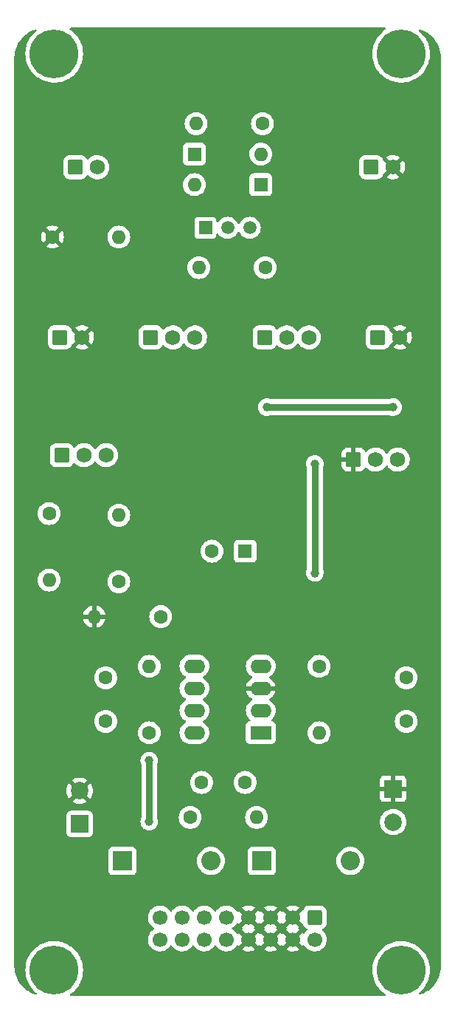
<source format=gbr>
%TF.GenerationSoftware,KiCad,Pcbnew,(6.0.7)*%
%TF.CreationDate,2023-02-26T22:32:21-05:00*%
%TF.ProjectId,ULTRA_FUZZ,554c5452-415f-4465-955a-5a2e6b696361,rev?*%
%TF.SameCoordinates,Original*%
%TF.FileFunction,Copper,L1,Top*%
%TF.FilePolarity,Positive*%
%FSLAX46Y46*%
G04 Gerber Fmt 4.6, Leading zero omitted, Abs format (unit mm)*
G04 Created by KiCad (PCBNEW (6.0.7)) date 2023-02-26 22:32:21*
%MOMM*%
%LPD*%
G01*
G04 APERTURE LIST*
G04 Aperture macros list*
%AMRoundRect*
0 Rectangle with rounded corners*
0 $1 Rounding radius*
0 $2 $3 $4 $5 $6 $7 $8 $9 X,Y pos of 4 corners*
0 Add a 4 corners polygon primitive as box body*
4,1,4,$2,$3,$4,$5,$6,$7,$8,$9,$2,$3,0*
0 Add four circle primitives for the rounded corners*
1,1,$1+$1,$2,$3*
1,1,$1+$1,$4,$5*
1,1,$1+$1,$6,$7*
1,1,$1+$1,$8,$9*
0 Add four rect primitives between the rounded corners*
20,1,$1+$1,$2,$3,$4,$5,0*
20,1,$1+$1,$4,$5,$6,$7,0*
20,1,$1+$1,$6,$7,$8,$9,0*
20,1,$1+$1,$8,$9,$2,$3,0*%
G04 Aperture macros list end*
%TA.AperFunction,ComponentPad*%
%ADD10RoundRect,0.250000X-0.620000X-0.620000X0.620000X-0.620000X0.620000X0.620000X-0.620000X0.620000X0*%
%TD*%
%TA.AperFunction,ComponentPad*%
%ADD11C,1.740000*%
%TD*%
%TA.AperFunction,ComponentPad*%
%ADD12C,1.600000*%
%TD*%
%TA.AperFunction,ComponentPad*%
%ADD13O,1.600000X1.600000*%
%TD*%
%TA.AperFunction,ComponentPad*%
%ADD14R,1.500000X1.500000*%
%TD*%
%TA.AperFunction,ComponentPad*%
%ADD15C,1.500000*%
%TD*%
%TA.AperFunction,ComponentPad*%
%ADD16R,1.600000X1.600000*%
%TD*%
%TA.AperFunction,ComponentPad*%
%ADD17R,2.400000X1.600000*%
%TD*%
%TA.AperFunction,ComponentPad*%
%ADD18O,2.400000X1.600000*%
%TD*%
%TA.AperFunction,ComponentPad*%
%ADD19C,5.600000*%
%TD*%
%TA.AperFunction,ComponentPad*%
%ADD20R,2.000000X2.000000*%
%TD*%
%TA.AperFunction,ComponentPad*%
%ADD21C,2.000000*%
%TD*%
%TA.AperFunction,ComponentPad*%
%ADD22R,2.200000X2.200000*%
%TD*%
%TA.AperFunction,ComponentPad*%
%ADD23O,2.200000X2.200000*%
%TD*%
%TA.AperFunction,ComponentPad*%
%ADD24RoundRect,0.250000X-0.600000X0.600000X-0.600000X-0.600000X0.600000X-0.600000X0.600000X0.600000X0*%
%TD*%
%TA.AperFunction,ComponentPad*%
%ADD25C,1.700000*%
%TD*%
%TA.AperFunction,ViaPad*%
%ADD26C,1.000000*%
%TD*%
%TA.AperFunction,Conductor*%
%ADD27C,1.500000*%
%TD*%
%TA.AperFunction,Conductor*%
%ADD28C,0.800000*%
%TD*%
G04 APERTURE END LIST*
D10*
%TO.P,SW1B1,1,Pin_1*%
%TO.N,Net-(SW1A1-Pad3)*%
X129243332Y-76000000D03*
D11*
%TO.P,SW1B1,2,Pin_2*%
%TO.N,Net-(R5-Pad2)*%
X131783332Y-76000000D03*
%TO.P,SW1B1,3,Pin_3*%
%TO.N,Net-(SW1B1-Pad3)*%
X134323332Y-76000000D03*
%TD*%
D10*
%TO.P,SW1A1,1,Pin_1*%
%TO.N,Net-(C3-Pad1)*%
X116176666Y-76000000D03*
D11*
%TO.P,SW1A1,2,Pin_2*%
%TO.N,Net-(J1-Pad1)*%
X118716666Y-76000000D03*
%TO.P,SW1A1,3,Pin_3*%
%TO.N,Net-(SW1A1-Pad3)*%
X121256666Y-76000000D03*
%TD*%
D12*
%TO.P,R11,1*%
%TO.N,Net-(J4-Pad1)*%
X129000000Y-51500000D03*
D13*
%TO.P,R11,2*%
%TO.N,Net-(D2-Pad1)*%
X121380000Y-51500000D03*
%TD*%
D12*
%TO.P,R10,1*%
%TO.N,Net-(SW1B1-Pad3)*%
X129310000Y-68000000D03*
D13*
%TO.P,R10,2*%
%TO.N,VDD*%
X121690000Y-68000000D03*
%TD*%
D14*
%TO.P,Q1,1,D*%
%TO.N,VDD*%
X122450000Y-63450000D03*
D15*
%TO.P,Q1,2,S*%
%TO.N,Net-(D1-Pad2)*%
X124990000Y-63450000D03*
%TO.P,Q1,3,G*%
%TO.N,Net-(SW1B1-Pad3)*%
X127530000Y-63450000D03*
%TD*%
D10*
%TO.P,J4,1,Pin_1*%
%TO.N,Net-(J4-Pad1)*%
X141460000Y-56500000D03*
D11*
%TO.P,J4,2,Pin_2*%
%TO.N,Earth*%
X144000000Y-56500000D03*
%TD*%
D16*
%TO.P,D2,1,K*%
%TO.N,Net-(D2-Pad1)*%
X121190000Y-55000000D03*
D13*
%TO.P,D2,2,A*%
%TO.N,Net-(D1-Pad1)*%
X128810000Y-55000000D03*
%TD*%
D16*
%TO.P,D1,1,K*%
%TO.N,Net-(D1-Pad1)*%
X128810000Y-58500000D03*
D13*
%TO.P,D1,2,A*%
%TO.N,Net-(D1-Pad2)*%
X121190000Y-58500000D03*
%TD*%
D17*
%TO.P,U1,1*%
%TO.N,Net-(R8-Pad2)*%
X128800000Y-121300000D03*
D18*
%TO.P,U1,2,-*%
%TO.N,Net-(R8-Pad1)*%
X128800000Y-118760000D03*
%TO.P,U1,3,+*%
%TO.N,Earth*%
X128800000Y-116220000D03*
%TO.P,U1,4,V-*%
%TO.N,VSS*%
X128800000Y-113680000D03*
%TO.P,U1,5,+*%
%TO.N,Net-(R1-Pad2)*%
X121180000Y-113680000D03*
%TO.P,U1,6,-*%
%TO.N,Net-(R4-Pad2)*%
X121180000Y-116220000D03*
%TO.P,U1,7*%
%TO.N,Net-(C6-Pad1)*%
X121180000Y-118760000D03*
%TO.P,U1,8,V+*%
%TO.N,VDD*%
X121180000Y-121300000D03*
%TD*%
D12*
%TO.P,R9,1*%
%TO.N,Earth*%
X104880000Y-64500000D03*
D13*
%TO.P,R9,2*%
%TO.N,Net-(J8-Pad2)*%
X112500000Y-64500000D03*
%TD*%
D12*
%TO.P,R8,1*%
%TO.N,Net-(R8-Pad1)*%
X120690000Y-131000000D03*
D13*
%TO.P,R8,2*%
%TO.N,Net-(R8-Pad2)*%
X128310000Y-131000000D03*
%TD*%
D12*
%TO.P,R7,1*%
%TO.N,Net-(R7-Pad1)*%
X135500000Y-113690000D03*
D13*
%TO.P,R7,2*%
%TO.N,Net-(R8-Pad1)*%
X135500000Y-121310000D03*
%TD*%
D12*
%TO.P,R6,1*%
%TO.N,Net-(R1-Pad2)*%
X117310000Y-108000000D03*
D13*
%TO.P,R6,2*%
%TO.N,Earth*%
X109690000Y-108000000D03*
%TD*%
D10*
%TO.P,R5,1,Pin_1*%
%TO.N,Earth*%
X139460000Y-90000000D03*
D11*
%TO.P,R5,2,Pin_2*%
%TO.N,Net-(R5-Pad2)*%
X142000000Y-90000000D03*
%TO.P,R5,3,Pin_3*%
%TO.N,Net-(C6-Pad2)*%
X144540000Y-90000000D03*
%TD*%
D10*
%TO.P,R4,1,Pin_1*%
%TO.N,Net-(R4-Pad1)*%
X105960000Y-89500000D03*
D11*
%TO.P,R4,2,Pin_2*%
%TO.N,Net-(R4-Pad2)*%
X108500000Y-89500000D03*
%TO.P,R4,3,Pin_3*%
%TO.N,Net-(R4-Pad3)*%
X111040000Y-89500000D03*
%TD*%
D12*
%TO.P,R3,1*%
%TO.N,VDD*%
X112500000Y-104000000D03*
D13*
%TO.P,R3,2*%
%TO.N,Net-(R4-Pad3)*%
X112500000Y-96380000D03*
%TD*%
D12*
%TO.P,R2,1*%
%TO.N,Net-(R4-Pad1)*%
X104500000Y-96190000D03*
D13*
%TO.P,R2,2*%
%TO.N,VSS*%
X104500000Y-103810000D03*
%TD*%
D12*
%TO.P,R1,1*%
%TO.N,Net-(C2-Pad1)*%
X116000000Y-121310000D03*
D13*
%TO.P,R1,2*%
%TO.N,Net-(R1-Pad2)*%
X116000000Y-113690000D03*
%TD*%
D10*
%TO.P,J8,1,Pin_1*%
%TO.N,VDD*%
X107500000Y-56500000D03*
D11*
%TO.P,J8,2,Pin_2*%
%TO.N,Net-(J8-Pad2)*%
X110040000Y-56500000D03*
%TD*%
D10*
%TO.P,J2,1,Pin_1*%
%TO.N,Net-(SW1A1-Pad3)*%
X142230000Y-76000000D03*
D11*
%TO.P,J2,2,Pin_2*%
%TO.N,Earth*%
X144770000Y-76000000D03*
%TD*%
D10*
%TO.P,J1,1,Pin_1*%
%TO.N,Net-(J1-Pad1)*%
X105730000Y-76000000D03*
D11*
%TO.P,J1,2,Pin_2*%
%TO.N,Earth*%
X108270000Y-76000000D03*
%TD*%
D12*
%TO.P,C6,2*%
%TO.N,Net-(C6-Pad2)*%
X123200000Y-100500000D03*
D16*
%TO.P,C6,1*%
%TO.N,Net-(C6-Pad1)*%
X127000000Y-100500000D03*
%TD*%
D12*
%TO.P,C3,1*%
%TO.N,Net-(C3-Pad1)*%
X145500000Y-115000000D03*
%TO.P,C3,2*%
%TO.N,Net-(R7-Pad1)*%
X145500000Y-120000000D03*
%TD*%
%TO.P,C2,1*%
%TO.N,Net-(C2-Pad1)*%
X111000000Y-120000000D03*
%TO.P,C2,2*%
%TO.N,Net-(R8-Pad2)*%
X111000000Y-115000000D03*
%TD*%
%TO.P,C1,1*%
%TO.N,Net-(R8-Pad2)*%
X127000000Y-127000000D03*
%TO.P,C1,2*%
%TO.N,Net-(R8-Pad1)*%
X122000000Y-127000000D03*
%TD*%
D19*
%TO.P,H2,1*%
%TO.N,N/C*%
X144920000Y-43500000D03*
%TD*%
D20*
%TO.P,C10,1*%
%TO.N,Earth*%
X144000000Y-127732323D03*
D21*
%TO.P,C10,2*%
%TO.N,VSS*%
X144000000Y-131532323D03*
%TD*%
D20*
%TO.P,C9,1*%
%TO.N,VDD*%
X108000000Y-131767677D03*
D21*
%TO.P,C9,2*%
%TO.N,Earth*%
X108000000Y-127967677D03*
%TD*%
D22*
%TO.P,D4,1,K*%
%TO.N,-12V*%
X128920000Y-136000000D03*
D23*
%TO.P,D4,2,A*%
%TO.N,VSS*%
X139080000Y-136000000D03*
%TD*%
D22*
%TO.P,D3,1,K*%
%TO.N,VDD*%
X112920000Y-136000000D03*
D23*
%TO.P,D3,2,A*%
%TO.N,+12V*%
X123080000Y-136000000D03*
%TD*%
D24*
%TO.P,J3,1,Pin_1*%
%TO.N,-12V*%
X135000000Y-142460000D03*
D25*
%TO.P,J3,2,Pin_2*%
X135000000Y-145000000D03*
%TO.P,J3,3,Pin_3*%
%TO.N,Earth*%
X132460000Y-142460000D03*
%TO.P,J3,4,Pin_4*%
X132460000Y-145000000D03*
%TO.P,J3,5,Pin_5*%
X129920000Y-142460000D03*
%TO.P,J3,6,Pin_6*%
X129920000Y-145000000D03*
%TO.P,J3,7,Pin_7*%
X127380000Y-142460000D03*
%TO.P,J3,8,Pin_8*%
X127380000Y-145000000D03*
%TO.P,J3,9,Pin_9*%
%TO.N,+12V*%
X124840000Y-142460000D03*
%TO.P,J3,10,Pin_10*%
X124840000Y-145000000D03*
%TO.P,J3,11,Pin_11*%
%TO.N,+5V*%
X122300000Y-142460000D03*
%TO.P,J3,12,Pin_12*%
X122300000Y-145000000D03*
%TO.P,J3,13,Pin_13*%
%TO.N,CV*%
X119760000Y-142460000D03*
%TO.P,J3,14,Pin_14*%
X119760000Y-145000000D03*
%TO.P,J3,15,Pin_15*%
%TO.N,GATE*%
X117220000Y-142460000D03*
%TO.P,J3,16,Pin_16*%
X117220000Y-145000000D03*
%TD*%
D19*
%TO.P,H4,1*%
%TO.N,N/C*%
X144920000Y-148500000D03*
%TD*%
%TO.P,H1,1*%
%TO.N,N/C*%
X105080000Y-43500000D03*
%TD*%
%TO.P,H3,1*%
%TO.N,N/C*%
X105080000Y-148500000D03*
%TD*%
D26*
%TO.N,Earth*%
X117000000Y-95000000D03*
X117000000Y-104000000D03*
X144000000Y-121500000D03*
X139100000Y-121500000D03*
%TO.N,Net-(SW1A1-Pad3)*%
X144000000Y-84000000D03*
X129500000Y-84000000D03*
%TO.N,Net-(C3-Pad1)*%
X135000000Y-90500000D03*
X135000000Y-103000000D03*
%TO.N,Net-(R8-Pad2)*%
X116000000Y-124500000D03*
X116000000Y-131500000D03*
%TD*%
D27*
%TO.N,Earth*%
X117000000Y-95000000D02*
X117000000Y-104000000D01*
X139100000Y-121500000D02*
X144000000Y-121500000D01*
D28*
%TO.N,Net-(SW1A1-Pad3)*%
X129500000Y-84000000D02*
X144000000Y-84000000D01*
%TO.N,Net-(C3-Pad1)*%
X135000000Y-103000000D02*
X135000000Y-90500000D01*
%TO.N,Net-(R8-Pad2)*%
X116000000Y-131500000D02*
X116000000Y-124500000D01*
%TD*%
%TA.AperFunction,Conductor*%
%TO.N,Earth*%
G36*
X143088127Y-40528502D02*
G01*
X143134620Y-40582158D01*
X143144724Y-40652432D01*
X143115230Y-40717012D01*
X143084715Y-40742614D01*
X143067193Y-40753101D01*
X143064467Y-40755163D01*
X143064465Y-40755164D01*
X142845493Y-40920772D01*
X142781367Y-40969270D01*
X142520559Y-41215043D01*
X142287819Y-41487546D01*
X142285900Y-41490358D01*
X142285897Y-41490363D01*
X142260919Y-41526980D01*
X142085871Y-41783591D01*
X141917077Y-42099714D01*
X141783411Y-42432218D01*
X141782491Y-42435492D01*
X141782489Y-42435497D01*
X141716661Y-42669689D01*
X141686437Y-42777213D01*
X141627290Y-43130663D01*
X141606661Y-43488434D01*
X141624792Y-43846340D01*
X141625329Y-43849695D01*
X141625330Y-43849701D01*
X141647901Y-43990618D01*
X141681470Y-44200195D01*
X141776033Y-44545859D01*
X141907374Y-44879288D01*
X142073957Y-45196582D01*
X142075858Y-45199411D01*
X142075864Y-45199421D01*
X142259569Y-45472800D01*
X142273834Y-45494029D01*
X142504665Y-45768150D01*
X142763751Y-46015738D01*
X143048061Y-46233897D01*
X143080056Y-46253350D01*
X143351355Y-46418303D01*
X143351360Y-46418306D01*
X143354270Y-46420075D01*
X143357358Y-46421521D01*
X143357357Y-46421521D01*
X143675710Y-46570649D01*
X143675720Y-46570653D01*
X143678794Y-46572093D01*
X143682012Y-46573195D01*
X143682015Y-46573196D01*
X144014615Y-46687071D01*
X144014623Y-46687073D01*
X144017838Y-46688174D01*
X144367435Y-46766959D01*
X144419728Y-46772917D01*
X144720114Y-46807142D01*
X144720122Y-46807142D01*
X144723497Y-46807527D01*
X144726901Y-46807545D01*
X144726904Y-46807545D01*
X144921227Y-46808562D01*
X145081857Y-46809403D01*
X145085243Y-46809053D01*
X145085245Y-46809053D01*
X145434932Y-46772917D01*
X145434941Y-46772916D01*
X145438324Y-46772566D01*
X145441657Y-46771852D01*
X145441660Y-46771851D01*
X145614186Y-46734864D01*
X145788727Y-46697446D01*
X146128968Y-46584922D01*
X146455066Y-46436311D01*
X146549052Y-46380506D01*
X146760262Y-46255099D01*
X146760267Y-46255096D01*
X146763207Y-46253350D01*
X147049786Y-46038180D01*
X147311451Y-45793319D01*
X147545140Y-45521630D01*
X147651750Y-45366512D01*
X147746190Y-45229101D01*
X147746195Y-45229094D01*
X147748120Y-45226292D01*
X147749732Y-45223298D01*
X147749737Y-45223290D01*
X147916395Y-44913772D01*
X147918017Y-44910760D01*
X148052842Y-44578724D01*
X148063142Y-44542568D01*
X148083527Y-44471006D01*
X148151020Y-44234070D01*
X148188885Y-44012552D01*
X148210829Y-43884175D01*
X148210829Y-43884173D01*
X148211401Y-43880828D01*
X148213511Y-43846340D01*
X148233168Y-43524928D01*
X148233278Y-43523131D01*
X148233359Y-43500000D01*
X148213979Y-43142159D01*
X148156066Y-42788505D01*
X148060297Y-42443173D01*
X148057243Y-42435497D01*
X147929052Y-42113369D01*
X147927793Y-42110205D01*
X147897768Y-42053498D01*
X147761702Y-41796513D01*
X147761698Y-41796506D01*
X147760103Y-41793494D01*
X147559190Y-41496746D01*
X147327403Y-41223432D01*
X147067454Y-40976750D01*
X146975276Y-40906529D01*
X146933209Y-40849337D01*
X146928740Y-40778481D01*
X146963288Y-40716457D01*
X147025884Y-40682958D01*
X147094079Y-40687665D01*
X147330311Y-40772191D01*
X147341735Y-40776922D01*
X147409500Y-40808972D01*
X147640292Y-40918128D01*
X147651188Y-40923953D01*
X147743181Y-40979091D01*
X147934467Y-41093744D01*
X147944748Y-41100614D01*
X148210017Y-41297350D01*
X148219556Y-41305177D01*
X148464282Y-41526985D01*
X148473015Y-41535718D01*
X148694823Y-41780444D01*
X148702650Y-41789983D01*
X148846901Y-41984483D01*
X148899386Y-42055252D01*
X148906256Y-42065533D01*
X149076045Y-42348807D01*
X149081872Y-42359708D01*
X149121348Y-42443173D01*
X149223078Y-42658265D01*
X149227810Y-42669689D01*
X149339072Y-42980645D01*
X149342661Y-42992477D01*
X149422909Y-43312841D01*
X149425321Y-43324969D01*
X149473779Y-43651650D01*
X149474990Y-43663949D01*
X149484117Y-43849701D01*
X149489390Y-43957034D01*
X149488042Y-43982598D01*
X149486309Y-43993724D01*
X149487474Y-44002630D01*
X149490436Y-44025283D01*
X149491500Y-44041621D01*
X149491500Y-147950633D01*
X149490000Y-147970018D01*
X149486309Y-147993724D01*
X149487473Y-148002627D01*
X149487473Y-148002628D01*
X149488839Y-148013076D01*
X149489751Y-148035594D01*
X149485081Y-148130663D01*
X149474991Y-148336045D01*
X149473779Y-148348350D01*
X149425321Y-148675031D01*
X149422909Y-148687159D01*
X149342661Y-149007523D01*
X149339072Y-149019355D01*
X149227810Y-149330311D01*
X149223078Y-149341735D01*
X149081874Y-149640288D01*
X149076045Y-149651193D01*
X148906256Y-149934467D01*
X148899386Y-149944748D01*
X148702650Y-150210017D01*
X148694823Y-150219556D01*
X148473020Y-150464277D01*
X148464282Y-150473015D01*
X148219556Y-150694823D01*
X148210017Y-150702650D01*
X148015517Y-150846901D01*
X147944748Y-150899386D01*
X147934467Y-150906256D01*
X147792101Y-150991588D01*
X147651188Y-151076047D01*
X147640292Y-151081872D01*
X147618155Y-151092342D01*
X147341735Y-151223078D01*
X147330311Y-151227810D01*
X147095748Y-151311738D01*
X147024871Y-151315854D01*
X146963020Y-151280998D01*
X146929832Y-151218236D01*
X146935844Y-151147494D01*
X146977644Y-151092346D01*
X147049786Y-151038180D01*
X147311451Y-150793319D01*
X147545140Y-150521630D01*
X147727429Y-150256398D01*
X147746190Y-150229101D01*
X147746195Y-150229094D01*
X147748120Y-150226292D01*
X147749732Y-150223298D01*
X147749737Y-150223290D01*
X147916395Y-149913772D01*
X147918017Y-149910760D01*
X148052842Y-149578724D01*
X148063142Y-149542568D01*
X148083527Y-149471006D01*
X148151020Y-149234070D01*
X148211401Y-148880828D01*
X148213511Y-148846340D01*
X148233168Y-148524928D01*
X148233278Y-148523131D01*
X148233359Y-148500000D01*
X148213979Y-148142159D01*
X148156066Y-147788505D01*
X148060297Y-147443173D01*
X148057243Y-147435497D01*
X147929052Y-147113369D01*
X147927793Y-147110205D01*
X147897768Y-147053498D01*
X147761702Y-146796513D01*
X147761698Y-146796506D01*
X147760103Y-146793494D01*
X147559190Y-146496746D01*
X147327403Y-146223432D01*
X147067454Y-145976750D01*
X146836341Y-145800689D01*
X146785091Y-145761647D01*
X146785089Y-145761646D01*
X146782384Y-145759585D01*
X146779472Y-145757828D01*
X146779467Y-145757825D01*
X146478443Y-145576236D01*
X146478437Y-145576233D01*
X146475528Y-145574478D01*
X146150475Y-145423593D01*
X145975620Y-145364408D01*
X145814255Y-145309789D01*
X145814250Y-145309788D01*
X145811028Y-145308697D01*
X145612681Y-145264724D01*
X145464493Y-145231871D01*
X145464487Y-145231870D01*
X145461158Y-145231132D01*
X145457769Y-145230758D01*
X145457764Y-145230757D01*
X145108338Y-145192180D01*
X145108333Y-145192180D01*
X145104957Y-145191807D01*
X145101558Y-145191801D01*
X145101557Y-145191801D01*
X144932080Y-145191505D01*
X144746592Y-145191182D01*
X144633413Y-145203277D01*
X144393639Y-145228901D01*
X144393631Y-145228902D01*
X144390256Y-145229263D01*
X144040117Y-145305606D01*
X143700271Y-145419317D01*
X143697178Y-145420739D01*
X143697177Y-145420740D01*
X143690974Y-145423593D01*
X143374694Y-145569066D01*
X143371760Y-145570822D01*
X143371758Y-145570823D01*
X143074288Y-145748855D01*
X143067193Y-145753101D01*
X143064467Y-145755163D01*
X143064465Y-145755164D01*
X142894790Y-145883489D01*
X142781367Y-145969270D01*
X142520559Y-146215043D01*
X142518347Y-146217633D01*
X142518345Y-146217635D01*
X142510576Y-146226731D01*
X142287819Y-146487546D01*
X142285900Y-146490358D01*
X142285897Y-146490363D01*
X142192624Y-146627097D01*
X142085871Y-146783591D01*
X141917077Y-147099714D01*
X141783411Y-147432218D01*
X141782491Y-147435492D01*
X141782489Y-147435497D01*
X141780332Y-147443173D01*
X141686437Y-147777213D01*
X141685875Y-147780570D01*
X141685875Y-147780571D01*
X141643199Y-148035597D01*
X141627290Y-148130663D01*
X141606661Y-148488434D01*
X141624792Y-148846340D01*
X141625329Y-148849695D01*
X141625330Y-148849701D01*
X141630316Y-148880828D01*
X141681470Y-149200195D01*
X141776033Y-149545859D01*
X141907374Y-149879288D01*
X142073957Y-150196582D01*
X142075858Y-150199411D01*
X142075864Y-150199421D01*
X142253841Y-150464277D01*
X142273834Y-150494029D01*
X142504665Y-150768150D01*
X142763751Y-151015738D01*
X143048061Y-151233897D01*
X143050979Y-151235671D01*
X143087437Y-151257838D01*
X143135252Y-151310319D01*
X143147103Y-151380320D01*
X143119228Y-151445615D01*
X143060477Y-151485474D01*
X143021978Y-151491500D01*
X106981120Y-151491500D01*
X106912999Y-151471498D01*
X106866506Y-151417842D01*
X106856402Y-151347568D01*
X106885896Y-151282988D01*
X106916789Y-151257161D01*
X106923207Y-151253350D01*
X106957225Y-151227809D01*
X107021095Y-151179854D01*
X107209786Y-151038180D01*
X107471451Y-150793319D01*
X107705140Y-150521630D01*
X107887429Y-150256398D01*
X107906190Y-150229101D01*
X107906195Y-150229094D01*
X107908120Y-150226292D01*
X107909732Y-150223298D01*
X107909737Y-150223290D01*
X108076395Y-149913772D01*
X108078017Y-149910760D01*
X108212842Y-149578724D01*
X108223142Y-149542568D01*
X108243527Y-149471006D01*
X108311020Y-149234070D01*
X108371401Y-148880828D01*
X108373511Y-148846340D01*
X108393168Y-148524928D01*
X108393278Y-148523131D01*
X108393359Y-148500000D01*
X108373979Y-148142159D01*
X108316066Y-147788505D01*
X108220297Y-147443173D01*
X108217243Y-147435497D01*
X108089052Y-147113369D01*
X108087793Y-147110205D01*
X108057768Y-147053498D01*
X107921702Y-146796513D01*
X107921698Y-146796506D01*
X107920103Y-146793494D01*
X107719190Y-146496746D01*
X107487403Y-146223432D01*
X107227454Y-145976750D01*
X106996341Y-145800689D01*
X106945091Y-145761647D01*
X106945089Y-145761646D01*
X106942384Y-145759585D01*
X106939472Y-145757828D01*
X106939467Y-145757825D01*
X106638443Y-145576236D01*
X106638437Y-145576233D01*
X106635528Y-145574478D01*
X106310475Y-145423593D01*
X106135620Y-145364408D01*
X105974255Y-145309789D01*
X105974250Y-145309788D01*
X105971028Y-145308697D01*
X105772681Y-145264724D01*
X105624493Y-145231871D01*
X105624487Y-145231870D01*
X105621158Y-145231132D01*
X105617769Y-145230758D01*
X105617764Y-145230757D01*
X105268338Y-145192180D01*
X105268333Y-145192180D01*
X105264957Y-145191807D01*
X105261558Y-145191801D01*
X105261557Y-145191801D01*
X105092080Y-145191505D01*
X104906592Y-145191182D01*
X104793413Y-145203277D01*
X104553639Y-145228901D01*
X104553631Y-145228902D01*
X104550256Y-145229263D01*
X104200117Y-145305606D01*
X103860271Y-145419317D01*
X103857178Y-145420739D01*
X103857177Y-145420740D01*
X103850974Y-145423593D01*
X103534694Y-145569066D01*
X103531760Y-145570822D01*
X103531758Y-145570823D01*
X103234288Y-145748855D01*
X103227193Y-145753101D01*
X103224467Y-145755163D01*
X103224465Y-145755164D01*
X103054790Y-145883489D01*
X102941367Y-145969270D01*
X102680559Y-146215043D01*
X102678347Y-146217633D01*
X102678345Y-146217635D01*
X102670576Y-146226731D01*
X102447819Y-146487546D01*
X102445900Y-146490358D01*
X102445897Y-146490363D01*
X102352624Y-146627097D01*
X102245871Y-146783591D01*
X102077077Y-147099714D01*
X101943411Y-147432218D01*
X101942491Y-147435492D01*
X101942489Y-147435497D01*
X101940332Y-147443173D01*
X101846437Y-147777213D01*
X101845875Y-147780570D01*
X101845875Y-147780571D01*
X101803199Y-148035597D01*
X101787290Y-148130663D01*
X101766661Y-148488434D01*
X101784792Y-148846340D01*
X101785329Y-148849695D01*
X101785330Y-148849701D01*
X101790316Y-148880828D01*
X101841470Y-149200195D01*
X101936033Y-149545859D01*
X102067374Y-149879288D01*
X102233957Y-150196582D01*
X102235858Y-150199411D01*
X102235864Y-150199421D01*
X102413841Y-150464277D01*
X102433834Y-150494029D01*
X102664665Y-150768150D01*
X102923751Y-151015738D01*
X103025694Y-151093962D01*
X103067559Y-151151297D01*
X103071781Y-151222168D01*
X103037017Y-151284071D01*
X102974304Y-151317352D01*
X102906540Y-151312556D01*
X102669689Y-151227809D01*
X102658265Y-151223078D01*
X102381845Y-151092342D01*
X102359708Y-151081872D01*
X102348812Y-151076047D01*
X102207899Y-150991588D01*
X102065533Y-150906256D01*
X102055252Y-150899386D01*
X101984483Y-150846901D01*
X101789983Y-150702650D01*
X101780444Y-150694823D01*
X101535718Y-150473015D01*
X101526980Y-150464277D01*
X101305177Y-150219556D01*
X101297350Y-150210017D01*
X101100614Y-149944748D01*
X101093744Y-149934467D01*
X100923955Y-149651193D01*
X100918126Y-149640288D01*
X100776922Y-149341735D01*
X100772190Y-149330311D01*
X100660928Y-149019355D01*
X100657339Y-149007523D01*
X100577091Y-148687159D01*
X100574679Y-148675031D01*
X100526221Y-148348351D01*
X100525009Y-148336045D01*
X100510795Y-148046695D01*
X100512387Y-148019619D01*
X100513576Y-148012552D01*
X100513729Y-148000000D01*
X100509773Y-147972376D01*
X100508500Y-147954514D01*
X100508500Y-144966695D01*
X115857251Y-144966695D01*
X115857548Y-144971848D01*
X115857548Y-144971851D01*
X115863011Y-145066590D01*
X115870110Y-145189715D01*
X115871247Y-145194761D01*
X115871248Y-145194767D01*
X115879186Y-145229988D01*
X115919222Y-145407639D01*
X116003266Y-145614616D01*
X116054019Y-145697438D01*
X116117291Y-145800688D01*
X116119987Y-145805088D01*
X116266250Y-145973938D01*
X116438126Y-146116632D01*
X116631000Y-146229338D01*
X116839692Y-146309030D01*
X116844760Y-146310061D01*
X116844763Y-146310062D01*
X116949604Y-146331392D01*
X117058597Y-146353567D01*
X117063772Y-146353757D01*
X117063774Y-146353757D01*
X117276673Y-146361564D01*
X117276677Y-146361564D01*
X117281837Y-146361753D01*
X117286957Y-146361097D01*
X117286959Y-146361097D01*
X117498288Y-146334025D01*
X117498289Y-146334025D01*
X117503416Y-146333368D01*
X117508366Y-146331883D01*
X117712429Y-146270661D01*
X117712434Y-146270659D01*
X117717384Y-146269174D01*
X117917994Y-146170896D01*
X118099860Y-146041173D01*
X118169661Y-145971616D01*
X118254435Y-145887137D01*
X118258096Y-145883489D01*
X118317594Y-145800689D01*
X118388453Y-145702077D01*
X118389776Y-145703028D01*
X118436645Y-145659857D01*
X118506580Y-145647625D01*
X118572026Y-145675144D01*
X118599875Y-145706994D01*
X118659987Y-145805088D01*
X118806250Y-145973938D01*
X118978126Y-146116632D01*
X119171000Y-146229338D01*
X119379692Y-146309030D01*
X119384760Y-146310061D01*
X119384763Y-146310062D01*
X119489604Y-146331392D01*
X119598597Y-146353567D01*
X119603772Y-146353757D01*
X119603774Y-146353757D01*
X119816673Y-146361564D01*
X119816677Y-146361564D01*
X119821837Y-146361753D01*
X119826957Y-146361097D01*
X119826959Y-146361097D01*
X120038288Y-146334025D01*
X120038289Y-146334025D01*
X120043416Y-146333368D01*
X120048366Y-146331883D01*
X120252429Y-146270661D01*
X120252434Y-146270659D01*
X120257384Y-146269174D01*
X120457994Y-146170896D01*
X120639860Y-146041173D01*
X120709661Y-145971616D01*
X120794435Y-145887137D01*
X120798096Y-145883489D01*
X120857594Y-145800689D01*
X120928453Y-145702077D01*
X120929776Y-145703028D01*
X120976645Y-145659857D01*
X121046580Y-145647625D01*
X121112026Y-145675144D01*
X121139875Y-145706994D01*
X121199987Y-145805088D01*
X121346250Y-145973938D01*
X121518126Y-146116632D01*
X121711000Y-146229338D01*
X121919692Y-146309030D01*
X121924760Y-146310061D01*
X121924763Y-146310062D01*
X122029604Y-146331392D01*
X122138597Y-146353567D01*
X122143772Y-146353757D01*
X122143774Y-146353757D01*
X122356673Y-146361564D01*
X122356677Y-146361564D01*
X122361837Y-146361753D01*
X122366957Y-146361097D01*
X122366959Y-146361097D01*
X122578288Y-146334025D01*
X122578289Y-146334025D01*
X122583416Y-146333368D01*
X122588366Y-146331883D01*
X122792429Y-146270661D01*
X122792434Y-146270659D01*
X122797384Y-146269174D01*
X122997994Y-146170896D01*
X123179860Y-146041173D01*
X123249661Y-145971616D01*
X123334435Y-145887137D01*
X123338096Y-145883489D01*
X123397594Y-145800689D01*
X123468453Y-145702077D01*
X123469776Y-145703028D01*
X123516645Y-145659857D01*
X123586580Y-145647625D01*
X123652026Y-145675144D01*
X123679875Y-145706994D01*
X123739987Y-145805088D01*
X123886250Y-145973938D01*
X124058126Y-146116632D01*
X124251000Y-146229338D01*
X124459692Y-146309030D01*
X124464760Y-146310061D01*
X124464763Y-146310062D01*
X124569604Y-146331392D01*
X124678597Y-146353567D01*
X124683772Y-146353757D01*
X124683774Y-146353757D01*
X124896673Y-146361564D01*
X124896677Y-146361564D01*
X124901837Y-146361753D01*
X124906957Y-146361097D01*
X124906959Y-146361097D01*
X125118288Y-146334025D01*
X125118289Y-146334025D01*
X125123416Y-146333368D01*
X125128366Y-146331883D01*
X125332429Y-146270661D01*
X125332434Y-146270659D01*
X125337384Y-146269174D01*
X125537994Y-146170896D01*
X125602544Y-146124853D01*
X126619977Y-146124853D01*
X126625258Y-146131907D01*
X126786756Y-146226279D01*
X126796042Y-146230729D01*
X126995001Y-146306703D01*
X127004899Y-146309579D01*
X127213595Y-146352038D01*
X127223823Y-146353257D01*
X127436650Y-146361062D01*
X127446936Y-146360595D01*
X127658185Y-146333534D01*
X127668262Y-146331392D01*
X127872255Y-146270191D01*
X127881842Y-146266433D01*
X128073098Y-146172738D01*
X128081944Y-146167465D01*
X128129247Y-146133723D01*
X128136211Y-146124853D01*
X129159977Y-146124853D01*
X129165258Y-146131907D01*
X129326756Y-146226279D01*
X129336042Y-146230729D01*
X129535001Y-146306703D01*
X129544899Y-146309579D01*
X129753595Y-146352038D01*
X129763823Y-146353257D01*
X129976650Y-146361062D01*
X129986936Y-146360595D01*
X130198185Y-146333534D01*
X130208262Y-146331392D01*
X130412255Y-146270191D01*
X130421842Y-146266433D01*
X130613098Y-146172738D01*
X130621944Y-146167465D01*
X130669247Y-146133723D01*
X130676211Y-146124853D01*
X131699977Y-146124853D01*
X131705258Y-146131907D01*
X131866756Y-146226279D01*
X131876042Y-146230729D01*
X132075001Y-146306703D01*
X132084899Y-146309579D01*
X132293595Y-146352038D01*
X132303823Y-146353257D01*
X132516650Y-146361062D01*
X132526936Y-146360595D01*
X132738185Y-146333534D01*
X132748262Y-146331392D01*
X132952255Y-146270191D01*
X132961842Y-146266433D01*
X133153098Y-146172738D01*
X133161944Y-146167465D01*
X133209247Y-146133723D01*
X133217648Y-146123023D01*
X133210660Y-146109870D01*
X132472812Y-145372022D01*
X132458868Y-145364408D01*
X132457035Y-145364539D01*
X132450420Y-145368790D01*
X131706737Y-146112473D01*
X131699977Y-146124853D01*
X130676211Y-146124853D01*
X130677648Y-146123023D01*
X130670660Y-146109870D01*
X129932812Y-145372022D01*
X129918868Y-145364408D01*
X129917035Y-145364539D01*
X129910420Y-145368790D01*
X129166737Y-146112473D01*
X129159977Y-146124853D01*
X128136211Y-146124853D01*
X128137648Y-146123023D01*
X128130660Y-146109870D01*
X127392812Y-145372022D01*
X127378868Y-145364408D01*
X127377035Y-145364539D01*
X127370420Y-145368790D01*
X126626737Y-146112473D01*
X126619977Y-146124853D01*
X125602544Y-146124853D01*
X125719860Y-146041173D01*
X125789661Y-145971616D01*
X125874435Y-145887137D01*
X125878096Y-145883489D01*
X125937594Y-145800689D01*
X126008453Y-145702077D01*
X126009640Y-145702930D01*
X126056960Y-145659362D01*
X126126897Y-145647145D01*
X126192338Y-145674678D01*
X126220166Y-145706512D01*
X126246459Y-145749419D01*
X126256916Y-145758880D01*
X126265694Y-145755096D01*
X127007978Y-145012812D01*
X127014356Y-145001132D01*
X127744408Y-145001132D01*
X127744539Y-145002965D01*
X127748790Y-145009580D01*
X128490474Y-145751264D01*
X128502484Y-145757823D01*
X128514223Y-145748855D01*
X128548022Y-145701819D01*
X128549149Y-145702629D01*
X128596659Y-145658881D01*
X128666596Y-145646661D01*
X128732038Y-145674191D01*
X128759870Y-145706029D01*
X128786459Y-145749419D01*
X128796916Y-145758880D01*
X128805694Y-145755096D01*
X129547978Y-145012812D01*
X129554356Y-145001132D01*
X130284408Y-145001132D01*
X130284539Y-145002965D01*
X130288790Y-145009580D01*
X131030474Y-145751264D01*
X131042484Y-145757823D01*
X131054223Y-145748855D01*
X131088022Y-145701819D01*
X131089149Y-145702629D01*
X131136659Y-145658881D01*
X131206596Y-145646661D01*
X131272038Y-145674191D01*
X131299870Y-145706029D01*
X131326459Y-145749419D01*
X131336916Y-145758880D01*
X131345694Y-145755096D01*
X132087978Y-145012812D01*
X132094356Y-145001132D01*
X132824408Y-145001132D01*
X132824539Y-145002965D01*
X132828790Y-145009580D01*
X133570474Y-145751264D01*
X133582484Y-145757823D01*
X133594223Y-145748855D01*
X133628022Y-145701819D01*
X133629277Y-145702721D01*
X133676391Y-145659355D01*
X133746330Y-145647148D01*
X133811767Y-145674691D01*
X133839580Y-145706513D01*
X133897287Y-145800683D01*
X133897291Y-145800688D01*
X133899987Y-145805088D01*
X134046250Y-145973938D01*
X134218126Y-146116632D01*
X134411000Y-146229338D01*
X134619692Y-146309030D01*
X134624760Y-146310061D01*
X134624763Y-146310062D01*
X134729604Y-146331392D01*
X134838597Y-146353567D01*
X134843772Y-146353757D01*
X134843774Y-146353757D01*
X135056673Y-146361564D01*
X135056677Y-146361564D01*
X135061837Y-146361753D01*
X135066957Y-146361097D01*
X135066959Y-146361097D01*
X135278288Y-146334025D01*
X135278289Y-146334025D01*
X135283416Y-146333368D01*
X135288366Y-146331883D01*
X135492429Y-146270661D01*
X135492434Y-146270659D01*
X135497384Y-146269174D01*
X135697994Y-146170896D01*
X135879860Y-146041173D01*
X135949661Y-145971616D01*
X136034435Y-145887137D01*
X136038096Y-145883489D01*
X136097594Y-145800689D01*
X136165435Y-145706277D01*
X136168453Y-145702077D01*
X136181995Y-145674678D01*
X136265136Y-145506453D01*
X136265137Y-145506451D01*
X136267430Y-145501811D01*
X136326327Y-145307959D01*
X136330865Y-145293023D01*
X136330865Y-145293021D01*
X136332370Y-145288069D01*
X136361529Y-145066590D01*
X136363156Y-145000000D01*
X136344852Y-144777361D01*
X136290431Y-144560702D01*
X136201354Y-144355840D01*
X136080014Y-144168277D01*
X135929670Y-144003051D01*
X135887006Y-143969357D01*
X135845944Y-143911441D01*
X135842712Y-143840518D01*
X135878337Y-143779107D01*
X135911647Y-143756376D01*
X135917007Y-143753865D01*
X135923946Y-143751550D01*
X136074348Y-143658478D01*
X136199305Y-143533303D01*
X136221357Y-143497529D01*
X136288275Y-143388968D01*
X136288276Y-143388966D01*
X136292115Y-143382738D01*
X136347797Y-143214861D01*
X136358500Y-143110400D01*
X136358500Y-141809600D01*
X136358077Y-141805523D01*
X136348238Y-141710692D01*
X136348237Y-141710688D01*
X136347526Y-141703834D01*
X136313598Y-141602138D01*
X136293868Y-141543002D01*
X136291550Y-141536054D01*
X136198478Y-141385652D01*
X136073303Y-141260695D01*
X136067072Y-141256854D01*
X135928968Y-141171725D01*
X135928966Y-141171724D01*
X135922738Y-141167885D01*
X135762254Y-141114655D01*
X135761389Y-141114368D01*
X135761387Y-141114368D01*
X135754861Y-141112203D01*
X135748025Y-141111503D01*
X135748022Y-141111502D01*
X135704969Y-141107091D01*
X135650400Y-141101500D01*
X134349600Y-141101500D01*
X134346354Y-141101837D01*
X134346350Y-141101837D01*
X134250692Y-141111762D01*
X134250688Y-141111763D01*
X134243834Y-141112474D01*
X134237298Y-141114655D01*
X134237296Y-141114655D01*
X134174631Y-141135562D01*
X134076054Y-141168450D01*
X133925652Y-141261522D01*
X133920479Y-141266704D01*
X133864762Y-141322518D01*
X133800695Y-141386697D01*
X133796855Y-141392927D01*
X133796854Y-141392928D01*
X133753630Y-141463051D01*
X133707885Y-141537262D01*
X133705581Y-141544209D01*
X133683236Y-141611577D01*
X133642806Y-141669937D01*
X133616330Y-141686366D01*
X133572811Y-141706399D01*
X132832022Y-142447188D01*
X132824408Y-142461132D01*
X132824539Y-142462965D01*
X132828790Y-142469580D01*
X133570474Y-143211264D01*
X133610998Y-143233393D01*
X133623589Y-143236132D01*
X133673791Y-143286335D01*
X133682726Y-143306842D01*
X133708450Y-143383946D01*
X133801522Y-143534348D01*
X133926697Y-143659305D01*
X133932927Y-143663145D01*
X133932928Y-143663146D01*
X134059104Y-143740922D01*
X134077262Y-143752115D01*
X134084209Y-143754419D01*
X134086276Y-143755383D01*
X134139561Y-143802299D01*
X134159023Y-143870576D01*
X134138482Y-143938536D01*
X134108681Y-143970337D01*
X134094965Y-143980635D01*
X133940629Y-144142138D01*
X133833204Y-144299618D01*
X133832898Y-144300066D01*
X133777987Y-144345069D01*
X133707462Y-144353240D01*
X133643715Y-144321986D01*
X133623017Y-144297501D01*
X133593062Y-144251197D01*
X133582377Y-144241995D01*
X133572812Y-144246398D01*
X132832022Y-144987188D01*
X132824408Y-145001132D01*
X132094356Y-145001132D01*
X132095592Y-144998868D01*
X132095461Y-144997035D01*
X132091210Y-144990420D01*
X131349849Y-144249059D01*
X131338313Y-144242759D01*
X131326028Y-144252384D01*
X131293192Y-144300520D01*
X131238281Y-144345523D01*
X131167756Y-144353694D01*
X131104009Y-144322440D01*
X131083311Y-144297955D01*
X131053062Y-144251197D01*
X131042377Y-144241995D01*
X131032812Y-144246398D01*
X130292022Y-144987188D01*
X130284408Y-145001132D01*
X129554356Y-145001132D01*
X129555592Y-144998868D01*
X129555461Y-144997035D01*
X129551210Y-144990420D01*
X128809849Y-144249059D01*
X128798313Y-144242759D01*
X128786028Y-144252384D01*
X128753192Y-144300520D01*
X128698281Y-144345523D01*
X128627756Y-144353694D01*
X128564009Y-144322440D01*
X128543311Y-144297955D01*
X128513062Y-144251197D01*
X128502377Y-144241995D01*
X128492812Y-144246398D01*
X127752022Y-144987188D01*
X127744408Y-145001132D01*
X127014356Y-145001132D01*
X127015592Y-144998868D01*
X127015461Y-144997035D01*
X127011210Y-144990420D01*
X126269849Y-144249059D01*
X126258313Y-144242759D01*
X126246031Y-144252382D01*
X126213499Y-144300072D01*
X126158587Y-144345075D01*
X126088063Y-144353246D01*
X126024316Y-144321992D01*
X126003618Y-144297508D01*
X125922822Y-144172617D01*
X125922820Y-144172614D01*
X125920014Y-144168277D01*
X125769670Y-144003051D01*
X125765616Y-143999849D01*
X125765615Y-143999848D01*
X125598414Y-143867800D01*
X125598410Y-143867798D01*
X125594359Y-143864598D01*
X125553053Y-143841796D01*
X125503084Y-143791364D01*
X125488312Y-143721921D01*
X125513428Y-143655516D01*
X125540780Y-143628909D01*
X125602544Y-143584853D01*
X126619977Y-143584853D01*
X126625258Y-143591907D01*
X126672479Y-143619501D01*
X126721203Y-143671139D01*
X126734274Y-143740922D01*
X126707543Y-143806694D01*
X126667087Y-143840053D01*
X126658466Y-143844541D01*
X126649734Y-143850039D01*
X126629677Y-143865099D01*
X126621223Y-143876427D01*
X126627968Y-143888758D01*
X127367188Y-144627978D01*
X127381132Y-144635592D01*
X127382965Y-144635461D01*
X127389580Y-144631210D01*
X128133389Y-143887401D01*
X128140410Y-143874544D01*
X128133611Y-143865213D01*
X128129559Y-143862521D01*
X128092116Y-143841852D01*
X128042145Y-143791420D01*
X128027373Y-143721977D01*
X128052489Y-143655572D01*
X128079840Y-143628965D01*
X128129247Y-143593723D01*
X128136211Y-143584853D01*
X129159977Y-143584853D01*
X129165258Y-143591907D01*
X129212479Y-143619501D01*
X129261203Y-143671139D01*
X129274274Y-143740922D01*
X129247543Y-143806694D01*
X129207087Y-143840053D01*
X129198466Y-143844541D01*
X129189734Y-143850039D01*
X129169677Y-143865099D01*
X129161223Y-143876427D01*
X129167968Y-143888758D01*
X129907188Y-144627978D01*
X129921132Y-144635592D01*
X129922965Y-144635461D01*
X129929580Y-144631210D01*
X130673389Y-143887401D01*
X130680410Y-143874544D01*
X130673611Y-143865213D01*
X130669559Y-143862521D01*
X130632116Y-143841852D01*
X130582145Y-143791420D01*
X130567373Y-143721977D01*
X130592489Y-143655572D01*
X130619840Y-143628965D01*
X130669247Y-143593723D01*
X130676211Y-143584853D01*
X131699977Y-143584853D01*
X131705258Y-143591907D01*
X131752479Y-143619501D01*
X131801203Y-143671139D01*
X131814274Y-143740922D01*
X131787543Y-143806694D01*
X131747087Y-143840053D01*
X131738466Y-143844541D01*
X131729734Y-143850039D01*
X131709677Y-143865099D01*
X131701223Y-143876427D01*
X131707968Y-143888758D01*
X132447188Y-144627978D01*
X132461132Y-144635592D01*
X132462965Y-144635461D01*
X132469580Y-144631210D01*
X133213389Y-143887401D01*
X133220410Y-143874544D01*
X133213611Y-143865213D01*
X133209559Y-143862521D01*
X133172116Y-143841852D01*
X133122145Y-143791420D01*
X133107373Y-143721977D01*
X133132489Y-143655572D01*
X133159840Y-143628965D01*
X133209247Y-143593723D01*
X133217648Y-143583023D01*
X133210660Y-143569870D01*
X132472812Y-142832022D01*
X132458868Y-142824408D01*
X132457035Y-142824539D01*
X132450420Y-142828790D01*
X131706737Y-143572473D01*
X131699977Y-143584853D01*
X130676211Y-143584853D01*
X130677648Y-143583023D01*
X130670660Y-143569870D01*
X129932812Y-142832022D01*
X129918868Y-142824408D01*
X129917035Y-142824539D01*
X129910420Y-142828790D01*
X129166737Y-143572473D01*
X129159977Y-143584853D01*
X128136211Y-143584853D01*
X128137648Y-143583023D01*
X128130660Y-143569870D01*
X127392812Y-142832022D01*
X127378868Y-142824408D01*
X127377035Y-142824539D01*
X127370420Y-142828790D01*
X126626737Y-143572473D01*
X126619977Y-143584853D01*
X125602544Y-143584853D01*
X125605110Y-143583023D01*
X125719860Y-143501173D01*
X125878096Y-143343489D01*
X125904430Y-143306842D01*
X126008453Y-143162077D01*
X126009640Y-143162930D01*
X126056960Y-143119362D01*
X126126897Y-143107145D01*
X126192338Y-143134678D01*
X126220166Y-143166512D01*
X126246459Y-143209419D01*
X126256916Y-143218880D01*
X126265694Y-143215096D01*
X127007978Y-142472812D01*
X127014356Y-142461132D01*
X127744408Y-142461132D01*
X127744539Y-142462965D01*
X127748790Y-142469580D01*
X128490474Y-143211264D01*
X128502484Y-143217823D01*
X128514223Y-143208855D01*
X128548022Y-143161819D01*
X128549149Y-143162629D01*
X128596659Y-143118881D01*
X128666596Y-143106661D01*
X128732038Y-143134191D01*
X128759870Y-143166029D01*
X128786459Y-143209419D01*
X128796916Y-143218880D01*
X128805694Y-143215096D01*
X129547978Y-142472812D01*
X129554356Y-142461132D01*
X130284408Y-142461132D01*
X130284539Y-142462965D01*
X130288790Y-142469580D01*
X131030474Y-143211264D01*
X131042484Y-143217823D01*
X131054223Y-143208855D01*
X131088022Y-143161819D01*
X131089149Y-143162629D01*
X131136659Y-143118881D01*
X131206596Y-143106661D01*
X131272038Y-143134191D01*
X131299870Y-143166029D01*
X131326459Y-143209419D01*
X131336916Y-143218880D01*
X131345694Y-143215096D01*
X132087978Y-142472812D01*
X132095592Y-142458868D01*
X132095461Y-142457035D01*
X132091210Y-142450420D01*
X131349849Y-141709059D01*
X131338313Y-141702759D01*
X131326028Y-141712384D01*
X131293192Y-141760520D01*
X131238281Y-141805523D01*
X131167756Y-141813694D01*
X131104009Y-141782440D01*
X131083311Y-141757955D01*
X131053062Y-141711197D01*
X131042377Y-141701995D01*
X131032812Y-141706398D01*
X130292022Y-142447188D01*
X130284408Y-142461132D01*
X129554356Y-142461132D01*
X129555592Y-142458868D01*
X129555461Y-142457035D01*
X129551210Y-142450420D01*
X128809849Y-141709059D01*
X128798313Y-141702759D01*
X128786028Y-141712384D01*
X128753192Y-141760520D01*
X128698281Y-141805523D01*
X128627756Y-141813694D01*
X128564009Y-141782440D01*
X128543311Y-141757955D01*
X128513062Y-141711197D01*
X128502377Y-141701995D01*
X128492812Y-141706398D01*
X127752022Y-142447188D01*
X127744408Y-142461132D01*
X127014356Y-142461132D01*
X127015592Y-142458868D01*
X127015461Y-142457035D01*
X127011210Y-142450420D01*
X126269849Y-141709059D01*
X126258313Y-141702759D01*
X126246031Y-141712382D01*
X126213499Y-141760072D01*
X126158587Y-141805075D01*
X126088063Y-141813246D01*
X126024316Y-141781992D01*
X126003618Y-141757508D01*
X125922822Y-141632617D01*
X125922820Y-141632614D01*
X125920014Y-141628277D01*
X125769670Y-141463051D01*
X125765619Y-141459852D01*
X125765615Y-141459848D01*
X125609338Y-141336427D01*
X126621223Y-141336427D01*
X126627968Y-141348758D01*
X127367188Y-142087978D01*
X127381132Y-142095592D01*
X127382965Y-142095461D01*
X127389580Y-142091210D01*
X128133389Y-141347401D01*
X128139382Y-141336427D01*
X129161223Y-141336427D01*
X129167968Y-141348758D01*
X129907188Y-142087978D01*
X129921132Y-142095592D01*
X129922965Y-142095461D01*
X129929580Y-142091210D01*
X130673389Y-141347401D01*
X130679382Y-141336427D01*
X131701223Y-141336427D01*
X131707968Y-141348758D01*
X132447188Y-142087978D01*
X132461132Y-142095592D01*
X132462965Y-142095461D01*
X132469580Y-142091210D01*
X133213389Y-141347401D01*
X133220410Y-141334544D01*
X133213611Y-141325213D01*
X133209554Y-141322518D01*
X133023117Y-141219599D01*
X133013705Y-141215369D01*
X132812959Y-141144280D01*
X132802989Y-141141646D01*
X132593327Y-141104301D01*
X132583073Y-141103331D01*
X132370116Y-141100728D01*
X132359832Y-141101448D01*
X132149321Y-141133661D01*
X132139293Y-141136050D01*
X131936868Y-141202212D01*
X131927359Y-141206209D01*
X131738466Y-141304540D01*
X131729734Y-141310039D01*
X131709677Y-141325099D01*
X131701223Y-141336427D01*
X130679382Y-141336427D01*
X130680410Y-141334544D01*
X130673611Y-141325213D01*
X130669554Y-141322518D01*
X130483117Y-141219599D01*
X130473705Y-141215369D01*
X130272959Y-141144280D01*
X130262989Y-141141646D01*
X130053327Y-141104301D01*
X130043073Y-141103331D01*
X129830116Y-141100728D01*
X129819832Y-141101448D01*
X129609321Y-141133661D01*
X129599293Y-141136050D01*
X129396868Y-141202212D01*
X129387359Y-141206209D01*
X129198466Y-141304540D01*
X129189734Y-141310039D01*
X129169677Y-141325099D01*
X129161223Y-141336427D01*
X128139382Y-141336427D01*
X128140410Y-141334544D01*
X128133611Y-141325213D01*
X128129554Y-141322518D01*
X127943117Y-141219599D01*
X127933705Y-141215369D01*
X127732959Y-141144280D01*
X127722989Y-141141646D01*
X127513327Y-141104301D01*
X127503073Y-141103331D01*
X127290116Y-141100728D01*
X127279832Y-141101448D01*
X127069321Y-141133661D01*
X127059293Y-141136050D01*
X126856868Y-141202212D01*
X126847359Y-141206209D01*
X126658466Y-141304540D01*
X126649734Y-141310039D01*
X126629677Y-141325099D01*
X126621223Y-141336427D01*
X125609338Y-141336427D01*
X125598414Y-141327800D01*
X125598410Y-141327798D01*
X125594359Y-141324598D01*
X125398789Y-141216638D01*
X125393920Y-141214914D01*
X125393916Y-141214912D01*
X125193087Y-141143795D01*
X125193083Y-141143794D01*
X125188212Y-141142069D01*
X125183119Y-141141162D01*
X125183116Y-141141161D01*
X124973373Y-141103800D01*
X124973367Y-141103799D01*
X124968284Y-141102894D01*
X124894452Y-141101992D01*
X124750081Y-141100228D01*
X124750079Y-141100228D01*
X124744911Y-141100165D01*
X124524091Y-141133955D01*
X124311756Y-141203357D01*
X124233455Y-141244118D01*
X124191678Y-141265866D01*
X124113607Y-141306507D01*
X124109474Y-141309610D01*
X124109471Y-141309612D01*
X123939100Y-141437530D01*
X123934965Y-141440635D01*
X123931393Y-141444373D01*
X123848580Y-141531032D01*
X123780629Y-141602138D01*
X123673201Y-141759621D01*
X123618293Y-141804621D01*
X123547768Y-141812792D01*
X123484021Y-141781538D01*
X123463324Y-141757054D01*
X123382822Y-141632617D01*
X123382820Y-141632614D01*
X123380014Y-141628277D01*
X123229670Y-141463051D01*
X123225619Y-141459852D01*
X123225615Y-141459848D01*
X123058414Y-141327800D01*
X123058410Y-141327798D01*
X123054359Y-141324598D01*
X122858789Y-141216638D01*
X122853920Y-141214914D01*
X122853916Y-141214912D01*
X122653087Y-141143795D01*
X122653083Y-141143794D01*
X122648212Y-141142069D01*
X122643119Y-141141162D01*
X122643116Y-141141161D01*
X122433373Y-141103800D01*
X122433367Y-141103799D01*
X122428284Y-141102894D01*
X122354452Y-141101992D01*
X122210081Y-141100228D01*
X122210079Y-141100228D01*
X122204911Y-141100165D01*
X121984091Y-141133955D01*
X121771756Y-141203357D01*
X121693455Y-141244118D01*
X121651678Y-141265866D01*
X121573607Y-141306507D01*
X121569474Y-141309610D01*
X121569471Y-141309612D01*
X121399100Y-141437530D01*
X121394965Y-141440635D01*
X121391393Y-141444373D01*
X121308580Y-141531032D01*
X121240629Y-141602138D01*
X121133201Y-141759621D01*
X121078293Y-141804621D01*
X121007768Y-141812792D01*
X120944021Y-141781538D01*
X120923324Y-141757054D01*
X120842822Y-141632617D01*
X120842820Y-141632614D01*
X120840014Y-141628277D01*
X120689670Y-141463051D01*
X120685619Y-141459852D01*
X120685615Y-141459848D01*
X120518414Y-141327800D01*
X120518410Y-141327798D01*
X120514359Y-141324598D01*
X120318789Y-141216638D01*
X120313920Y-141214914D01*
X120313916Y-141214912D01*
X120113087Y-141143795D01*
X120113083Y-141143794D01*
X120108212Y-141142069D01*
X120103119Y-141141162D01*
X120103116Y-141141161D01*
X119893373Y-141103800D01*
X119893367Y-141103799D01*
X119888284Y-141102894D01*
X119814452Y-141101992D01*
X119670081Y-141100228D01*
X119670079Y-141100228D01*
X119664911Y-141100165D01*
X119444091Y-141133955D01*
X119231756Y-141203357D01*
X119153455Y-141244118D01*
X119111678Y-141265866D01*
X119033607Y-141306507D01*
X119029474Y-141309610D01*
X119029471Y-141309612D01*
X118859100Y-141437530D01*
X118854965Y-141440635D01*
X118851393Y-141444373D01*
X118768580Y-141531032D01*
X118700629Y-141602138D01*
X118593201Y-141759621D01*
X118538293Y-141804621D01*
X118467768Y-141812792D01*
X118404021Y-141781538D01*
X118383324Y-141757054D01*
X118302822Y-141632617D01*
X118302820Y-141632614D01*
X118300014Y-141628277D01*
X118149670Y-141463051D01*
X118145619Y-141459852D01*
X118145615Y-141459848D01*
X117978414Y-141327800D01*
X117978410Y-141327798D01*
X117974359Y-141324598D01*
X117778789Y-141216638D01*
X117773920Y-141214914D01*
X117773916Y-141214912D01*
X117573087Y-141143795D01*
X117573083Y-141143794D01*
X117568212Y-141142069D01*
X117563119Y-141141162D01*
X117563116Y-141141161D01*
X117353373Y-141103800D01*
X117353367Y-141103799D01*
X117348284Y-141102894D01*
X117274452Y-141101992D01*
X117130081Y-141100228D01*
X117130079Y-141100228D01*
X117124911Y-141100165D01*
X116904091Y-141133955D01*
X116691756Y-141203357D01*
X116613455Y-141244118D01*
X116571678Y-141265866D01*
X116493607Y-141306507D01*
X116489474Y-141309610D01*
X116489471Y-141309612D01*
X116319100Y-141437530D01*
X116314965Y-141440635D01*
X116311393Y-141444373D01*
X116228580Y-141531032D01*
X116160629Y-141602138D01*
X116034743Y-141786680D01*
X115940688Y-141989305D01*
X115880989Y-142204570D01*
X115857251Y-142426695D01*
X115857548Y-142431848D01*
X115857548Y-142431851D01*
X115859910Y-142472812D01*
X115870110Y-142649715D01*
X115871247Y-142654761D01*
X115871248Y-142654767D01*
X115892275Y-142748069D01*
X115919222Y-142867639D01*
X116003266Y-143074616D01*
X116054942Y-143158944D01*
X116117291Y-143260688D01*
X116119987Y-143265088D01*
X116266250Y-143433938D01*
X116438126Y-143576632D01*
X116449063Y-143583023D01*
X116511445Y-143619476D01*
X116560169Y-143671114D01*
X116573240Y-143740897D01*
X116546509Y-143806669D01*
X116506055Y-143840027D01*
X116493607Y-143846507D01*
X116489474Y-143849610D01*
X116489471Y-143849612D01*
X116319100Y-143977530D01*
X116314965Y-143980635D01*
X116160629Y-144142138D01*
X116034743Y-144326680D01*
X115940688Y-144529305D01*
X115880989Y-144744570D01*
X115857251Y-144966695D01*
X100508500Y-144966695D01*
X100508500Y-137148134D01*
X111311500Y-137148134D01*
X111318255Y-137210316D01*
X111369385Y-137346705D01*
X111456739Y-137463261D01*
X111573295Y-137550615D01*
X111709684Y-137601745D01*
X111771866Y-137608500D01*
X114068134Y-137608500D01*
X114130316Y-137601745D01*
X114266705Y-137550615D01*
X114383261Y-137463261D01*
X114470615Y-137346705D01*
X114521745Y-137210316D01*
X114528500Y-137148134D01*
X114528500Y-136000000D01*
X121466526Y-136000000D01*
X121486391Y-136252403D01*
X121545495Y-136498591D01*
X121642384Y-136732502D01*
X121774672Y-136948376D01*
X121939102Y-137140898D01*
X122131624Y-137305328D01*
X122347498Y-137437616D01*
X122352068Y-137439509D01*
X122352072Y-137439511D01*
X122422401Y-137468642D01*
X122581409Y-137534505D01*
X122648513Y-137550615D01*
X122822784Y-137592454D01*
X122822790Y-137592455D01*
X122827597Y-137593609D01*
X123080000Y-137613474D01*
X123332403Y-137593609D01*
X123337210Y-137592455D01*
X123337216Y-137592454D01*
X123511487Y-137550615D01*
X123578591Y-137534505D01*
X123737599Y-137468642D01*
X123807928Y-137439511D01*
X123807932Y-137439509D01*
X123812502Y-137437616D01*
X124028376Y-137305328D01*
X124212426Y-137148134D01*
X127311500Y-137148134D01*
X127318255Y-137210316D01*
X127369385Y-137346705D01*
X127456739Y-137463261D01*
X127573295Y-137550615D01*
X127709684Y-137601745D01*
X127771866Y-137608500D01*
X130068134Y-137608500D01*
X130130316Y-137601745D01*
X130266705Y-137550615D01*
X130383261Y-137463261D01*
X130470615Y-137346705D01*
X130521745Y-137210316D01*
X130528500Y-137148134D01*
X130528500Y-136000000D01*
X137466526Y-136000000D01*
X137486391Y-136252403D01*
X137545495Y-136498591D01*
X137642384Y-136732502D01*
X137774672Y-136948376D01*
X137939102Y-137140898D01*
X138131624Y-137305328D01*
X138347498Y-137437616D01*
X138352068Y-137439509D01*
X138352072Y-137439511D01*
X138422401Y-137468642D01*
X138581409Y-137534505D01*
X138648513Y-137550615D01*
X138822784Y-137592454D01*
X138822790Y-137592455D01*
X138827597Y-137593609D01*
X139080000Y-137613474D01*
X139332403Y-137593609D01*
X139337210Y-137592455D01*
X139337216Y-137592454D01*
X139511487Y-137550615D01*
X139578591Y-137534505D01*
X139737599Y-137468642D01*
X139807928Y-137439511D01*
X139807932Y-137439509D01*
X139812502Y-137437616D01*
X140028376Y-137305328D01*
X140220898Y-137140898D01*
X140385328Y-136948376D01*
X140517616Y-136732502D01*
X140614505Y-136498591D01*
X140673609Y-136252403D01*
X140693474Y-136000000D01*
X140673609Y-135747597D01*
X140614505Y-135501409D01*
X140517616Y-135267498D01*
X140385328Y-135051624D01*
X140220898Y-134859102D01*
X140028376Y-134694672D01*
X139812502Y-134562384D01*
X139807932Y-134560491D01*
X139807928Y-134560489D01*
X139583164Y-134467389D01*
X139583162Y-134467388D01*
X139578591Y-134465495D01*
X139493968Y-134445179D01*
X139337216Y-134407546D01*
X139337210Y-134407545D01*
X139332403Y-134406391D01*
X139080000Y-134386526D01*
X138827597Y-134406391D01*
X138822790Y-134407545D01*
X138822784Y-134407546D01*
X138666032Y-134445179D01*
X138581409Y-134465495D01*
X138576838Y-134467388D01*
X138576836Y-134467389D01*
X138352072Y-134560489D01*
X138352068Y-134560491D01*
X138347498Y-134562384D01*
X138131624Y-134694672D01*
X137939102Y-134859102D01*
X137774672Y-135051624D01*
X137642384Y-135267498D01*
X137545495Y-135501409D01*
X137486391Y-135747597D01*
X137466526Y-136000000D01*
X130528500Y-136000000D01*
X130528500Y-134851866D01*
X130521745Y-134789684D01*
X130470615Y-134653295D01*
X130383261Y-134536739D01*
X130266705Y-134449385D01*
X130130316Y-134398255D01*
X130068134Y-134391500D01*
X127771866Y-134391500D01*
X127709684Y-134398255D01*
X127573295Y-134449385D01*
X127456739Y-134536739D01*
X127369385Y-134653295D01*
X127318255Y-134789684D01*
X127311500Y-134851866D01*
X127311500Y-137148134D01*
X124212426Y-137148134D01*
X124220898Y-137140898D01*
X124385328Y-136948376D01*
X124517616Y-136732502D01*
X124614505Y-136498591D01*
X124673609Y-136252403D01*
X124693474Y-136000000D01*
X124673609Y-135747597D01*
X124614505Y-135501409D01*
X124517616Y-135267498D01*
X124385328Y-135051624D01*
X124220898Y-134859102D01*
X124028376Y-134694672D01*
X123812502Y-134562384D01*
X123807932Y-134560491D01*
X123807928Y-134560489D01*
X123583164Y-134467389D01*
X123583162Y-134467388D01*
X123578591Y-134465495D01*
X123493968Y-134445179D01*
X123337216Y-134407546D01*
X123337210Y-134407545D01*
X123332403Y-134406391D01*
X123080000Y-134386526D01*
X122827597Y-134406391D01*
X122822790Y-134407545D01*
X122822784Y-134407546D01*
X122666032Y-134445179D01*
X122581409Y-134465495D01*
X122576838Y-134467388D01*
X122576836Y-134467389D01*
X122352072Y-134560489D01*
X122352068Y-134560491D01*
X122347498Y-134562384D01*
X122131624Y-134694672D01*
X121939102Y-134859102D01*
X121774672Y-135051624D01*
X121642384Y-135267498D01*
X121545495Y-135501409D01*
X121486391Y-135747597D01*
X121466526Y-136000000D01*
X114528500Y-136000000D01*
X114528500Y-134851866D01*
X114521745Y-134789684D01*
X114470615Y-134653295D01*
X114383261Y-134536739D01*
X114266705Y-134449385D01*
X114130316Y-134398255D01*
X114068134Y-134391500D01*
X111771866Y-134391500D01*
X111709684Y-134398255D01*
X111573295Y-134449385D01*
X111456739Y-134536739D01*
X111369385Y-134653295D01*
X111318255Y-134789684D01*
X111311500Y-134851866D01*
X111311500Y-137148134D01*
X100508500Y-137148134D01*
X100508500Y-132815811D01*
X106491500Y-132815811D01*
X106498255Y-132877993D01*
X106549385Y-133014382D01*
X106636739Y-133130938D01*
X106753295Y-133218292D01*
X106889684Y-133269422D01*
X106951866Y-133276177D01*
X109048134Y-133276177D01*
X109110316Y-133269422D01*
X109246705Y-133218292D01*
X109363261Y-133130938D01*
X109450615Y-133014382D01*
X109501745Y-132877993D01*
X109508500Y-132815811D01*
X109508500Y-131485851D01*
X114986719Y-131485851D01*
X114987235Y-131491995D01*
X115001448Y-131661257D01*
X115003268Y-131682934D01*
X115004967Y-131688858D01*
X115050657Y-131848197D01*
X115057783Y-131873050D01*
X115148187Y-132048956D01*
X115271035Y-132203953D01*
X115275728Y-132207947D01*
X115275729Y-132207948D01*
X115399188Y-132313019D01*
X115421650Y-132332136D01*
X115594294Y-132428624D01*
X115782392Y-132489740D01*
X115978777Y-132513158D01*
X115984912Y-132512686D01*
X115984914Y-132512686D01*
X116169830Y-132498457D01*
X116169834Y-132498456D01*
X116175972Y-132497984D01*
X116366463Y-132444798D01*
X116371967Y-132442018D01*
X116371969Y-132442017D01*
X116537495Y-132358404D01*
X116537497Y-132358403D01*
X116542996Y-132355625D01*
X116698847Y-132233861D01*
X116828078Y-132084145D01*
X116925769Y-131912179D01*
X116988197Y-131724513D01*
X117012985Y-131528295D01*
X117013380Y-131500000D01*
X116994080Y-131303167D01*
X116936916Y-131113831D01*
X116923248Y-131088125D01*
X116908500Y-131028972D01*
X116908500Y-131000000D01*
X119376502Y-131000000D01*
X119396457Y-131228087D01*
X119455716Y-131449243D01*
X119458039Y-131454224D01*
X119458039Y-131454225D01*
X119550151Y-131651762D01*
X119550154Y-131651767D01*
X119552477Y-131656749D01*
X119683802Y-131844300D01*
X119845700Y-132006198D01*
X119850208Y-132009355D01*
X119850211Y-132009357D01*
X119913658Y-132053783D01*
X120033251Y-132137523D01*
X120038233Y-132139846D01*
X120038238Y-132139849D01*
X120198784Y-132214712D01*
X120240757Y-132234284D01*
X120246065Y-132235706D01*
X120246067Y-132235707D01*
X120456598Y-132292119D01*
X120456600Y-132292119D01*
X120461913Y-132293543D01*
X120690000Y-132313498D01*
X120918087Y-132293543D01*
X120923400Y-132292119D01*
X120923402Y-132292119D01*
X121133933Y-132235707D01*
X121133935Y-132235706D01*
X121139243Y-132234284D01*
X121181216Y-132214712D01*
X121341762Y-132139849D01*
X121341767Y-132139846D01*
X121346749Y-132137523D01*
X121466342Y-132053783D01*
X121529789Y-132009357D01*
X121529792Y-132009355D01*
X121534300Y-132006198D01*
X121696198Y-131844300D01*
X121827523Y-131656749D01*
X121829846Y-131651767D01*
X121829849Y-131651762D01*
X121921961Y-131454225D01*
X121921961Y-131454224D01*
X121924284Y-131449243D01*
X121983543Y-131228087D01*
X122003498Y-131000000D01*
X126996502Y-131000000D01*
X127016457Y-131228087D01*
X127075716Y-131449243D01*
X127078039Y-131454224D01*
X127078039Y-131454225D01*
X127170151Y-131651762D01*
X127170154Y-131651767D01*
X127172477Y-131656749D01*
X127303802Y-131844300D01*
X127465700Y-132006198D01*
X127470208Y-132009355D01*
X127470211Y-132009357D01*
X127533658Y-132053783D01*
X127653251Y-132137523D01*
X127658233Y-132139846D01*
X127658238Y-132139849D01*
X127818784Y-132214712D01*
X127860757Y-132234284D01*
X127866065Y-132235706D01*
X127866067Y-132235707D01*
X128076598Y-132292119D01*
X128076600Y-132292119D01*
X128081913Y-132293543D01*
X128310000Y-132313498D01*
X128538087Y-132293543D01*
X128543400Y-132292119D01*
X128543402Y-132292119D01*
X128753933Y-132235707D01*
X128753935Y-132235706D01*
X128759243Y-132234284D01*
X128801216Y-132214712D01*
X128961762Y-132139849D01*
X128961767Y-132139846D01*
X128966749Y-132137523D01*
X129086342Y-132053783D01*
X129149789Y-132009357D01*
X129149792Y-132009355D01*
X129154300Y-132006198D01*
X129316198Y-131844300D01*
X129447523Y-131656749D01*
X129449846Y-131651767D01*
X129449849Y-131651762D01*
X129505544Y-131532323D01*
X142486835Y-131532323D01*
X142505465Y-131769034D01*
X142506619Y-131773841D01*
X142506620Y-131773847D01*
X142524470Y-131848197D01*
X142560895Y-131999917D01*
X142562788Y-132004488D01*
X142562789Y-132004490D01*
X142647064Y-132207948D01*
X142651760Y-132219286D01*
X142654346Y-132223506D01*
X142773241Y-132417525D01*
X142773245Y-132417531D01*
X142775824Y-132421739D01*
X142930031Y-132602292D01*
X143110584Y-132756499D01*
X143114792Y-132759078D01*
X143114798Y-132759082D01*
X143212915Y-132819208D01*
X143313037Y-132880563D01*
X143317607Y-132882456D01*
X143317611Y-132882458D01*
X143527833Y-132969534D01*
X143532406Y-132971428D01*
X143612609Y-132990683D01*
X143758476Y-133025703D01*
X143758482Y-133025704D01*
X143763289Y-133026858D01*
X144000000Y-133045488D01*
X144236711Y-133026858D01*
X144241518Y-133025704D01*
X144241524Y-133025703D01*
X144387391Y-132990683D01*
X144467594Y-132971428D01*
X144472167Y-132969534D01*
X144682389Y-132882458D01*
X144682393Y-132882456D01*
X144686963Y-132880563D01*
X144787085Y-132819208D01*
X144885202Y-132759082D01*
X144885208Y-132759078D01*
X144889416Y-132756499D01*
X145069969Y-132602292D01*
X145224176Y-132421739D01*
X145226755Y-132417531D01*
X145226759Y-132417525D01*
X145345654Y-132223506D01*
X145348240Y-132219286D01*
X145352937Y-132207948D01*
X145437211Y-132004490D01*
X145437212Y-132004488D01*
X145439105Y-131999917D01*
X145475530Y-131848197D01*
X145493380Y-131773847D01*
X145493381Y-131773841D01*
X145494535Y-131769034D01*
X145513165Y-131532323D01*
X145494535Y-131295612D01*
X145493022Y-131289306D01*
X145450893Y-131113831D01*
X145439105Y-131064729D01*
X145423361Y-131026720D01*
X145350135Y-130849934D01*
X145350133Y-130849930D01*
X145348240Y-130845360D01*
X145306590Y-130777393D01*
X145226759Y-130647121D01*
X145226755Y-130647115D01*
X145224176Y-130642907D01*
X145069969Y-130462354D01*
X144889416Y-130308147D01*
X144885208Y-130305568D01*
X144885202Y-130305564D01*
X144691183Y-130186669D01*
X144686963Y-130184083D01*
X144682393Y-130182190D01*
X144682389Y-130182188D01*
X144472167Y-130095112D01*
X144472165Y-130095111D01*
X144467594Y-130093218D01*
X144387391Y-130073963D01*
X144241524Y-130038943D01*
X144241518Y-130038942D01*
X144236711Y-130037788D01*
X144000000Y-130019158D01*
X143763289Y-130037788D01*
X143758482Y-130038942D01*
X143758476Y-130038943D01*
X143612609Y-130073963D01*
X143532406Y-130093218D01*
X143527835Y-130095111D01*
X143527833Y-130095112D01*
X143317611Y-130182188D01*
X143317607Y-130182190D01*
X143313037Y-130184083D01*
X143308817Y-130186669D01*
X143114798Y-130305564D01*
X143114792Y-130305568D01*
X143110584Y-130308147D01*
X142930031Y-130462354D01*
X142775824Y-130642907D01*
X142773245Y-130647115D01*
X142773241Y-130647121D01*
X142693410Y-130777393D01*
X142651760Y-130845360D01*
X142649867Y-130849930D01*
X142649865Y-130849934D01*
X142576639Y-131026720D01*
X142560895Y-131064729D01*
X142549107Y-131113831D01*
X142506979Y-131289306D01*
X142505465Y-131295612D01*
X142486835Y-131532323D01*
X129505544Y-131532323D01*
X129541961Y-131454225D01*
X129541961Y-131454224D01*
X129544284Y-131449243D01*
X129603543Y-131228087D01*
X129623498Y-131000000D01*
X129603543Y-130771913D01*
X129590426Y-130722960D01*
X129545707Y-130556067D01*
X129545706Y-130556065D01*
X129544284Y-130550757D01*
X129504813Y-130466110D01*
X129449849Y-130348238D01*
X129449846Y-130348233D01*
X129447523Y-130343251D01*
X129316198Y-130155700D01*
X129154300Y-129993802D01*
X129149792Y-129990645D01*
X129149789Y-129990643D01*
X129071611Y-129935902D01*
X128966749Y-129862477D01*
X128961767Y-129860154D01*
X128961762Y-129860151D01*
X128764225Y-129768039D01*
X128764224Y-129768039D01*
X128759243Y-129765716D01*
X128753935Y-129764294D01*
X128753933Y-129764293D01*
X128543402Y-129707881D01*
X128543400Y-129707881D01*
X128538087Y-129706457D01*
X128310000Y-129686502D01*
X128081913Y-129706457D01*
X128076600Y-129707881D01*
X128076598Y-129707881D01*
X127866067Y-129764293D01*
X127866065Y-129764294D01*
X127860757Y-129765716D01*
X127855776Y-129768039D01*
X127855775Y-129768039D01*
X127658238Y-129860151D01*
X127658233Y-129860154D01*
X127653251Y-129862477D01*
X127548389Y-129935902D01*
X127470211Y-129990643D01*
X127470208Y-129990645D01*
X127465700Y-129993802D01*
X127303802Y-130155700D01*
X127172477Y-130343251D01*
X127170154Y-130348233D01*
X127170151Y-130348238D01*
X127115187Y-130466110D01*
X127075716Y-130550757D01*
X127074294Y-130556065D01*
X127074293Y-130556067D01*
X127029574Y-130722960D01*
X127016457Y-130771913D01*
X126996502Y-131000000D01*
X122003498Y-131000000D01*
X121983543Y-130771913D01*
X121970426Y-130722960D01*
X121925707Y-130556067D01*
X121925706Y-130556065D01*
X121924284Y-130550757D01*
X121884813Y-130466110D01*
X121829849Y-130348238D01*
X121829846Y-130348233D01*
X121827523Y-130343251D01*
X121696198Y-130155700D01*
X121534300Y-129993802D01*
X121529792Y-129990645D01*
X121529789Y-129990643D01*
X121451611Y-129935902D01*
X121346749Y-129862477D01*
X121341767Y-129860154D01*
X121341762Y-129860151D01*
X121144225Y-129768039D01*
X121144224Y-129768039D01*
X121139243Y-129765716D01*
X121133935Y-129764294D01*
X121133933Y-129764293D01*
X120923402Y-129707881D01*
X120923400Y-129707881D01*
X120918087Y-129706457D01*
X120690000Y-129686502D01*
X120461913Y-129706457D01*
X120456600Y-129707881D01*
X120456598Y-129707881D01*
X120246067Y-129764293D01*
X120246065Y-129764294D01*
X120240757Y-129765716D01*
X120235776Y-129768039D01*
X120235775Y-129768039D01*
X120038238Y-129860151D01*
X120038233Y-129860154D01*
X120033251Y-129862477D01*
X119928389Y-129935902D01*
X119850211Y-129990643D01*
X119850208Y-129990645D01*
X119845700Y-129993802D01*
X119683802Y-130155700D01*
X119552477Y-130343251D01*
X119550154Y-130348233D01*
X119550151Y-130348238D01*
X119495187Y-130466110D01*
X119455716Y-130550757D01*
X119454294Y-130556065D01*
X119454293Y-130556067D01*
X119409574Y-130722960D01*
X119396457Y-130771913D01*
X119376502Y-131000000D01*
X116908500Y-131000000D01*
X116908500Y-128776992D01*
X142492001Y-128776992D01*
X142492371Y-128783813D01*
X142497895Y-128834675D01*
X142501521Y-128849927D01*
X142546676Y-128970377D01*
X142555214Y-128985972D01*
X142631715Y-129088047D01*
X142644276Y-129100608D01*
X142746351Y-129177109D01*
X142761946Y-129185647D01*
X142882394Y-129230801D01*
X142897649Y-129234428D01*
X142948514Y-129239954D01*
X142955328Y-129240323D01*
X143727885Y-129240323D01*
X143743124Y-129235848D01*
X143744329Y-129234458D01*
X143746000Y-129226775D01*
X143746000Y-129222207D01*
X144254000Y-129222207D01*
X144258475Y-129237446D01*
X144259865Y-129238651D01*
X144267548Y-129240322D01*
X145044669Y-129240322D01*
X145051490Y-129239952D01*
X145102352Y-129234428D01*
X145117604Y-129230802D01*
X145238054Y-129185647D01*
X145253649Y-129177109D01*
X145355724Y-129100608D01*
X145368285Y-129088047D01*
X145444786Y-128985972D01*
X145453324Y-128970377D01*
X145498478Y-128849929D01*
X145502105Y-128834674D01*
X145507631Y-128783809D01*
X145508000Y-128776995D01*
X145508000Y-128004438D01*
X145503525Y-127989199D01*
X145502135Y-127987994D01*
X145494452Y-127986323D01*
X144272115Y-127986323D01*
X144256876Y-127990798D01*
X144255671Y-127992188D01*
X144254000Y-127999871D01*
X144254000Y-129222207D01*
X143746000Y-129222207D01*
X143746000Y-128004438D01*
X143741525Y-127989199D01*
X143740135Y-127987994D01*
X143732452Y-127986323D01*
X142510116Y-127986323D01*
X142494877Y-127990798D01*
X142493672Y-127992188D01*
X142492001Y-127999871D01*
X142492001Y-128776992D01*
X116908500Y-128776992D01*
X116908500Y-127000000D01*
X120686502Y-127000000D01*
X120706457Y-127228087D01*
X120707881Y-127233400D01*
X120707881Y-127233402D01*
X120721845Y-127285514D01*
X120765716Y-127449243D01*
X120768039Y-127454224D01*
X120768039Y-127454225D01*
X120860151Y-127651762D01*
X120860154Y-127651767D01*
X120862477Y-127656749D01*
X120993802Y-127844300D01*
X121155700Y-128006198D01*
X121160208Y-128009355D01*
X121160211Y-128009357D01*
X121238389Y-128064098D01*
X121343251Y-128137523D01*
X121348233Y-128139846D01*
X121348238Y-128139849D01*
X121545775Y-128231961D01*
X121550757Y-128234284D01*
X121556065Y-128235706D01*
X121556067Y-128235707D01*
X121766598Y-128292119D01*
X121766600Y-128292119D01*
X121771913Y-128293543D01*
X122000000Y-128313498D01*
X122228087Y-128293543D01*
X122233400Y-128292119D01*
X122233402Y-128292119D01*
X122443933Y-128235707D01*
X122443935Y-128235706D01*
X122449243Y-128234284D01*
X122454225Y-128231961D01*
X122651762Y-128139849D01*
X122651767Y-128139846D01*
X122656749Y-128137523D01*
X122761611Y-128064098D01*
X122839789Y-128009357D01*
X122839792Y-128009355D01*
X122844300Y-128006198D01*
X123006198Y-127844300D01*
X123137523Y-127656749D01*
X123139846Y-127651767D01*
X123139849Y-127651762D01*
X123231961Y-127454225D01*
X123231961Y-127454224D01*
X123234284Y-127449243D01*
X123278156Y-127285514D01*
X123292119Y-127233402D01*
X123292119Y-127233400D01*
X123293543Y-127228087D01*
X123313498Y-127000000D01*
X125686502Y-127000000D01*
X125706457Y-127228087D01*
X125707881Y-127233400D01*
X125707881Y-127233402D01*
X125721845Y-127285514D01*
X125765716Y-127449243D01*
X125768039Y-127454224D01*
X125768039Y-127454225D01*
X125860151Y-127651762D01*
X125860154Y-127651767D01*
X125862477Y-127656749D01*
X125993802Y-127844300D01*
X126155700Y-128006198D01*
X126160208Y-128009355D01*
X126160211Y-128009357D01*
X126238389Y-128064098D01*
X126343251Y-128137523D01*
X126348233Y-128139846D01*
X126348238Y-128139849D01*
X126545775Y-128231961D01*
X126550757Y-128234284D01*
X126556065Y-128235706D01*
X126556067Y-128235707D01*
X126766598Y-128292119D01*
X126766600Y-128292119D01*
X126771913Y-128293543D01*
X127000000Y-128313498D01*
X127228087Y-128293543D01*
X127233400Y-128292119D01*
X127233402Y-128292119D01*
X127443933Y-128235707D01*
X127443935Y-128235706D01*
X127449243Y-128234284D01*
X127454225Y-128231961D01*
X127651762Y-128139849D01*
X127651767Y-128139846D01*
X127656749Y-128137523D01*
X127761611Y-128064098D01*
X127839789Y-128009357D01*
X127839792Y-128009355D01*
X127844300Y-128006198D01*
X128006198Y-127844300D01*
X128137523Y-127656749D01*
X128139846Y-127651767D01*
X128139849Y-127651762D01*
X128229171Y-127460208D01*
X142492000Y-127460208D01*
X142496475Y-127475447D01*
X142497865Y-127476652D01*
X142505548Y-127478323D01*
X143727885Y-127478323D01*
X143743124Y-127473848D01*
X143744329Y-127472458D01*
X143746000Y-127464775D01*
X143746000Y-127460208D01*
X144254000Y-127460208D01*
X144258475Y-127475447D01*
X144259865Y-127476652D01*
X144267548Y-127478323D01*
X145489884Y-127478323D01*
X145505123Y-127473848D01*
X145506328Y-127472458D01*
X145507999Y-127464775D01*
X145507999Y-126687654D01*
X145507629Y-126680833D01*
X145502105Y-126629971D01*
X145498479Y-126614719D01*
X145453324Y-126494269D01*
X145444786Y-126478674D01*
X145368285Y-126376599D01*
X145355724Y-126364038D01*
X145253649Y-126287537D01*
X145238054Y-126278999D01*
X145117606Y-126233845D01*
X145102351Y-126230218D01*
X145051486Y-126224692D01*
X145044672Y-126224323D01*
X144272115Y-126224323D01*
X144256876Y-126228798D01*
X144255671Y-126230188D01*
X144254000Y-126237871D01*
X144254000Y-127460208D01*
X143746000Y-127460208D01*
X143746000Y-126242439D01*
X143741525Y-126227200D01*
X143740135Y-126225995D01*
X143732452Y-126224324D01*
X142955331Y-126224324D01*
X142948510Y-126224694D01*
X142897648Y-126230218D01*
X142882396Y-126233844D01*
X142761946Y-126278999D01*
X142746351Y-126287537D01*
X142644276Y-126364038D01*
X142631715Y-126376599D01*
X142555214Y-126478674D01*
X142546676Y-126494269D01*
X142501522Y-126614717D01*
X142497895Y-126629972D01*
X142492369Y-126680837D01*
X142492000Y-126687651D01*
X142492000Y-127460208D01*
X128229171Y-127460208D01*
X128231961Y-127454225D01*
X128231961Y-127454224D01*
X128234284Y-127449243D01*
X128278156Y-127285514D01*
X128292119Y-127233402D01*
X128292119Y-127233400D01*
X128293543Y-127228087D01*
X128313498Y-127000000D01*
X128293543Y-126771913D01*
X128255510Y-126629972D01*
X128235707Y-126556067D01*
X128235706Y-126556065D01*
X128234284Y-126550757D01*
X128223623Y-126527894D01*
X128139849Y-126348238D01*
X128139846Y-126348233D01*
X128137523Y-126343251D01*
X128054249Y-126224324D01*
X128009357Y-126160211D01*
X128009355Y-126160208D01*
X128006198Y-126155700D01*
X127844300Y-125993802D01*
X127839792Y-125990645D01*
X127839789Y-125990643D01*
X127761611Y-125935902D01*
X127656749Y-125862477D01*
X127651767Y-125860154D01*
X127651762Y-125860151D01*
X127454225Y-125768039D01*
X127454224Y-125768039D01*
X127449243Y-125765716D01*
X127443935Y-125764294D01*
X127443933Y-125764293D01*
X127233402Y-125707881D01*
X127233400Y-125707881D01*
X127228087Y-125706457D01*
X127000000Y-125686502D01*
X126771913Y-125706457D01*
X126766600Y-125707881D01*
X126766598Y-125707881D01*
X126556067Y-125764293D01*
X126556065Y-125764294D01*
X126550757Y-125765716D01*
X126545776Y-125768039D01*
X126545775Y-125768039D01*
X126348238Y-125860151D01*
X126348233Y-125860154D01*
X126343251Y-125862477D01*
X126238389Y-125935902D01*
X126160211Y-125990643D01*
X126160208Y-125990645D01*
X126155700Y-125993802D01*
X125993802Y-126155700D01*
X125990645Y-126160208D01*
X125990643Y-126160211D01*
X125945751Y-126224324D01*
X125862477Y-126343251D01*
X125860154Y-126348233D01*
X125860151Y-126348238D01*
X125776377Y-126527894D01*
X125765716Y-126550757D01*
X125764294Y-126556065D01*
X125764293Y-126556067D01*
X125744490Y-126629972D01*
X125706457Y-126771913D01*
X125686502Y-127000000D01*
X123313498Y-127000000D01*
X123293543Y-126771913D01*
X123255510Y-126629972D01*
X123235707Y-126556067D01*
X123235706Y-126556065D01*
X123234284Y-126550757D01*
X123223623Y-126527894D01*
X123139849Y-126348238D01*
X123139846Y-126348233D01*
X123137523Y-126343251D01*
X123054249Y-126224324D01*
X123009357Y-126160211D01*
X123009355Y-126160208D01*
X123006198Y-126155700D01*
X122844300Y-125993802D01*
X122839792Y-125990645D01*
X122839789Y-125990643D01*
X122761611Y-125935902D01*
X122656749Y-125862477D01*
X122651767Y-125860154D01*
X122651762Y-125860151D01*
X122454225Y-125768039D01*
X122454224Y-125768039D01*
X122449243Y-125765716D01*
X122443935Y-125764294D01*
X122443933Y-125764293D01*
X122233402Y-125707881D01*
X122233400Y-125707881D01*
X122228087Y-125706457D01*
X122000000Y-125686502D01*
X121771913Y-125706457D01*
X121766600Y-125707881D01*
X121766598Y-125707881D01*
X121556067Y-125764293D01*
X121556065Y-125764294D01*
X121550757Y-125765716D01*
X121545776Y-125768039D01*
X121545775Y-125768039D01*
X121348238Y-125860151D01*
X121348233Y-125860154D01*
X121343251Y-125862477D01*
X121238389Y-125935902D01*
X121160211Y-125990643D01*
X121160208Y-125990645D01*
X121155700Y-125993802D01*
X120993802Y-126155700D01*
X120990645Y-126160208D01*
X120990643Y-126160211D01*
X120945751Y-126224324D01*
X120862477Y-126343251D01*
X120860154Y-126348233D01*
X120860151Y-126348238D01*
X120776377Y-126527894D01*
X120765716Y-126550757D01*
X120764294Y-126556065D01*
X120764293Y-126556067D01*
X120744490Y-126629972D01*
X120706457Y-126771913D01*
X120686502Y-127000000D01*
X116908500Y-127000000D01*
X116908500Y-124975868D01*
X116922194Y-124924047D01*
X116920218Y-124923167D01*
X116922722Y-124917542D01*
X116925769Y-124912179D01*
X116988197Y-124724513D01*
X117012985Y-124528295D01*
X117013380Y-124500000D01*
X116994080Y-124303167D01*
X116936916Y-124113831D01*
X116844066Y-123939204D01*
X116773709Y-123852938D01*
X116722960Y-123790713D01*
X116722957Y-123790710D01*
X116719065Y-123785938D01*
X116712724Y-123780692D01*
X116571425Y-123663799D01*
X116571421Y-123663797D01*
X116566675Y-123659870D01*
X116392701Y-123565802D01*
X116203768Y-123507318D01*
X116197643Y-123506674D01*
X116197642Y-123506674D01*
X116013204Y-123487289D01*
X116013202Y-123487289D01*
X116007075Y-123486645D01*
X115924576Y-123494153D01*
X115816251Y-123504011D01*
X115816248Y-123504012D01*
X115810112Y-123504570D01*
X115804206Y-123506308D01*
X115804202Y-123506309D01*
X115699076Y-123537249D01*
X115620381Y-123560410D01*
X115614923Y-123563263D01*
X115614919Y-123563265D01*
X115524147Y-123610720D01*
X115445110Y-123652040D01*
X115290975Y-123775968D01*
X115163846Y-123927474D01*
X115160879Y-123932872D01*
X115160875Y-123932877D01*
X115157397Y-123939204D01*
X115068567Y-124100787D01*
X115066706Y-124106654D01*
X115066705Y-124106656D01*
X115010627Y-124283436D01*
X115008765Y-124289306D01*
X114986719Y-124485851D01*
X115003268Y-124682934D01*
X115057783Y-124873050D01*
X115077567Y-124911545D01*
X115091500Y-124969137D01*
X115091500Y-131026720D01*
X115075915Y-131087421D01*
X115068567Y-131100787D01*
X115066706Y-131106654D01*
X115066705Y-131106656D01*
X115029923Y-131222607D01*
X115008765Y-131289306D01*
X114986719Y-131485851D01*
X109508500Y-131485851D01*
X109508500Y-130719543D01*
X109501745Y-130657361D01*
X109450615Y-130520972D01*
X109363261Y-130404416D01*
X109246705Y-130317062D01*
X109110316Y-130265932D01*
X109048134Y-130259177D01*
X106951866Y-130259177D01*
X106889684Y-130265932D01*
X106753295Y-130317062D01*
X106636739Y-130404416D01*
X106549385Y-130520972D01*
X106498255Y-130657361D01*
X106491500Y-130719543D01*
X106491500Y-132815811D01*
X100508500Y-132815811D01*
X100508500Y-129200347D01*
X107132160Y-129200347D01*
X107137887Y-129207997D01*
X107309042Y-129312882D01*
X107317837Y-129317364D01*
X107527988Y-129404411D01*
X107537373Y-129407460D01*
X107758554Y-129460562D01*
X107768301Y-129462105D01*
X107995070Y-129479952D01*
X108004930Y-129479952D01*
X108231699Y-129462105D01*
X108241446Y-129460562D01*
X108462627Y-129407460D01*
X108472012Y-129404411D01*
X108682163Y-129317364D01*
X108690958Y-129312882D01*
X108858445Y-129210245D01*
X108867907Y-129199787D01*
X108864124Y-129191011D01*
X108012812Y-128339699D01*
X107998868Y-128332085D01*
X107997035Y-128332216D01*
X107990420Y-128336467D01*
X107138920Y-129187967D01*
X107132160Y-129200347D01*
X100508500Y-129200347D01*
X100508500Y-127972607D01*
X106487725Y-127972607D01*
X106505572Y-128199376D01*
X106507115Y-128209123D01*
X106560217Y-128430304D01*
X106563266Y-128439689D01*
X106650313Y-128649840D01*
X106654795Y-128658635D01*
X106757432Y-128826122D01*
X106767890Y-128835584D01*
X106776666Y-128831801D01*
X107627978Y-127980489D01*
X107634356Y-127968809D01*
X108364408Y-127968809D01*
X108364539Y-127970642D01*
X108368790Y-127977257D01*
X109220290Y-128828757D01*
X109232670Y-128835517D01*
X109240320Y-128829790D01*
X109345205Y-128658635D01*
X109349687Y-128649840D01*
X109436734Y-128439689D01*
X109439783Y-128430304D01*
X109492885Y-128209123D01*
X109494428Y-128199376D01*
X109512275Y-127972607D01*
X109512275Y-127962747D01*
X109494428Y-127735978D01*
X109492885Y-127726231D01*
X109439783Y-127505050D01*
X109436734Y-127495665D01*
X109349687Y-127285514D01*
X109345205Y-127276719D01*
X109242568Y-127109232D01*
X109232110Y-127099770D01*
X109223334Y-127103553D01*
X108372022Y-127954865D01*
X108364408Y-127968809D01*
X107634356Y-127968809D01*
X107635592Y-127966545D01*
X107635461Y-127964712D01*
X107631210Y-127958097D01*
X106779710Y-127106597D01*
X106767330Y-127099837D01*
X106759680Y-127105564D01*
X106654795Y-127276719D01*
X106650313Y-127285514D01*
X106563266Y-127495665D01*
X106560217Y-127505050D01*
X106507115Y-127726231D01*
X106505572Y-127735978D01*
X106487725Y-127962747D01*
X106487725Y-127972607D01*
X100508500Y-127972607D01*
X100508500Y-126735567D01*
X107132093Y-126735567D01*
X107135876Y-126744343D01*
X107987188Y-127595655D01*
X108001132Y-127603269D01*
X108002965Y-127603138D01*
X108009580Y-127598887D01*
X108861080Y-126747387D01*
X108867840Y-126735007D01*
X108862113Y-126727357D01*
X108690958Y-126622472D01*
X108682163Y-126617990D01*
X108472012Y-126530943D01*
X108462627Y-126527894D01*
X108241446Y-126474792D01*
X108231699Y-126473249D01*
X108004930Y-126455402D01*
X107995070Y-126455402D01*
X107768301Y-126473249D01*
X107758554Y-126474792D01*
X107537373Y-126527894D01*
X107527988Y-126530943D01*
X107317837Y-126617990D01*
X107309042Y-126622472D01*
X107141555Y-126725109D01*
X107132093Y-126735567D01*
X100508500Y-126735567D01*
X100508500Y-120000000D01*
X109686502Y-120000000D01*
X109706457Y-120228087D01*
X109707881Y-120233400D01*
X109707881Y-120233402D01*
X109747775Y-120382285D01*
X109765716Y-120449243D01*
X109768039Y-120454224D01*
X109768039Y-120454225D01*
X109860151Y-120651762D01*
X109860154Y-120651767D01*
X109862477Y-120656749D01*
X109993802Y-120844300D01*
X110155700Y-121006198D01*
X110160208Y-121009355D01*
X110160211Y-121009357D01*
X110238389Y-121064098D01*
X110343251Y-121137523D01*
X110348233Y-121139846D01*
X110348238Y-121139849D01*
X110545775Y-121231961D01*
X110550757Y-121234284D01*
X110556065Y-121235706D01*
X110556067Y-121235707D01*
X110766598Y-121292119D01*
X110766600Y-121292119D01*
X110771913Y-121293543D01*
X111000000Y-121313498D01*
X111039982Y-121310000D01*
X114686502Y-121310000D01*
X114706457Y-121538087D01*
X114707881Y-121543400D01*
X114707881Y-121543402D01*
X114761614Y-121743933D01*
X114765716Y-121759243D01*
X114768039Y-121764224D01*
X114768039Y-121764225D01*
X114860151Y-121961762D01*
X114860154Y-121961767D01*
X114862477Y-121966749D01*
X114865634Y-121971257D01*
X114989529Y-122148197D01*
X114993802Y-122154300D01*
X115155700Y-122316198D01*
X115160208Y-122319355D01*
X115160211Y-122319357D01*
X115199268Y-122346705D01*
X115343251Y-122447523D01*
X115348233Y-122449846D01*
X115348238Y-122449849D01*
X115532363Y-122535707D01*
X115550757Y-122544284D01*
X115556065Y-122545706D01*
X115556067Y-122545707D01*
X115766598Y-122602119D01*
X115766600Y-122602119D01*
X115771913Y-122603543D01*
X116000000Y-122623498D01*
X116228087Y-122603543D01*
X116233400Y-122602119D01*
X116233402Y-122602119D01*
X116443933Y-122545707D01*
X116443935Y-122545706D01*
X116449243Y-122544284D01*
X116467637Y-122535707D01*
X116651762Y-122449849D01*
X116651767Y-122449846D01*
X116656749Y-122447523D01*
X116800732Y-122346705D01*
X116839789Y-122319357D01*
X116839792Y-122319355D01*
X116844300Y-122316198D01*
X117006198Y-122154300D01*
X117010472Y-122148197D01*
X117134366Y-121971257D01*
X117137523Y-121966749D01*
X117139846Y-121961767D01*
X117139849Y-121961762D01*
X117231961Y-121764225D01*
X117231961Y-121764224D01*
X117234284Y-121759243D01*
X117238387Y-121743933D01*
X117292119Y-121543402D01*
X117292119Y-121543400D01*
X117293543Y-121538087D01*
X117313498Y-121310000D01*
X117312623Y-121300000D01*
X119466502Y-121300000D01*
X119486457Y-121528087D01*
X119487881Y-121533400D01*
X119487881Y-121533402D01*
X119489137Y-121538087D01*
X119545716Y-121749243D01*
X119548039Y-121754224D01*
X119548039Y-121754225D01*
X119640151Y-121951762D01*
X119640154Y-121951767D01*
X119642477Y-121956749D01*
X119773802Y-122144300D01*
X119935700Y-122306198D01*
X119940208Y-122309355D01*
X119940211Y-122309357D01*
X119949981Y-122316198D01*
X120123251Y-122437523D01*
X120128233Y-122439846D01*
X120128238Y-122439849D01*
X120325775Y-122531961D01*
X120330757Y-122534284D01*
X120336065Y-122535706D01*
X120336067Y-122535707D01*
X120546598Y-122592119D01*
X120546600Y-122592119D01*
X120551913Y-122593543D01*
X120645663Y-122601745D01*
X120720149Y-122608262D01*
X120720156Y-122608262D01*
X120722873Y-122608500D01*
X121637127Y-122608500D01*
X121639844Y-122608262D01*
X121639851Y-122608262D01*
X121714337Y-122601745D01*
X121808087Y-122593543D01*
X121813400Y-122592119D01*
X121813402Y-122592119D01*
X122023933Y-122535707D01*
X122023935Y-122535706D01*
X122029243Y-122534284D01*
X122034225Y-122531961D01*
X122231762Y-122439849D01*
X122231767Y-122439846D01*
X122236749Y-122437523D01*
X122410019Y-122316198D01*
X122419789Y-122309357D01*
X122419792Y-122309355D01*
X122424300Y-122306198D01*
X122586198Y-122144300D01*
X122717523Y-121956749D01*
X122719846Y-121951767D01*
X122719849Y-121951762D01*
X122811961Y-121754225D01*
X122811961Y-121754224D01*
X122814284Y-121749243D01*
X122870864Y-121538087D01*
X122872119Y-121533402D01*
X122872119Y-121533400D01*
X122873543Y-121528087D01*
X122893498Y-121300000D01*
X122873543Y-121071913D01*
X122855935Y-121006198D01*
X122815707Y-120856067D01*
X122815706Y-120856065D01*
X122814284Y-120850757D01*
X122809170Y-120839789D01*
X122719849Y-120648238D01*
X122719846Y-120648233D01*
X122717523Y-120643251D01*
X122593200Y-120465700D01*
X122589357Y-120460211D01*
X122589355Y-120460208D01*
X122586198Y-120455700D01*
X122424300Y-120293802D01*
X122419792Y-120290645D01*
X122419789Y-120290643D01*
X122338040Y-120233402D01*
X122236749Y-120162477D01*
X122231767Y-120160154D01*
X122231762Y-120160151D01*
X122197543Y-120144195D01*
X122144258Y-120097278D01*
X122124797Y-120029001D01*
X122145339Y-119961041D01*
X122197543Y-119915805D01*
X122231762Y-119899849D01*
X122231767Y-119899846D01*
X122236749Y-119897523D01*
X122408312Y-119777393D01*
X122419789Y-119769357D01*
X122419792Y-119769355D01*
X122424300Y-119766198D01*
X122586198Y-119604300D01*
X122717523Y-119416749D01*
X122719846Y-119411767D01*
X122719849Y-119411762D01*
X122811961Y-119214225D01*
X122811961Y-119214224D01*
X122814284Y-119209243D01*
X122870968Y-118997699D01*
X122872119Y-118993402D01*
X122872119Y-118993400D01*
X122873543Y-118988087D01*
X122893498Y-118760000D01*
X127086502Y-118760000D01*
X127106457Y-118988087D01*
X127107881Y-118993400D01*
X127107881Y-118993402D01*
X127109033Y-118997699D01*
X127165716Y-119209243D01*
X127168039Y-119214224D01*
X127168039Y-119214225D01*
X127260151Y-119411762D01*
X127260154Y-119411767D01*
X127262477Y-119416749D01*
X127393802Y-119604300D01*
X127555700Y-119766198D01*
X127560211Y-119769357D01*
X127564424Y-119772892D01*
X127563473Y-119774026D01*
X127603471Y-119824071D01*
X127610776Y-119894690D01*
X127578742Y-119958049D01*
X127517538Y-119994030D01*
X127500483Y-119997082D01*
X127489684Y-119998255D01*
X127353295Y-120049385D01*
X127236739Y-120136739D01*
X127149385Y-120253295D01*
X127098255Y-120389684D01*
X127091500Y-120451866D01*
X127091500Y-122148134D01*
X127098255Y-122210316D01*
X127149385Y-122346705D01*
X127236739Y-122463261D01*
X127353295Y-122550615D01*
X127489684Y-122601745D01*
X127551866Y-122608500D01*
X130048134Y-122608500D01*
X130110316Y-122601745D01*
X130246705Y-122550615D01*
X130363261Y-122463261D01*
X130450615Y-122346705D01*
X130501745Y-122210316D01*
X130508500Y-122148134D01*
X130508500Y-121310000D01*
X134186502Y-121310000D01*
X134206457Y-121538087D01*
X134207881Y-121543400D01*
X134207881Y-121543402D01*
X134261614Y-121743933D01*
X134265716Y-121759243D01*
X134268039Y-121764224D01*
X134268039Y-121764225D01*
X134360151Y-121961762D01*
X134360154Y-121961767D01*
X134362477Y-121966749D01*
X134365634Y-121971257D01*
X134489529Y-122148197D01*
X134493802Y-122154300D01*
X134655700Y-122316198D01*
X134660208Y-122319355D01*
X134660211Y-122319357D01*
X134699268Y-122346705D01*
X134843251Y-122447523D01*
X134848233Y-122449846D01*
X134848238Y-122449849D01*
X135032363Y-122535707D01*
X135050757Y-122544284D01*
X135056065Y-122545706D01*
X135056067Y-122545707D01*
X135266598Y-122602119D01*
X135266600Y-122602119D01*
X135271913Y-122603543D01*
X135500000Y-122623498D01*
X135728087Y-122603543D01*
X135733400Y-122602119D01*
X135733402Y-122602119D01*
X135943933Y-122545707D01*
X135943935Y-122545706D01*
X135949243Y-122544284D01*
X135967637Y-122535707D01*
X136151762Y-122449849D01*
X136151767Y-122449846D01*
X136156749Y-122447523D01*
X136300732Y-122346705D01*
X136339789Y-122319357D01*
X136339792Y-122319355D01*
X136344300Y-122316198D01*
X136506198Y-122154300D01*
X136510472Y-122148197D01*
X136634366Y-121971257D01*
X136637523Y-121966749D01*
X136639846Y-121961767D01*
X136639849Y-121961762D01*
X136731961Y-121764225D01*
X136731961Y-121764224D01*
X136734284Y-121759243D01*
X136738387Y-121743933D01*
X136792119Y-121543402D01*
X136792119Y-121543400D01*
X136793543Y-121538087D01*
X136813498Y-121310000D01*
X136793543Y-121081913D01*
X136792119Y-121076598D01*
X136735707Y-120866067D01*
X136735706Y-120866065D01*
X136734284Y-120860757D01*
X136724507Y-120839789D01*
X136639849Y-120658238D01*
X136639846Y-120658233D01*
X136637523Y-120653251D01*
X136506198Y-120465700D01*
X136344300Y-120303802D01*
X136339792Y-120300645D01*
X136339789Y-120300643D01*
X136228342Y-120222607D01*
X136156749Y-120172477D01*
X136151767Y-120170154D01*
X136151762Y-120170151D01*
X135954225Y-120078039D01*
X135954224Y-120078039D01*
X135949243Y-120075716D01*
X135943935Y-120074294D01*
X135943933Y-120074293D01*
X135733402Y-120017881D01*
X135733400Y-120017881D01*
X135728087Y-120016457D01*
X135539982Y-120000000D01*
X144186502Y-120000000D01*
X144206457Y-120228087D01*
X144207881Y-120233400D01*
X144207881Y-120233402D01*
X144247775Y-120382285D01*
X144265716Y-120449243D01*
X144268039Y-120454224D01*
X144268039Y-120454225D01*
X144360151Y-120651762D01*
X144360154Y-120651767D01*
X144362477Y-120656749D01*
X144493802Y-120844300D01*
X144655700Y-121006198D01*
X144660208Y-121009355D01*
X144660211Y-121009357D01*
X144738389Y-121064098D01*
X144843251Y-121137523D01*
X144848233Y-121139846D01*
X144848238Y-121139849D01*
X145045775Y-121231961D01*
X145050757Y-121234284D01*
X145056065Y-121235706D01*
X145056067Y-121235707D01*
X145266598Y-121292119D01*
X145266600Y-121292119D01*
X145271913Y-121293543D01*
X145500000Y-121313498D01*
X145728087Y-121293543D01*
X145733400Y-121292119D01*
X145733402Y-121292119D01*
X145943933Y-121235707D01*
X145943935Y-121235706D01*
X145949243Y-121234284D01*
X145954225Y-121231961D01*
X146151762Y-121139849D01*
X146151767Y-121139846D01*
X146156749Y-121137523D01*
X146261611Y-121064098D01*
X146339789Y-121009357D01*
X146339792Y-121009355D01*
X146344300Y-121006198D01*
X146506198Y-120844300D01*
X146637523Y-120656749D01*
X146639846Y-120651767D01*
X146639849Y-120651762D01*
X146731961Y-120454225D01*
X146731961Y-120454224D01*
X146734284Y-120449243D01*
X146752226Y-120382285D01*
X146792119Y-120233402D01*
X146792119Y-120233400D01*
X146793543Y-120228087D01*
X146813498Y-120000000D01*
X146793543Y-119771913D01*
X146792012Y-119766198D01*
X146735707Y-119556067D01*
X146735706Y-119556065D01*
X146734284Y-119550757D01*
X146673898Y-119421257D01*
X146639849Y-119348238D01*
X146639846Y-119348233D01*
X146637523Y-119343251D01*
X146506198Y-119155700D01*
X146344300Y-118993802D01*
X146339792Y-118990645D01*
X146339789Y-118990643D01*
X146261611Y-118935902D01*
X146156749Y-118862477D01*
X146151767Y-118860154D01*
X146151762Y-118860151D01*
X145954225Y-118768039D01*
X145954224Y-118768039D01*
X145949243Y-118765716D01*
X145943935Y-118764294D01*
X145943933Y-118764293D01*
X145733402Y-118707881D01*
X145733400Y-118707881D01*
X145728087Y-118706457D01*
X145500000Y-118686502D01*
X145271913Y-118706457D01*
X145266600Y-118707881D01*
X145266598Y-118707881D01*
X145056067Y-118764293D01*
X145056065Y-118764294D01*
X145050757Y-118765716D01*
X145045776Y-118768039D01*
X145045775Y-118768039D01*
X144848238Y-118860151D01*
X144848233Y-118860154D01*
X144843251Y-118862477D01*
X144738389Y-118935902D01*
X144660211Y-118990643D01*
X144660208Y-118990645D01*
X144655700Y-118993802D01*
X144493802Y-119155700D01*
X144362477Y-119343251D01*
X144360154Y-119348233D01*
X144360151Y-119348238D01*
X144326102Y-119421257D01*
X144265716Y-119550757D01*
X144264294Y-119556065D01*
X144264293Y-119556067D01*
X144207988Y-119766198D01*
X144206457Y-119771913D01*
X144186502Y-120000000D01*
X135539982Y-120000000D01*
X135500000Y-119996502D01*
X135271913Y-120016457D01*
X135266600Y-120017881D01*
X135266598Y-120017881D01*
X135056067Y-120074293D01*
X135056065Y-120074294D01*
X135050757Y-120075716D01*
X135045776Y-120078039D01*
X135045775Y-120078039D01*
X134848238Y-120170151D01*
X134848233Y-120170154D01*
X134843251Y-120172477D01*
X134771658Y-120222607D01*
X134660211Y-120300643D01*
X134660208Y-120300645D01*
X134655700Y-120303802D01*
X134493802Y-120465700D01*
X134362477Y-120653251D01*
X134360154Y-120658233D01*
X134360151Y-120658238D01*
X134275493Y-120839789D01*
X134265716Y-120860757D01*
X134264294Y-120866065D01*
X134264293Y-120866067D01*
X134207881Y-121076598D01*
X134206457Y-121081913D01*
X134186502Y-121310000D01*
X130508500Y-121310000D01*
X130508500Y-120451866D01*
X130501745Y-120389684D01*
X130450615Y-120253295D01*
X130363261Y-120136739D01*
X130246705Y-120049385D01*
X130110316Y-119998255D01*
X130099526Y-119997083D01*
X130097394Y-119996197D01*
X130094778Y-119995575D01*
X130094879Y-119995152D01*
X130033965Y-119969845D01*
X129993537Y-119911483D01*
X129991078Y-119840529D01*
X130027371Y-119779510D01*
X130036031Y-119772511D01*
X130039793Y-119769354D01*
X130044300Y-119766198D01*
X130206198Y-119604300D01*
X130337523Y-119416749D01*
X130339846Y-119411767D01*
X130339849Y-119411762D01*
X130431961Y-119214225D01*
X130431961Y-119214224D01*
X130434284Y-119209243D01*
X130490968Y-118997699D01*
X130492119Y-118993402D01*
X130492119Y-118993400D01*
X130493543Y-118988087D01*
X130513498Y-118760000D01*
X130493543Y-118531913D01*
X130434284Y-118310757D01*
X130431961Y-118305775D01*
X130339849Y-118108238D01*
X130339846Y-118108233D01*
X130337523Y-118103251D01*
X130206198Y-117915700D01*
X130044300Y-117753802D01*
X130039792Y-117750645D01*
X130039789Y-117750643D01*
X129961611Y-117695902D01*
X129856749Y-117622477D01*
X129851767Y-117620154D01*
X129851762Y-117620151D01*
X129816951Y-117603919D01*
X129763666Y-117557002D01*
X129744205Y-117488725D01*
X129764747Y-117420765D01*
X129816951Y-117375529D01*
X129851511Y-117359414D01*
X129861007Y-117353931D01*
X130039467Y-117228972D01*
X130047875Y-117221916D01*
X130201916Y-117067875D01*
X130208972Y-117059467D01*
X130333931Y-116881007D01*
X130339414Y-116871511D01*
X130431490Y-116674053D01*
X130435236Y-116663761D01*
X130481394Y-116491497D01*
X130481058Y-116477401D01*
X130473116Y-116474000D01*
X127132033Y-116474000D01*
X127118502Y-116477973D01*
X127117273Y-116486522D01*
X127164764Y-116663761D01*
X127168510Y-116674053D01*
X127260586Y-116871511D01*
X127266069Y-116881007D01*
X127391028Y-117059467D01*
X127398084Y-117067875D01*
X127552125Y-117221916D01*
X127560533Y-117228972D01*
X127738993Y-117353931D01*
X127748489Y-117359414D01*
X127783049Y-117375529D01*
X127836334Y-117422446D01*
X127855795Y-117490723D01*
X127835253Y-117558683D01*
X127783049Y-117603919D01*
X127748238Y-117620151D01*
X127748233Y-117620154D01*
X127743251Y-117622477D01*
X127638389Y-117695902D01*
X127560211Y-117750643D01*
X127560208Y-117750645D01*
X127555700Y-117753802D01*
X127393802Y-117915700D01*
X127262477Y-118103251D01*
X127260154Y-118108233D01*
X127260151Y-118108238D01*
X127168039Y-118305775D01*
X127165716Y-118310757D01*
X127106457Y-118531913D01*
X127086502Y-118760000D01*
X122893498Y-118760000D01*
X122873543Y-118531913D01*
X122814284Y-118310757D01*
X122811961Y-118305775D01*
X122719849Y-118108238D01*
X122719846Y-118108233D01*
X122717523Y-118103251D01*
X122586198Y-117915700D01*
X122424300Y-117753802D01*
X122419792Y-117750645D01*
X122419789Y-117750643D01*
X122341611Y-117695902D01*
X122236749Y-117622477D01*
X122231767Y-117620154D01*
X122231762Y-117620151D01*
X122197543Y-117604195D01*
X122144258Y-117557278D01*
X122124797Y-117489001D01*
X122145339Y-117421041D01*
X122197543Y-117375805D01*
X122231762Y-117359849D01*
X122231767Y-117359846D01*
X122236749Y-117357523D01*
X122341611Y-117284098D01*
X122419789Y-117229357D01*
X122419792Y-117229355D01*
X122424300Y-117226198D01*
X122586198Y-117064300D01*
X122717523Y-116876749D01*
X122719846Y-116871767D01*
X122719849Y-116871762D01*
X122811961Y-116674225D01*
X122811961Y-116674224D01*
X122814284Y-116669243D01*
X122873543Y-116448087D01*
X122893498Y-116220000D01*
X122873543Y-115991913D01*
X122814284Y-115770757D01*
X122719966Y-115568489D01*
X122719849Y-115568238D01*
X122719846Y-115568233D01*
X122717523Y-115563251D01*
X122586198Y-115375700D01*
X122424300Y-115213802D01*
X122419792Y-115210645D01*
X122419789Y-115210643D01*
X122341611Y-115155902D01*
X122236749Y-115082477D01*
X122231767Y-115080154D01*
X122231762Y-115080151D01*
X122197543Y-115064195D01*
X122144258Y-115017278D01*
X122124797Y-114949001D01*
X122145339Y-114881041D01*
X122197543Y-114835805D01*
X122231762Y-114819849D01*
X122231767Y-114819846D01*
X122236749Y-114817523D01*
X122410019Y-114696198D01*
X122419789Y-114689357D01*
X122419792Y-114689355D01*
X122424300Y-114686198D01*
X122586198Y-114524300D01*
X122717523Y-114336749D01*
X122719846Y-114331767D01*
X122719849Y-114331762D01*
X122811961Y-114134225D01*
X122811961Y-114134224D01*
X122814284Y-114129243D01*
X122849532Y-113997699D01*
X122872119Y-113913402D01*
X122872119Y-113913400D01*
X122873543Y-113908087D01*
X122893498Y-113680000D01*
X127086502Y-113680000D01*
X127106457Y-113908087D01*
X127107881Y-113913400D01*
X127107881Y-113913402D01*
X127130469Y-113997699D01*
X127165716Y-114129243D01*
X127168039Y-114134224D01*
X127168039Y-114134225D01*
X127260151Y-114331762D01*
X127260154Y-114331767D01*
X127262477Y-114336749D01*
X127393802Y-114524300D01*
X127555700Y-114686198D01*
X127560208Y-114689355D01*
X127560211Y-114689357D01*
X127569981Y-114696198D01*
X127743251Y-114817523D01*
X127748233Y-114819846D01*
X127748238Y-114819849D01*
X127783049Y-114836081D01*
X127836334Y-114882998D01*
X127855795Y-114951275D01*
X127835253Y-115019235D01*
X127783049Y-115064471D01*
X127748489Y-115080586D01*
X127738993Y-115086069D01*
X127560533Y-115211028D01*
X127552125Y-115218084D01*
X127398084Y-115372125D01*
X127391028Y-115380533D01*
X127266069Y-115558993D01*
X127260586Y-115568489D01*
X127168510Y-115765947D01*
X127164764Y-115776239D01*
X127118606Y-115948503D01*
X127118942Y-115962599D01*
X127126884Y-115966000D01*
X130467967Y-115966000D01*
X130481498Y-115962027D01*
X130482727Y-115953478D01*
X130435236Y-115776239D01*
X130431490Y-115765947D01*
X130339414Y-115568489D01*
X130333931Y-115558993D01*
X130208972Y-115380533D01*
X130201916Y-115372125D01*
X130047875Y-115218084D01*
X130039467Y-115211028D01*
X129861007Y-115086069D01*
X129851511Y-115080586D01*
X129816951Y-115064471D01*
X129763666Y-115017554D01*
X129744205Y-114949277D01*
X129764747Y-114881317D01*
X129816951Y-114836081D01*
X129851762Y-114819849D01*
X129851767Y-114819846D01*
X129856749Y-114817523D01*
X130030019Y-114696198D01*
X130039789Y-114689357D01*
X130039792Y-114689355D01*
X130044300Y-114686198D01*
X130206198Y-114524300D01*
X130337523Y-114336749D01*
X130339846Y-114331767D01*
X130339849Y-114331762D01*
X130431961Y-114134225D01*
X130431961Y-114134224D01*
X130434284Y-114129243D01*
X130469532Y-113997699D01*
X130492119Y-113913402D01*
X130492119Y-113913400D01*
X130493543Y-113908087D01*
X130512623Y-113690000D01*
X134186502Y-113690000D01*
X134206457Y-113918087D01*
X134207881Y-113923400D01*
X134207881Y-113923402D01*
X134261614Y-114123933D01*
X134265716Y-114139243D01*
X134268039Y-114144224D01*
X134268039Y-114144225D01*
X134360151Y-114341762D01*
X134360154Y-114341767D01*
X134362477Y-114346749D01*
X134365634Y-114351257D01*
X134489529Y-114528197D01*
X134493802Y-114534300D01*
X134655700Y-114696198D01*
X134660208Y-114699355D01*
X134660211Y-114699357D01*
X134738389Y-114754098D01*
X134843251Y-114827523D01*
X134848233Y-114829846D01*
X134848238Y-114829849D01*
X135045775Y-114921961D01*
X135050757Y-114924284D01*
X135056065Y-114925706D01*
X135056067Y-114925707D01*
X135266598Y-114982119D01*
X135266600Y-114982119D01*
X135271913Y-114983543D01*
X135500000Y-115003498D01*
X135539982Y-115000000D01*
X144186502Y-115000000D01*
X144206457Y-115228087D01*
X144265716Y-115449243D01*
X144268039Y-115454224D01*
X144268039Y-115454225D01*
X144360151Y-115651762D01*
X144360154Y-115651767D01*
X144362477Y-115656749D01*
X144493802Y-115844300D01*
X144655700Y-116006198D01*
X144660208Y-116009355D01*
X144660211Y-116009357D01*
X144738389Y-116064098D01*
X144843251Y-116137523D01*
X144848233Y-116139846D01*
X144848238Y-116139849D01*
X145031866Y-116225475D01*
X145050757Y-116234284D01*
X145056065Y-116235706D01*
X145056067Y-116235707D01*
X145266598Y-116292119D01*
X145266600Y-116292119D01*
X145271913Y-116293543D01*
X145500000Y-116313498D01*
X145728087Y-116293543D01*
X145733400Y-116292119D01*
X145733402Y-116292119D01*
X145943933Y-116235707D01*
X145943935Y-116235706D01*
X145949243Y-116234284D01*
X145968134Y-116225475D01*
X146151762Y-116139849D01*
X146151767Y-116139846D01*
X146156749Y-116137523D01*
X146261611Y-116064098D01*
X146339789Y-116009357D01*
X146339792Y-116009355D01*
X146344300Y-116006198D01*
X146506198Y-115844300D01*
X146637523Y-115656749D01*
X146639846Y-115651767D01*
X146639849Y-115651762D01*
X146731961Y-115454225D01*
X146731961Y-115454224D01*
X146734284Y-115449243D01*
X146793543Y-115228087D01*
X146813498Y-115000000D01*
X146793543Y-114771913D01*
X146770576Y-114686198D01*
X146735707Y-114556067D01*
X146735706Y-114556065D01*
X146734284Y-114550757D01*
X146721947Y-114524300D01*
X146639849Y-114348238D01*
X146639846Y-114348233D01*
X146637523Y-114343251D01*
X146506198Y-114155700D01*
X146344300Y-113993802D01*
X146339792Y-113990645D01*
X146339789Y-113990643D01*
X146228342Y-113912607D01*
X146156749Y-113862477D01*
X146151767Y-113860154D01*
X146151762Y-113860151D01*
X145954225Y-113768039D01*
X145954224Y-113768039D01*
X145949243Y-113765716D01*
X145943935Y-113764294D01*
X145943933Y-113764293D01*
X145733402Y-113707881D01*
X145733400Y-113707881D01*
X145728087Y-113706457D01*
X145500000Y-113686502D01*
X145271913Y-113706457D01*
X145266600Y-113707881D01*
X145266598Y-113707881D01*
X145056067Y-113764293D01*
X145056065Y-113764294D01*
X145050757Y-113765716D01*
X145045776Y-113768039D01*
X145045775Y-113768039D01*
X144848238Y-113860151D01*
X144848233Y-113860154D01*
X144843251Y-113862477D01*
X144771658Y-113912607D01*
X144660211Y-113990643D01*
X144660208Y-113990645D01*
X144655700Y-113993802D01*
X144493802Y-114155700D01*
X144362477Y-114343251D01*
X144360154Y-114348233D01*
X144360151Y-114348238D01*
X144278053Y-114524300D01*
X144265716Y-114550757D01*
X144264294Y-114556065D01*
X144264293Y-114556067D01*
X144229424Y-114686198D01*
X144206457Y-114771913D01*
X144186502Y-115000000D01*
X135539982Y-115000000D01*
X135728087Y-114983543D01*
X135733400Y-114982119D01*
X135733402Y-114982119D01*
X135943933Y-114925707D01*
X135943935Y-114925706D01*
X135949243Y-114924284D01*
X135954225Y-114921961D01*
X136151762Y-114829849D01*
X136151767Y-114829846D01*
X136156749Y-114827523D01*
X136261611Y-114754098D01*
X136339789Y-114699357D01*
X136339792Y-114699355D01*
X136344300Y-114696198D01*
X136506198Y-114534300D01*
X136510472Y-114528197D01*
X136634366Y-114351257D01*
X136637523Y-114346749D01*
X136639846Y-114341767D01*
X136639849Y-114341762D01*
X136731961Y-114144225D01*
X136731961Y-114144224D01*
X136734284Y-114139243D01*
X136738387Y-114123933D01*
X136792119Y-113923402D01*
X136792119Y-113923400D01*
X136793543Y-113918087D01*
X136813498Y-113690000D01*
X136793543Y-113461913D01*
X136792119Y-113456598D01*
X136735707Y-113246067D01*
X136735706Y-113246065D01*
X136734284Y-113240757D01*
X136727298Y-113225775D01*
X136639849Y-113038238D01*
X136639846Y-113038233D01*
X136637523Y-113033251D01*
X136506198Y-112845700D01*
X136344300Y-112683802D01*
X136339792Y-112680645D01*
X136339789Y-112680643D01*
X136261611Y-112625902D01*
X136156749Y-112552477D01*
X136151767Y-112550154D01*
X136151762Y-112550151D01*
X135954225Y-112458039D01*
X135954224Y-112458039D01*
X135949243Y-112455716D01*
X135943935Y-112454294D01*
X135943933Y-112454293D01*
X135733402Y-112397881D01*
X135733400Y-112397881D01*
X135728087Y-112396457D01*
X135500000Y-112376502D01*
X135271913Y-112396457D01*
X135266600Y-112397881D01*
X135266598Y-112397881D01*
X135056067Y-112454293D01*
X135056065Y-112454294D01*
X135050757Y-112455716D01*
X135045776Y-112458039D01*
X135045775Y-112458039D01*
X134848238Y-112550151D01*
X134848233Y-112550154D01*
X134843251Y-112552477D01*
X134738389Y-112625902D01*
X134660211Y-112680643D01*
X134660208Y-112680645D01*
X134655700Y-112683802D01*
X134493802Y-112845700D01*
X134362477Y-113033251D01*
X134360154Y-113038233D01*
X134360151Y-113038238D01*
X134272702Y-113225775D01*
X134265716Y-113240757D01*
X134264294Y-113246065D01*
X134264293Y-113246067D01*
X134207881Y-113456598D01*
X134206457Y-113461913D01*
X134186502Y-113690000D01*
X130512623Y-113690000D01*
X130513498Y-113680000D01*
X130493543Y-113451913D01*
X130492119Y-113446598D01*
X130435707Y-113236067D01*
X130435706Y-113236065D01*
X130434284Y-113230757D01*
X130344512Y-113038238D01*
X130339849Y-113028238D01*
X130339846Y-113028233D01*
X130337523Y-113023251D01*
X130213200Y-112845700D01*
X130209357Y-112840211D01*
X130209355Y-112840208D01*
X130206198Y-112835700D01*
X130044300Y-112673802D01*
X130039792Y-112670645D01*
X130039789Y-112670643D01*
X129871030Y-112552477D01*
X129856749Y-112542477D01*
X129851767Y-112540154D01*
X129851762Y-112540151D01*
X129654225Y-112448039D01*
X129654224Y-112448039D01*
X129649243Y-112445716D01*
X129643935Y-112444294D01*
X129643933Y-112444293D01*
X129433402Y-112387881D01*
X129433400Y-112387881D01*
X129428087Y-112386457D01*
X129328520Y-112377746D01*
X129259851Y-112371738D01*
X129259844Y-112371738D01*
X129257127Y-112371500D01*
X128342873Y-112371500D01*
X128340156Y-112371738D01*
X128340149Y-112371738D01*
X128271480Y-112377746D01*
X128171913Y-112386457D01*
X128166600Y-112387881D01*
X128166598Y-112387881D01*
X127956067Y-112444293D01*
X127956065Y-112444294D01*
X127950757Y-112445716D01*
X127945776Y-112448039D01*
X127945775Y-112448039D01*
X127748238Y-112540151D01*
X127748233Y-112540154D01*
X127743251Y-112542477D01*
X127728970Y-112552477D01*
X127560211Y-112670643D01*
X127560208Y-112670645D01*
X127555700Y-112673802D01*
X127393802Y-112835700D01*
X127390645Y-112840208D01*
X127390643Y-112840211D01*
X127386800Y-112845700D01*
X127262477Y-113023251D01*
X127260154Y-113028233D01*
X127260151Y-113028238D01*
X127255488Y-113038238D01*
X127165716Y-113230757D01*
X127164294Y-113236065D01*
X127164293Y-113236067D01*
X127107881Y-113446598D01*
X127106457Y-113451913D01*
X127086502Y-113680000D01*
X122893498Y-113680000D01*
X122873543Y-113451913D01*
X122872119Y-113446598D01*
X122815707Y-113236067D01*
X122815706Y-113236065D01*
X122814284Y-113230757D01*
X122724512Y-113038238D01*
X122719849Y-113028238D01*
X122719846Y-113028233D01*
X122717523Y-113023251D01*
X122593200Y-112845700D01*
X122589357Y-112840211D01*
X122589355Y-112840208D01*
X122586198Y-112835700D01*
X122424300Y-112673802D01*
X122419792Y-112670645D01*
X122419789Y-112670643D01*
X122251030Y-112552477D01*
X122236749Y-112542477D01*
X122231767Y-112540154D01*
X122231762Y-112540151D01*
X122034225Y-112448039D01*
X122034224Y-112448039D01*
X122029243Y-112445716D01*
X122023935Y-112444294D01*
X122023933Y-112444293D01*
X121813402Y-112387881D01*
X121813400Y-112387881D01*
X121808087Y-112386457D01*
X121708520Y-112377746D01*
X121639851Y-112371738D01*
X121639844Y-112371738D01*
X121637127Y-112371500D01*
X120722873Y-112371500D01*
X120720156Y-112371738D01*
X120720149Y-112371738D01*
X120651480Y-112377746D01*
X120551913Y-112386457D01*
X120546600Y-112387881D01*
X120546598Y-112387881D01*
X120336067Y-112444293D01*
X120336065Y-112444294D01*
X120330757Y-112445716D01*
X120325776Y-112448039D01*
X120325775Y-112448039D01*
X120128238Y-112540151D01*
X120128233Y-112540154D01*
X120123251Y-112542477D01*
X120108970Y-112552477D01*
X119940211Y-112670643D01*
X119940208Y-112670645D01*
X119935700Y-112673802D01*
X119773802Y-112835700D01*
X119770645Y-112840208D01*
X119770643Y-112840211D01*
X119766800Y-112845700D01*
X119642477Y-113023251D01*
X119640154Y-113028233D01*
X119640151Y-113028238D01*
X119635488Y-113038238D01*
X119545716Y-113230757D01*
X119544294Y-113236065D01*
X119544293Y-113236067D01*
X119487881Y-113446598D01*
X119486457Y-113451913D01*
X119466502Y-113680000D01*
X119486457Y-113908087D01*
X119487881Y-113913400D01*
X119487881Y-113913402D01*
X119510469Y-113997699D01*
X119545716Y-114129243D01*
X119548039Y-114134224D01*
X119548039Y-114134225D01*
X119640151Y-114331762D01*
X119640154Y-114331767D01*
X119642477Y-114336749D01*
X119773802Y-114524300D01*
X119935700Y-114686198D01*
X119940208Y-114689355D01*
X119940211Y-114689357D01*
X119949981Y-114696198D01*
X120123251Y-114817523D01*
X120128233Y-114819846D01*
X120128238Y-114819849D01*
X120162457Y-114835805D01*
X120215742Y-114882722D01*
X120235203Y-114950999D01*
X120214661Y-115018959D01*
X120162457Y-115064195D01*
X120128238Y-115080151D01*
X120128233Y-115080154D01*
X120123251Y-115082477D01*
X120018389Y-115155902D01*
X119940211Y-115210643D01*
X119940208Y-115210645D01*
X119935700Y-115213802D01*
X119773802Y-115375700D01*
X119642477Y-115563251D01*
X119640154Y-115568233D01*
X119640151Y-115568238D01*
X119640034Y-115568489D01*
X119545716Y-115770757D01*
X119486457Y-115991913D01*
X119466502Y-116220000D01*
X119486457Y-116448087D01*
X119545716Y-116669243D01*
X119548039Y-116674224D01*
X119548039Y-116674225D01*
X119640151Y-116871762D01*
X119640154Y-116871767D01*
X119642477Y-116876749D01*
X119773802Y-117064300D01*
X119935700Y-117226198D01*
X119940208Y-117229355D01*
X119940211Y-117229357D01*
X120018389Y-117284098D01*
X120123251Y-117357523D01*
X120128233Y-117359846D01*
X120128238Y-117359849D01*
X120162457Y-117375805D01*
X120215742Y-117422722D01*
X120235203Y-117490999D01*
X120214661Y-117558959D01*
X120162457Y-117604195D01*
X120128238Y-117620151D01*
X120128233Y-117620154D01*
X120123251Y-117622477D01*
X120018389Y-117695902D01*
X119940211Y-117750643D01*
X119940208Y-117750645D01*
X119935700Y-117753802D01*
X119773802Y-117915700D01*
X119642477Y-118103251D01*
X119640154Y-118108233D01*
X119640151Y-118108238D01*
X119548039Y-118305775D01*
X119545716Y-118310757D01*
X119486457Y-118531913D01*
X119466502Y-118760000D01*
X119486457Y-118988087D01*
X119487881Y-118993400D01*
X119487881Y-118993402D01*
X119489033Y-118997699D01*
X119545716Y-119209243D01*
X119548039Y-119214224D01*
X119548039Y-119214225D01*
X119640151Y-119411762D01*
X119640154Y-119411767D01*
X119642477Y-119416749D01*
X119773802Y-119604300D01*
X119935700Y-119766198D01*
X119940208Y-119769355D01*
X119940211Y-119769357D01*
X119951688Y-119777393D01*
X120123251Y-119897523D01*
X120128233Y-119899846D01*
X120128238Y-119899849D01*
X120162457Y-119915805D01*
X120215742Y-119962722D01*
X120235203Y-120030999D01*
X120214661Y-120098959D01*
X120162457Y-120144195D01*
X120128238Y-120160151D01*
X120128233Y-120160154D01*
X120123251Y-120162477D01*
X120021960Y-120233402D01*
X119940211Y-120290643D01*
X119940208Y-120290645D01*
X119935700Y-120293802D01*
X119773802Y-120455700D01*
X119770645Y-120460208D01*
X119770643Y-120460211D01*
X119766800Y-120465700D01*
X119642477Y-120643251D01*
X119640154Y-120648233D01*
X119640151Y-120648238D01*
X119550830Y-120839789D01*
X119545716Y-120850757D01*
X119544294Y-120856065D01*
X119544293Y-120856067D01*
X119504065Y-121006198D01*
X119486457Y-121071913D01*
X119466502Y-121300000D01*
X117312623Y-121300000D01*
X117293543Y-121081913D01*
X117292119Y-121076598D01*
X117235707Y-120866067D01*
X117235706Y-120866065D01*
X117234284Y-120860757D01*
X117224507Y-120839789D01*
X117139849Y-120658238D01*
X117139846Y-120658233D01*
X117137523Y-120653251D01*
X117006198Y-120465700D01*
X116844300Y-120303802D01*
X116839792Y-120300645D01*
X116839789Y-120300643D01*
X116728342Y-120222607D01*
X116656749Y-120172477D01*
X116651767Y-120170154D01*
X116651762Y-120170151D01*
X116454225Y-120078039D01*
X116454224Y-120078039D01*
X116449243Y-120075716D01*
X116443935Y-120074294D01*
X116443933Y-120074293D01*
X116233402Y-120017881D01*
X116233400Y-120017881D01*
X116228087Y-120016457D01*
X116000000Y-119996502D01*
X115771913Y-120016457D01*
X115766600Y-120017881D01*
X115766598Y-120017881D01*
X115556067Y-120074293D01*
X115556065Y-120074294D01*
X115550757Y-120075716D01*
X115545776Y-120078039D01*
X115545775Y-120078039D01*
X115348238Y-120170151D01*
X115348233Y-120170154D01*
X115343251Y-120172477D01*
X115271658Y-120222607D01*
X115160211Y-120300643D01*
X115160208Y-120300645D01*
X115155700Y-120303802D01*
X114993802Y-120465700D01*
X114862477Y-120653251D01*
X114860154Y-120658233D01*
X114860151Y-120658238D01*
X114775493Y-120839789D01*
X114765716Y-120860757D01*
X114764294Y-120866065D01*
X114764293Y-120866067D01*
X114707881Y-121076598D01*
X114706457Y-121081913D01*
X114686502Y-121310000D01*
X111039982Y-121310000D01*
X111228087Y-121293543D01*
X111233400Y-121292119D01*
X111233402Y-121292119D01*
X111443933Y-121235707D01*
X111443935Y-121235706D01*
X111449243Y-121234284D01*
X111454225Y-121231961D01*
X111651762Y-121139849D01*
X111651767Y-121139846D01*
X111656749Y-121137523D01*
X111761611Y-121064098D01*
X111839789Y-121009357D01*
X111839792Y-121009355D01*
X111844300Y-121006198D01*
X112006198Y-120844300D01*
X112137523Y-120656749D01*
X112139846Y-120651767D01*
X112139849Y-120651762D01*
X112231961Y-120454225D01*
X112231961Y-120454224D01*
X112234284Y-120449243D01*
X112252226Y-120382285D01*
X112292119Y-120233402D01*
X112292119Y-120233400D01*
X112293543Y-120228087D01*
X112313498Y-120000000D01*
X112293543Y-119771913D01*
X112292012Y-119766198D01*
X112235707Y-119556067D01*
X112235706Y-119556065D01*
X112234284Y-119550757D01*
X112173898Y-119421257D01*
X112139849Y-119348238D01*
X112139846Y-119348233D01*
X112137523Y-119343251D01*
X112006198Y-119155700D01*
X111844300Y-118993802D01*
X111839792Y-118990645D01*
X111839789Y-118990643D01*
X111761611Y-118935902D01*
X111656749Y-118862477D01*
X111651767Y-118860154D01*
X111651762Y-118860151D01*
X111454225Y-118768039D01*
X111454224Y-118768039D01*
X111449243Y-118765716D01*
X111443935Y-118764294D01*
X111443933Y-118764293D01*
X111233402Y-118707881D01*
X111233400Y-118707881D01*
X111228087Y-118706457D01*
X111000000Y-118686502D01*
X110771913Y-118706457D01*
X110766600Y-118707881D01*
X110766598Y-118707881D01*
X110556067Y-118764293D01*
X110556065Y-118764294D01*
X110550757Y-118765716D01*
X110545776Y-118768039D01*
X110545775Y-118768039D01*
X110348238Y-118860151D01*
X110348233Y-118860154D01*
X110343251Y-118862477D01*
X110238389Y-118935902D01*
X110160211Y-118990643D01*
X110160208Y-118990645D01*
X110155700Y-118993802D01*
X109993802Y-119155700D01*
X109862477Y-119343251D01*
X109860154Y-119348233D01*
X109860151Y-119348238D01*
X109826102Y-119421257D01*
X109765716Y-119550757D01*
X109764294Y-119556065D01*
X109764293Y-119556067D01*
X109707988Y-119766198D01*
X109706457Y-119771913D01*
X109686502Y-120000000D01*
X100508500Y-120000000D01*
X100508500Y-115000000D01*
X109686502Y-115000000D01*
X109706457Y-115228087D01*
X109765716Y-115449243D01*
X109768039Y-115454224D01*
X109768039Y-115454225D01*
X109860151Y-115651762D01*
X109860154Y-115651767D01*
X109862477Y-115656749D01*
X109993802Y-115844300D01*
X110155700Y-116006198D01*
X110160208Y-116009355D01*
X110160211Y-116009357D01*
X110238389Y-116064098D01*
X110343251Y-116137523D01*
X110348233Y-116139846D01*
X110348238Y-116139849D01*
X110531866Y-116225475D01*
X110550757Y-116234284D01*
X110556065Y-116235706D01*
X110556067Y-116235707D01*
X110766598Y-116292119D01*
X110766600Y-116292119D01*
X110771913Y-116293543D01*
X111000000Y-116313498D01*
X111228087Y-116293543D01*
X111233400Y-116292119D01*
X111233402Y-116292119D01*
X111443933Y-116235707D01*
X111443935Y-116235706D01*
X111449243Y-116234284D01*
X111468134Y-116225475D01*
X111651762Y-116139849D01*
X111651767Y-116139846D01*
X111656749Y-116137523D01*
X111761611Y-116064098D01*
X111839789Y-116009357D01*
X111839792Y-116009355D01*
X111844300Y-116006198D01*
X112006198Y-115844300D01*
X112137523Y-115656749D01*
X112139846Y-115651767D01*
X112139849Y-115651762D01*
X112231961Y-115454225D01*
X112231961Y-115454224D01*
X112234284Y-115449243D01*
X112293543Y-115228087D01*
X112313498Y-115000000D01*
X112293543Y-114771913D01*
X112270576Y-114686198D01*
X112235707Y-114556067D01*
X112235706Y-114556065D01*
X112234284Y-114550757D01*
X112221947Y-114524300D01*
X112139849Y-114348238D01*
X112139846Y-114348233D01*
X112137523Y-114343251D01*
X112006198Y-114155700D01*
X111844300Y-113993802D01*
X111839792Y-113990645D01*
X111839789Y-113990643D01*
X111728342Y-113912607D01*
X111656749Y-113862477D01*
X111651767Y-113860154D01*
X111651762Y-113860151D01*
X111454225Y-113768039D01*
X111454224Y-113768039D01*
X111449243Y-113765716D01*
X111443935Y-113764294D01*
X111443933Y-113764293D01*
X111233402Y-113707881D01*
X111233400Y-113707881D01*
X111228087Y-113706457D01*
X111039982Y-113690000D01*
X114686502Y-113690000D01*
X114706457Y-113918087D01*
X114707881Y-113923400D01*
X114707881Y-113923402D01*
X114761614Y-114123933D01*
X114765716Y-114139243D01*
X114768039Y-114144224D01*
X114768039Y-114144225D01*
X114860151Y-114341762D01*
X114860154Y-114341767D01*
X114862477Y-114346749D01*
X114865634Y-114351257D01*
X114989529Y-114528197D01*
X114993802Y-114534300D01*
X115155700Y-114696198D01*
X115160208Y-114699355D01*
X115160211Y-114699357D01*
X115238389Y-114754098D01*
X115343251Y-114827523D01*
X115348233Y-114829846D01*
X115348238Y-114829849D01*
X115545775Y-114921961D01*
X115550757Y-114924284D01*
X115556065Y-114925706D01*
X115556067Y-114925707D01*
X115766598Y-114982119D01*
X115766600Y-114982119D01*
X115771913Y-114983543D01*
X116000000Y-115003498D01*
X116228087Y-114983543D01*
X116233400Y-114982119D01*
X116233402Y-114982119D01*
X116443933Y-114925707D01*
X116443935Y-114925706D01*
X116449243Y-114924284D01*
X116454225Y-114921961D01*
X116651762Y-114829849D01*
X116651767Y-114829846D01*
X116656749Y-114827523D01*
X116761611Y-114754098D01*
X116839789Y-114699357D01*
X116839792Y-114699355D01*
X116844300Y-114696198D01*
X117006198Y-114534300D01*
X117010472Y-114528197D01*
X117134366Y-114351257D01*
X117137523Y-114346749D01*
X117139846Y-114341767D01*
X117139849Y-114341762D01*
X117231961Y-114144225D01*
X117231961Y-114144224D01*
X117234284Y-114139243D01*
X117238387Y-114123933D01*
X117292119Y-113923402D01*
X117292119Y-113923400D01*
X117293543Y-113918087D01*
X117313498Y-113690000D01*
X117293543Y-113461913D01*
X117292119Y-113456598D01*
X117235707Y-113246067D01*
X117235706Y-113246065D01*
X117234284Y-113240757D01*
X117227298Y-113225775D01*
X117139849Y-113038238D01*
X117139846Y-113038233D01*
X117137523Y-113033251D01*
X117006198Y-112845700D01*
X116844300Y-112683802D01*
X116839792Y-112680645D01*
X116839789Y-112680643D01*
X116761611Y-112625902D01*
X116656749Y-112552477D01*
X116651767Y-112550154D01*
X116651762Y-112550151D01*
X116454225Y-112458039D01*
X116454224Y-112458039D01*
X116449243Y-112455716D01*
X116443935Y-112454294D01*
X116443933Y-112454293D01*
X116233402Y-112397881D01*
X116233400Y-112397881D01*
X116228087Y-112396457D01*
X116000000Y-112376502D01*
X115771913Y-112396457D01*
X115766600Y-112397881D01*
X115766598Y-112397881D01*
X115556067Y-112454293D01*
X115556065Y-112454294D01*
X115550757Y-112455716D01*
X115545776Y-112458039D01*
X115545775Y-112458039D01*
X115348238Y-112550151D01*
X115348233Y-112550154D01*
X115343251Y-112552477D01*
X115238389Y-112625902D01*
X115160211Y-112680643D01*
X115160208Y-112680645D01*
X115155700Y-112683802D01*
X114993802Y-112845700D01*
X114862477Y-113033251D01*
X114860154Y-113038233D01*
X114860151Y-113038238D01*
X114772702Y-113225775D01*
X114765716Y-113240757D01*
X114764294Y-113246065D01*
X114764293Y-113246067D01*
X114707881Y-113456598D01*
X114706457Y-113461913D01*
X114686502Y-113690000D01*
X111039982Y-113690000D01*
X111000000Y-113686502D01*
X110771913Y-113706457D01*
X110766600Y-113707881D01*
X110766598Y-113707881D01*
X110556067Y-113764293D01*
X110556065Y-113764294D01*
X110550757Y-113765716D01*
X110545776Y-113768039D01*
X110545775Y-113768039D01*
X110348238Y-113860151D01*
X110348233Y-113860154D01*
X110343251Y-113862477D01*
X110271658Y-113912607D01*
X110160211Y-113990643D01*
X110160208Y-113990645D01*
X110155700Y-113993802D01*
X109993802Y-114155700D01*
X109862477Y-114343251D01*
X109860154Y-114348233D01*
X109860151Y-114348238D01*
X109778053Y-114524300D01*
X109765716Y-114550757D01*
X109764294Y-114556065D01*
X109764293Y-114556067D01*
X109729424Y-114686198D01*
X109706457Y-114771913D01*
X109686502Y-115000000D01*
X100508500Y-115000000D01*
X100508500Y-108266522D01*
X108407273Y-108266522D01*
X108454764Y-108443761D01*
X108458510Y-108454053D01*
X108550586Y-108651511D01*
X108556069Y-108661007D01*
X108681028Y-108839467D01*
X108688084Y-108847875D01*
X108842125Y-109001916D01*
X108850533Y-109008972D01*
X109028993Y-109133931D01*
X109038489Y-109139414D01*
X109235947Y-109231490D01*
X109246239Y-109235236D01*
X109418503Y-109281394D01*
X109432599Y-109281058D01*
X109436000Y-109273116D01*
X109436000Y-109267967D01*
X109944000Y-109267967D01*
X109947973Y-109281498D01*
X109956522Y-109282727D01*
X110133761Y-109235236D01*
X110144053Y-109231490D01*
X110341511Y-109139414D01*
X110351007Y-109133931D01*
X110529467Y-109008972D01*
X110537875Y-109001916D01*
X110691916Y-108847875D01*
X110698972Y-108839467D01*
X110823931Y-108661007D01*
X110829414Y-108651511D01*
X110921490Y-108454053D01*
X110925236Y-108443761D01*
X110971394Y-108271497D01*
X110971058Y-108257401D01*
X110963116Y-108254000D01*
X109962115Y-108254000D01*
X109946876Y-108258475D01*
X109945671Y-108259865D01*
X109944000Y-108267548D01*
X109944000Y-109267967D01*
X109436000Y-109267967D01*
X109436000Y-108272115D01*
X109431525Y-108256876D01*
X109430135Y-108255671D01*
X109422452Y-108254000D01*
X108422033Y-108254000D01*
X108408502Y-108257973D01*
X108407273Y-108266522D01*
X100508500Y-108266522D01*
X100508500Y-108000000D01*
X115996502Y-108000000D01*
X116016457Y-108228087D01*
X116017881Y-108233400D01*
X116017881Y-108233402D01*
X116027031Y-108267548D01*
X116075716Y-108449243D01*
X116078039Y-108454224D01*
X116078039Y-108454225D01*
X116170151Y-108651762D01*
X116170154Y-108651767D01*
X116172477Y-108656749D01*
X116303802Y-108844300D01*
X116465700Y-109006198D01*
X116470208Y-109009355D01*
X116470211Y-109009357D01*
X116548389Y-109064098D01*
X116653251Y-109137523D01*
X116658233Y-109139846D01*
X116658238Y-109139849D01*
X116854765Y-109231490D01*
X116860757Y-109234284D01*
X116866065Y-109235706D01*
X116866067Y-109235707D01*
X117076598Y-109292119D01*
X117076600Y-109292119D01*
X117081913Y-109293543D01*
X117310000Y-109313498D01*
X117538087Y-109293543D01*
X117543400Y-109292119D01*
X117543402Y-109292119D01*
X117753933Y-109235707D01*
X117753935Y-109235706D01*
X117759243Y-109234284D01*
X117765235Y-109231490D01*
X117961762Y-109139849D01*
X117961767Y-109139846D01*
X117966749Y-109137523D01*
X118071611Y-109064098D01*
X118149789Y-109009357D01*
X118149792Y-109009355D01*
X118154300Y-109006198D01*
X118316198Y-108844300D01*
X118447523Y-108656749D01*
X118449846Y-108651767D01*
X118449849Y-108651762D01*
X118541961Y-108454225D01*
X118541961Y-108454224D01*
X118544284Y-108449243D01*
X118592970Y-108267548D01*
X118602119Y-108233402D01*
X118602119Y-108233400D01*
X118603543Y-108228087D01*
X118623498Y-108000000D01*
X118603543Y-107771913D01*
X118593244Y-107733478D01*
X118545707Y-107556067D01*
X118545706Y-107556065D01*
X118544284Y-107550757D01*
X118449966Y-107348489D01*
X118449849Y-107348238D01*
X118449846Y-107348233D01*
X118447523Y-107343251D01*
X118316198Y-107155700D01*
X118154300Y-106993802D01*
X118149792Y-106990645D01*
X118149789Y-106990643D01*
X118071611Y-106935902D01*
X117966749Y-106862477D01*
X117961767Y-106860154D01*
X117961762Y-106860151D01*
X117764225Y-106768039D01*
X117764224Y-106768039D01*
X117759243Y-106765716D01*
X117753935Y-106764294D01*
X117753933Y-106764293D01*
X117543402Y-106707881D01*
X117543400Y-106707881D01*
X117538087Y-106706457D01*
X117310000Y-106686502D01*
X117081913Y-106706457D01*
X117076600Y-106707881D01*
X117076598Y-106707881D01*
X116866067Y-106764293D01*
X116866065Y-106764294D01*
X116860757Y-106765716D01*
X116855776Y-106768039D01*
X116855775Y-106768039D01*
X116658238Y-106860151D01*
X116658233Y-106860154D01*
X116653251Y-106862477D01*
X116548389Y-106935902D01*
X116470211Y-106990643D01*
X116470208Y-106990645D01*
X116465700Y-106993802D01*
X116303802Y-107155700D01*
X116172477Y-107343251D01*
X116170154Y-107348233D01*
X116170151Y-107348238D01*
X116170034Y-107348489D01*
X116075716Y-107550757D01*
X116074294Y-107556065D01*
X116074293Y-107556067D01*
X116026756Y-107733478D01*
X116016457Y-107771913D01*
X115996502Y-108000000D01*
X100508500Y-108000000D01*
X100508500Y-107728503D01*
X108408606Y-107728503D01*
X108408942Y-107742599D01*
X108416884Y-107746000D01*
X109417885Y-107746000D01*
X109433124Y-107741525D01*
X109434329Y-107740135D01*
X109436000Y-107732452D01*
X109436000Y-107727885D01*
X109944000Y-107727885D01*
X109948475Y-107743124D01*
X109949865Y-107744329D01*
X109957548Y-107746000D01*
X110957967Y-107746000D01*
X110971498Y-107742027D01*
X110972727Y-107733478D01*
X110925236Y-107556239D01*
X110921490Y-107545947D01*
X110829414Y-107348489D01*
X110823931Y-107338993D01*
X110698972Y-107160533D01*
X110691916Y-107152125D01*
X110537875Y-106998084D01*
X110529467Y-106991028D01*
X110351007Y-106866069D01*
X110341511Y-106860586D01*
X110144053Y-106768510D01*
X110133761Y-106764764D01*
X109961497Y-106718606D01*
X109947401Y-106718942D01*
X109944000Y-106726884D01*
X109944000Y-107727885D01*
X109436000Y-107727885D01*
X109436000Y-106732033D01*
X109432027Y-106718502D01*
X109423478Y-106717273D01*
X109246239Y-106764764D01*
X109235947Y-106768510D01*
X109038489Y-106860586D01*
X109028993Y-106866069D01*
X108850533Y-106991028D01*
X108842125Y-106998084D01*
X108688084Y-107152125D01*
X108681028Y-107160533D01*
X108556069Y-107338993D01*
X108550586Y-107348489D01*
X108458510Y-107545947D01*
X108454764Y-107556239D01*
X108408606Y-107728503D01*
X100508500Y-107728503D01*
X100508500Y-103810000D01*
X103186502Y-103810000D01*
X103206457Y-104038087D01*
X103265716Y-104259243D01*
X103268039Y-104264224D01*
X103268039Y-104264225D01*
X103360151Y-104461762D01*
X103360154Y-104461767D01*
X103362477Y-104466749D01*
X103493802Y-104654300D01*
X103655700Y-104816198D01*
X103660208Y-104819355D01*
X103660211Y-104819357D01*
X103701399Y-104848197D01*
X103843251Y-104947523D01*
X103848233Y-104949846D01*
X103848238Y-104949849D01*
X103975855Y-105009357D01*
X104050757Y-105044284D01*
X104056065Y-105045706D01*
X104056067Y-105045707D01*
X104266598Y-105102119D01*
X104266600Y-105102119D01*
X104271913Y-105103543D01*
X104500000Y-105123498D01*
X104728087Y-105103543D01*
X104733400Y-105102119D01*
X104733402Y-105102119D01*
X104943933Y-105045707D01*
X104943935Y-105045706D01*
X104949243Y-105044284D01*
X105024145Y-105009357D01*
X105151762Y-104949849D01*
X105151767Y-104949846D01*
X105156749Y-104947523D01*
X105298601Y-104848197D01*
X105339789Y-104819357D01*
X105339792Y-104819355D01*
X105344300Y-104816198D01*
X105506198Y-104654300D01*
X105637523Y-104466749D01*
X105639846Y-104461767D01*
X105639849Y-104461762D01*
X105731961Y-104264225D01*
X105731961Y-104264224D01*
X105734284Y-104259243D01*
X105793543Y-104038087D01*
X105796875Y-104000000D01*
X111186502Y-104000000D01*
X111206457Y-104228087D01*
X111265716Y-104449243D01*
X111268039Y-104454224D01*
X111268039Y-104454225D01*
X111360151Y-104651762D01*
X111360154Y-104651767D01*
X111362477Y-104656749D01*
X111365634Y-104661257D01*
X111476337Y-104819357D01*
X111493802Y-104844300D01*
X111655700Y-105006198D01*
X111660208Y-105009355D01*
X111660211Y-105009357D01*
X111738389Y-105064098D01*
X111843251Y-105137523D01*
X111848233Y-105139846D01*
X111848238Y-105139849D01*
X112045775Y-105231961D01*
X112050757Y-105234284D01*
X112056065Y-105235706D01*
X112056067Y-105235707D01*
X112266598Y-105292119D01*
X112266600Y-105292119D01*
X112271913Y-105293543D01*
X112500000Y-105313498D01*
X112728087Y-105293543D01*
X112733400Y-105292119D01*
X112733402Y-105292119D01*
X112943933Y-105235707D01*
X112943935Y-105235706D01*
X112949243Y-105234284D01*
X112954225Y-105231961D01*
X113151762Y-105139849D01*
X113151767Y-105139846D01*
X113156749Y-105137523D01*
X113261611Y-105064098D01*
X113339789Y-105009357D01*
X113339792Y-105009355D01*
X113344300Y-105006198D01*
X113506198Y-104844300D01*
X113523664Y-104819357D01*
X113634366Y-104661257D01*
X113637523Y-104656749D01*
X113639846Y-104651767D01*
X113639849Y-104651762D01*
X113731961Y-104454225D01*
X113731961Y-104454224D01*
X113734284Y-104449243D01*
X113793543Y-104228087D01*
X113813498Y-104000000D01*
X113793543Y-103771913D01*
X113744101Y-103587393D01*
X113735707Y-103556067D01*
X113735706Y-103556065D01*
X113734284Y-103550757D01*
X113730889Y-103543477D01*
X113639849Y-103348238D01*
X113639846Y-103348233D01*
X113637523Y-103343251D01*
X113506198Y-103155700D01*
X113344300Y-102993802D01*
X113339792Y-102990645D01*
X113339789Y-102990643D01*
X113332945Y-102985851D01*
X133986719Y-102985851D01*
X133987235Y-102991995D01*
X134000776Y-103153251D01*
X134003268Y-103182934D01*
X134004967Y-103188858D01*
X134055781Y-103366067D01*
X134057783Y-103373050D01*
X134148187Y-103548956D01*
X134271035Y-103703953D01*
X134421650Y-103832136D01*
X134594294Y-103928624D01*
X134782392Y-103989740D01*
X134978777Y-104013158D01*
X134984912Y-104012686D01*
X134984914Y-104012686D01*
X135169830Y-103998457D01*
X135169834Y-103998456D01*
X135175972Y-103997984D01*
X135366463Y-103944798D01*
X135371967Y-103942018D01*
X135371969Y-103942017D01*
X135537495Y-103858404D01*
X135537497Y-103858403D01*
X135542996Y-103855625D01*
X135698847Y-103733861D01*
X135828078Y-103584145D01*
X135925769Y-103412179D01*
X135988197Y-103224513D01*
X136012985Y-103028295D01*
X136013380Y-103000000D01*
X135994080Y-102803167D01*
X135936916Y-102613831D01*
X135923248Y-102588125D01*
X135908500Y-102528972D01*
X135908500Y-90975868D01*
X135922194Y-90924047D01*
X135920218Y-90923167D01*
X135922722Y-90917542D01*
X135925769Y-90912179D01*
X135988197Y-90724513D01*
X135995451Y-90667095D01*
X138082001Y-90667095D01*
X138082338Y-90673614D01*
X138092257Y-90769206D01*
X138095149Y-90782600D01*
X138146588Y-90936784D01*
X138152761Y-90949962D01*
X138238063Y-91087807D01*
X138247099Y-91099208D01*
X138361829Y-91213739D01*
X138373240Y-91222751D01*
X138511243Y-91307816D01*
X138524424Y-91313963D01*
X138678710Y-91365138D01*
X138692086Y-91368005D01*
X138786438Y-91377672D01*
X138792854Y-91378000D01*
X139187885Y-91378000D01*
X139203124Y-91373525D01*
X139204329Y-91372135D01*
X139206000Y-91364452D01*
X139206000Y-91359884D01*
X139714000Y-91359884D01*
X139718475Y-91375123D01*
X139719865Y-91376328D01*
X139727548Y-91377999D01*
X140127095Y-91377999D01*
X140133614Y-91377662D01*
X140229206Y-91367743D01*
X140242600Y-91364851D01*
X140396784Y-91313412D01*
X140409962Y-91307239D01*
X140547807Y-91221937D01*
X140559208Y-91212901D01*
X140673739Y-91098171D01*
X140682751Y-91086760D01*
X140771658Y-90942525D01*
X140773653Y-90943755D01*
X140813121Y-90898930D01*
X140881399Y-90879469D01*
X140949359Y-90900011D01*
X140975636Y-90922967D01*
X141028823Y-90984368D01*
X141028828Y-90984373D01*
X141032209Y-90988276D01*
X141206615Y-91133071D01*
X141211082Y-91135681D01*
X141397867Y-91244829D01*
X141397870Y-91244831D01*
X141402329Y-91247436D01*
X141614093Y-91328301D01*
X141619161Y-91329332D01*
X141619164Y-91329333D01*
X141728172Y-91351511D01*
X141836221Y-91373494D01*
X141841394Y-91373684D01*
X141841397Y-91373684D01*
X142057583Y-91381611D01*
X142057587Y-91381611D01*
X142062747Y-91381800D01*
X142067867Y-91381144D01*
X142067869Y-91381144D01*
X142172478Y-91367743D01*
X142287588Y-91352997D01*
X142292537Y-91351512D01*
X142292543Y-91351511D01*
X142499756Y-91289344D01*
X142499755Y-91289344D01*
X142504706Y-91287859D01*
X142708270Y-91188134D01*
X142712475Y-91185134D01*
X142712481Y-91185131D01*
X142888609Y-91059500D01*
X142888611Y-91059498D01*
X142892813Y-91056501D01*
X143053378Y-90896495D01*
X143063938Y-90881800D01*
X143162361Y-90744829D01*
X143168945Y-90735666D01*
X143224940Y-90692018D01*
X143295643Y-90685572D01*
X143358608Y-90718375D01*
X143378700Y-90743357D01*
X143421090Y-90812530D01*
X143421093Y-90812535D01*
X143423793Y-90816940D01*
X143427174Y-90820843D01*
X143568824Y-90984369D01*
X143568828Y-90984373D01*
X143572209Y-90988276D01*
X143746615Y-91133071D01*
X143751082Y-91135681D01*
X143937867Y-91244829D01*
X143937870Y-91244831D01*
X143942329Y-91247436D01*
X144154093Y-91328301D01*
X144159161Y-91329332D01*
X144159164Y-91329333D01*
X144268172Y-91351511D01*
X144376221Y-91373494D01*
X144381394Y-91373684D01*
X144381397Y-91373684D01*
X144597583Y-91381611D01*
X144597587Y-91381611D01*
X144602747Y-91381800D01*
X144607867Y-91381144D01*
X144607869Y-91381144D01*
X144712478Y-91367743D01*
X144827588Y-91352997D01*
X144832537Y-91351512D01*
X144832543Y-91351511D01*
X145039756Y-91289344D01*
X145039755Y-91289344D01*
X145044706Y-91287859D01*
X145248270Y-91188134D01*
X145252475Y-91185134D01*
X145252481Y-91185131D01*
X145428609Y-91059500D01*
X145428611Y-91059498D01*
X145432813Y-91056501D01*
X145593378Y-90896495D01*
X145603938Y-90881800D01*
X145722636Y-90716613D01*
X145725654Y-90712413D01*
X145737654Y-90688134D01*
X145787602Y-90587072D01*
X145826089Y-90509199D01*
X145886823Y-90309301D01*
X145890480Y-90297264D01*
X145890480Y-90297262D01*
X145891985Y-90292310D01*
X145921573Y-90067570D01*
X145923224Y-90000000D01*
X145906556Y-89797264D01*
X145905074Y-89779235D01*
X145905073Y-89779229D01*
X145904650Y-89774084D01*
X145875962Y-89659870D01*
X145850687Y-89559245D01*
X145850686Y-89559241D01*
X145849428Y-89554234D01*
X145847369Y-89549498D01*
X145761100Y-89351093D01*
X145761098Y-89351090D01*
X145759040Y-89346356D01*
X145746155Y-89326438D01*
X145638722Y-89160373D01*
X145638720Y-89160370D01*
X145635914Y-89156033D01*
X145483356Y-88988374D01*
X145479305Y-88985175D01*
X145479301Y-88985171D01*
X145309519Y-88851085D01*
X145309515Y-88851083D01*
X145305464Y-88847883D01*
X145294840Y-88842018D01*
X145193835Y-88786261D01*
X145107015Y-88738334D01*
X145102146Y-88736610D01*
X145102142Y-88736608D01*
X144898214Y-88664393D01*
X144898210Y-88664392D01*
X144893339Y-88662667D01*
X144888246Y-88661760D01*
X144888243Y-88661759D01*
X144815832Y-88648861D01*
X144670173Y-88622915D01*
X144584179Y-88621864D01*
X144448681Y-88620208D01*
X144448679Y-88620208D01*
X144443511Y-88620145D01*
X144219441Y-88654433D01*
X144003979Y-88724857D01*
X143999391Y-88727245D01*
X143999387Y-88727247D01*
X143843336Y-88808482D01*
X143802913Y-88829525D01*
X143798780Y-88832628D01*
X143798777Y-88832630D01*
X143691415Y-88913240D01*
X143621641Y-88965628D01*
X143596255Y-88992193D01*
X143477404Y-89116564D01*
X143465033Y-89129509D01*
X143462119Y-89133781D01*
X143462118Y-89133782D01*
X143373645Y-89263479D01*
X143318734Y-89308482D01*
X143248209Y-89316653D01*
X143184462Y-89285399D01*
X143163767Y-89260918D01*
X143095914Y-89156033D01*
X142943356Y-88988374D01*
X142939305Y-88985175D01*
X142939301Y-88985171D01*
X142769519Y-88851085D01*
X142769515Y-88851083D01*
X142765464Y-88847883D01*
X142754840Y-88842018D01*
X142653835Y-88786261D01*
X142567015Y-88738334D01*
X142562146Y-88736610D01*
X142562142Y-88736608D01*
X142358214Y-88664393D01*
X142358210Y-88664392D01*
X142353339Y-88662667D01*
X142348246Y-88661760D01*
X142348243Y-88661759D01*
X142275832Y-88648861D01*
X142130173Y-88622915D01*
X142044179Y-88621864D01*
X141908681Y-88620208D01*
X141908679Y-88620208D01*
X141903511Y-88620145D01*
X141679441Y-88654433D01*
X141463979Y-88724857D01*
X141459391Y-88727245D01*
X141459387Y-88727247D01*
X141303336Y-88808482D01*
X141262913Y-88829525D01*
X141258780Y-88832628D01*
X141258777Y-88832630D01*
X141151415Y-88913240D01*
X141081641Y-88965628D01*
X141056255Y-88992193D01*
X140971261Y-89081134D01*
X140909737Y-89116564D01*
X140838824Y-89113107D01*
X140781038Y-89071861D01*
X140771346Y-89056112D01*
X140771094Y-89056268D01*
X140681937Y-88912193D01*
X140672901Y-88900792D01*
X140558171Y-88786261D01*
X140546760Y-88777249D01*
X140408757Y-88692184D01*
X140395576Y-88686037D01*
X140241290Y-88634862D01*
X140227914Y-88631995D01*
X140133562Y-88622328D01*
X140127145Y-88622000D01*
X139732115Y-88622000D01*
X139716876Y-88626475D01*
X139715671Y-88627865D01*
X139714000Y-88635548D01*
X139714000Y-91359884D01*
X139206000Y-91359884D01*
X139206000Y-90272115D01*
X139201525Y-90256876D01*
X139200135Y-90255671D01*
X139192452Y-90254000D01*
X138100116Y-90254000D01*
X138084877Y-90258475D01*
X138083672Y-90259865D01*
X138082001Y-90267548D01*
X138082001Y-90667095D01*
X135995451Y-90667095D01*
X136012985Y-90528295D01*
X136013380Y-90500000D01*
X135994080Y-90303167D01*
X135936916Y-90113831D01*
X135844066Y-89939204D01*
X135773709Y-89852938D01*
X135722960Y-89790713D01*
X135722957Y-89790710D01*
X135719065Y-89785938D01*
X135712724Y-89780692D01*
X135648891Y-89727885D01*
X138082000Y-89727885D01*
X138086475Y-89743124D01*
X138087865Y-89744329D01*
X138095548Y-89746000D01*
X139187885Y-89746000D01*
X139203124Y-89741525D01*
X139204329Y-89740135D01*
X139206000Y-89732452D01*
X139206000Y-88640116D01*
X139201525Y-88624877D01*
X139200135Y-88623672D01*
X139192452Y-88622001D01*
X138792905Y-88622001D01*
X138786386Y-88622338D01*
X138690794Y-88632257D01*
X138677400Y-88635149D01*
X138523216Y-88686588D01*
X138510038Y-88692761D01*
X138372193Y-88778063D01*
X138360792Y-88787099D01*
X138246261Y-88901829D01*
X138237249Y-88913240D01*
X138152184Y-89051243D01*
X138146037Y-89064424D01*
X138094862Y-89218710D01*
X138091995Y-89232086D01*
X138082328Y-89326438D01*
X138082000Y-89332855D01*
X138082000Y-89727885D01*
X135648891Y-89727885D01*
X135571425Y-89663799D01*
X135571421Y-89663797D01*
X135566675Y-89659870D01*
X135392701Y-89565802D01*
X135203768Y-89507318D01*
X135197643Y-89506674D01*
X135197642Y-89506674D01*
X135013204Y-89487289D01*
X135013202Y-89487289D01*
X135007075Y-89486645D01*
X134924576Y-89494153D01*
X134816251Y-89504011D01*
X134816248Y-89504012D01*
X134810112Y-89504570D01*
X134804206Y-89506308D01*
X134804202Y-89506309D01*
X134699076Y-89537249D01*
X134620381Y-89560410D01*
X134614923Y-89563263D01*
X134614919Y-89563265D01*
X134524147Y-89610720D01*
X134445110Y-89652040D01*
X134290975Y-89775968D01*
X134163846Y-89927474D01*
X134160879Y-89932872D01*
X134160875Y-89932877D01*
X134116366Y-90013840D01*
X134068567Y-90100787D01*
X134066706Y-90106654D01*
X134066705Y-90106656D01*
X134033157Y-90212413D01*
X134008765Y-90289306D01*
X133986719Y-90485851D01*
X134003268Y-90682934D01*
X134057783Y-90873050D01*
X134077567Y-90911545D01*
X134091500Y-90969137D01*
X134091500Y-102526720D01*
X134075915Y-102587421D01*
X134068567Y-102600787D01*
X134066706Y-102606654D01*
X134066705Y-102606656D01*
X134016700Y-102764293D01*
X134008765Y-102789306D01*
X133986719Y-102985851D01*
X113332945Y-102985851D01*
X113261611Y-102935902D01*
X113156749Y-102862477D01*
X113151767Y-102860154D01*
X113151762Y-102860151D01*
X112954225Y-102768039D01*
X112954224Y-102768039D01*
X112949243Y-102765716D01*
X112943935Y-102764294D01*
X112943933Y-102764293D01*
X112733402Y-102707881D01*
X112733400Y-102707881D01*
X112728087Y-102706457D01*
X112500000Y-102686502D01*
X112271913Y-102706457D01*
X112266600Y-102707881D01*
X112266598Y-102707881D01*
X112056067Y-102764293D01*
X112056065Y-102764294D01*
X112050757Y-102765716D01*
X112045776Y-102768039D01*
X112045775Y-102768039D01*
X111848238Y-102860151D01*
X111848233Y-102860154D01*
X111843251Y-102862477D01*
X111738389Y-102935902D01*
X111660211Y-102990643D01*
X111660208Y-102990645D01*
X111655700Y-102993802D01*
X111493802Y-103155700D01*
X111362477Y-103343251D01*
X111360154Y-103348233D01*
X111360151Y-103348238D01*
X111269111Y-103543477D01*
X111265716Y-103550757D01*
X111264294Y-103556065D01*
X111264293Y-103556067D01*
X111255899Y-103587393D01*
X111206457Y-103771913D01*
X111186502Y-104000000D01*
X105796875Y-104000000D01*
X105813498Y-103810000D01*
X105793543Y-103581913D01*
X105734284Y-103360757D01*
X105654127Y-103188858D01*
X105639849Y-103158238D01*
X105639846Y-103158233D01*
X105637523Y-103153251D01*
X105527761Y-102996495D01*
X105509357Y-102970211D01*
X105509355Y-102970208D01*
X105506198Y-102965700D01*
X105344300Y-102803802D01*
X105339792Y-102800645D01*
X105339789Y-102800643D01*
X105204593Y-102705978D01*
X105156749Y-102672477D01*
X105151767Y-102670154D01*
X105151762Y-102670151D01*
X104954225Y-102578039D01*
X104954224Y-102578039D01*
X104949243Y-102575716D01*
X104943935Y-102574294D01*
X104943933Y-102574293D01*
X104733402Y-102517881D01*
X104733400Y-102517881D01*
X104728087Y-102516457D01*
X104500000Y-102496502D01*
X104271913Y-102516457D01*
X104266600Y-102517881D01*
X104266598Y-102517881D01*
X104056067Y-102574293D01*
X104056065Y-102574294D01*
X104050757Y-102575716D01*
X104045776Y-102578039D01*
X104045775Y-102578039D01*
X103848238Y-102670151D01*
X103848233Y-102670154D01*
X103843251Y-102672477D01*
X103795407Y-102705978D01*
X103660211Y-102800643D01*
X103660208Y-102800645D01*
X103655700Y-102803802D01*
X103493802Y-102965700D01*
X103490645Y-102970208D01*
X103490643Y-102970211D01*
X103472239Y-102996495D01*
X103362477Y-103153251D01*
X103360154Y-103158233D01*
X103360151Y-103158238D01*
X103345873Y-103188858D01*
X103265716Y-103360757D01*
X103206457Y-103581913D01*
X103186502Y-103810000D01*
X100508500Y-103810000D01*
X100508500Y-100500000D01*
X121886502Y-100500000D01*
X121906457Y-100728087D01*
X121965716Y-100949243D01*
X121968039Y-100954224D01*
X121968039Y-100954225D01*
X122060151Y-101151762D01*
X122060154Y-101151767D01*
X122062477Y-101156749D01*
X122193802Y-101344300D01*
X122355700Y-101506198D01*
X122360208Y-101509355D01*
X122360211Y-101509357D01*
X122401542Y-101538297D01*
X122543251Y-101637523D01*
X122548233Y-101639846D01*
X122548238Y-101639849D01*
X122745775Y-101731961D01*
X122750757Y-101734284D01*
X122756065Y-101735706D01*
X122756067Y-101735707D01*
X122966598Y-101792119D01*
X122966600Y-101792119D01*
X122971913Y-101793543D01*
X123200000Y-101813498D01*
X123428087Y-101793543D01*
X123433400Y-101792119D01*
X123433402Y-101792119D01*
X123643933Y-101735707D01*
X123643935Y-101735706D01*
X123649243Y-101734284D01*
X123654225Y-101731961D01*
X123851762Y-101639849D01*
X123851767Y-101639846D01*
X123856749Y-101637523D01*
X123998458Y-101538297D01*
X124039789Y-101509357D01*
X124039792Y-101509355D01*
X124044300Y-101506198D01*
X124202364Y-101348134D01*
X125691500Y-101348134D01*
X125698255Y-101410316D01*
X125749385Y-101546705D01*
X125836739Y-101663261D01*
X125953295Y-101750615D01*
X126089684Y-101801745D01*
X126151866Y-101808500D01*
X127848134Y-101808500D01*
X127910316Y-101801745D01*
X128046705Y-101750615D01*
X128163261Y-101663261D01*
X128250615Y-101546705D01*
X128301745Y-101410316D01*
X128308500Y-101348134D01*
X128308500Y-99651866D01*
X128301745Y-99589684D01*
X128250615Y-99453295D01*
X128163261Y-99336739D01*
X128046705Y-99249385D01*
X127910316Y-99198255D01*
X127848134Y-99191500D01*
X126151866Y-99191500D01*
X126089684Y-99198255D01*
X125953295Y-99249385D01*
X125836739Y-99336739D01*
X125749385Y-99453295D01*
X125698255Y-99589684D01*
X125691500Y-99651866D01*
X125691500Y-101348134D01*
X124202364Y-101348134D01*
X124206198Y-101344300D01*
X124337523Y-101156749D01*
X124339846Y-101151767D01*
X124339849Y-101151762D01*
X124431961Y-100954225D01*
X124431961Y-100954224D01*
X124434284Y-100949243D01*
X124493543Y-100728087D01*
X124513498Y-100500000D01*
X124493543Y-100271913D01*
X124434284Y-100050757D01*
X124431961Y-100045775D01*
X124339849Y-99848238D01*
X124339846Y-99848233D01*
X124337523Y-99843251D01*
X124206198Y-99655700D01*
X124044300Y-99493802D01*
X124039792Y-99490645D01*
X124039789Y-99490643D01*
X123961611Y-99435902D01*
X123856749Y-99362477D01*
X123851767Y-99360154D01*
X123851762Y-99360151D01*
X123654225Y-99268039D01*
X123654224Y-99268039D01*
X123649243Y-99265716D01*
X123643935Y-99264294D01*
X123643933Y-99264293D01*
X123433402Y-99207881D01*
X123433400Y-99207881D01*
X123428087Y-99206457D01*
X123200000Y-99186502D01*
X122971913Y-99206457D01*
X122966600Y-99207881D01*
X122966598Y-99207881D01*
X122756067Y-99264293D01*
X122756065Y-99264294D01*
X122750757Y-99265716D01*
X122745776Y-99268039D01*
X122745775Y-99268039D01*
X122548238Y-99360151D01*
X122548233Y-99360154D01*
X122543251Y-99362477D01*
X122438389Y-99435902D01*
X122360211Y-99490643D01*
X122360208Y-99490645D01*
X122355700Y-99493802D01*
X122193802Y-99655700D01*
X122062477Y-99843251D01*
X122060154Y-99848233D01*
X122060151Y-99848238D01*
X121968039Y-100045775D01*
X121965716Y-100050757D01*
X121906457Y-100271913D01*
X121886502Y-100500000D01*
X100508500Y-100500000D01*
X100508500Y-96190000D01*
X103186502Y-96190000D01*
X103206457Y-96418087D01*
X103265716Y-96639243D01*
X103268039Y-96644224D01*
X103268039Y-96644225D01*
X103360151Y-96841762D01*
X103360154Y-96841767D01*
X103362477Y-96846749D01*
X103493802Y-97034300D01*
X103655700Y-97196198D01*
X103660208Y-97199355D01*
X103660211Y-97199357D01*
X103701399Y-97228197D01*
X103843251Y-97327523D01*
X103848233Y-97329846D01*
X103848238Y-97329849D01*
X103975855Y-97389357D01*
X104050757Y-97424284D01*
X104056065Y-97425706D01*
X104056067Y-97425707D01*
X104266598Y-97482119D01*
X104266600Y-97482119D01*
X104271913Y-97483543D01*
X104500000Y-97503498D01*
X104728087Y-97483543D01*
X104733400Y-97482119D01*
X104733402Y-97482119D01*
X104943933Y-97425707D01*
X104943935Y-97425706D01*
X104949243Y-97424284D01*
X105024145Y-97389357D01*
X105151762Y-97329849D01*
X105151767Y-97329846D01*
X105156749Y-97327523D01*
X105298601Y-97228197D01*
X105339789Y-97199357D01*
X105339792Y-97199355D01*
X105344300Y-97196198D01*
X105506198Y-97034300D01*
X105637523Y-96846749D01*
X105639846Y-96841767D01*
X105639849Y-96841762D01*
X105731961Y-96644225D01*
X105731961Y-96644224D01*
X105734284Y-96639243D01*
X105793543Y-96418087D01*
X105796875Y-96380000D01*
X111186502Y-96380000D01*
X111206457Y-96608087D01*
X111265716Y-96829243D01*
X111268039Y-96834224D01*
X111268039Y-96834225D01*
X111360151Y-97031762D01*
X111360154Y-97031767D01*
X111362477Y-97036749D01*
X111365634Y-97041257D01*
X111476337Y-97199357D01*
X111493802Y-97224300D01*
X111655700Y-97386198D01*
X111660208Y-97389355D01*
X111660211Y-97389357D01*
X111738389Y-97444098D01*
X111843251Y-97517523D01*
X111848233Y-97519846D01*
X111848238Y-97519849D01*
X112045775Y-97611961D01*
X112050757Y-97614284D01*
X112056065Y-97615706D01*
X112056067Y-97615707D01*
X112266598Y-97672119D01*
X112266600Y-97672119D01*
X112271913Y-97673543D01*
X112500000Y-97693498D01*
X112728087Y-97673543D01*
X112733400Y-97672119D01*
X112733402Y-97672119D01*
X112943933Y-97615707D01*
X112943935Y-97615706D01*
X112949243Y-97614284D01*
X112954225Y-97611961D01*
X113151762Y-97519849D01*
X113151767Y-97519846D01*
X113156749Y-97517523D01*
X113261611Y-97444098D01*
X113339789Y-97389357D01*
X113339792Y-97389355D01*
X113344300Y-97386198D01*
X113506198Y-97224300D01*
X113523664Y-97199357D01*
X113634366Y-97041257D01*
X113637523Y-97036749D01*
X113639846Y-97031767D01*
X113639849Y-97031762D01*
X113731961Y-96834225D01*
X113731961Y-96834224D01*
X113734284Y-96829243D01*
X113793543Y-96608087D01*
X113813498Y-96380000D01*
X113793543Y-96151913D01*
X113734284Y-95930757D01*
X113731961Y-95925775D01*
X113639849Y-95728238D01*
X113639846Y-95728233D01*
X113637523Y-95723251D01*
X113506198Y-95535700D01*
X113344300Y-95373802D01*
X113339792Y-95370645D01*
X113339789Y-95370643D01*
X113261611Y-95315902D01*
X113156749Y-95242477D01*
X113151767Y-95240154D01*
X113151762Y-95240151D01*
X112954225Y-95148039D01*
X112954224Y-95148039D01*
X112949243Y-95145716D01*
X112943935Y-95144294D01*
X112943933Y-95144293D01*
X112733402Y-95087881D01*
X112733400Y-95087881D01*
X112728087Y-95086457D01*
X112500000Y-95066502D01*
X112271913Y-95086457D01*
X112266600Y-95087881D01*
X112266598Y-95087881D01*
X112056067Y-95144293D01*
X112056065Y-95144294D01*
X112050757Y-95145716D01*
X112045776Y-95148039D01*
X112045775Y-95148039D01*
X111848238Y-95240151D01*
X111848233Y-95240154D01*
X111843251Y-95242477D01*
X111738389Y-95315902D01*
X111660211Y-95370643D01*
X111660208Y-95370645D01*
X111655700Y-95373802D01*
X111493802Y-95535700D01*
X111362477Y-95723251D01*
X111360154Y-95728233D01*
X111360151Y-95728238D01*
X111268039Y-95925775D01*
X111265716Y-95930757D01*
X111206457Y-96151913D01*
X111186502Y-96380000D01*
X105796875Y-96380000D01*
X105813498Y-96190000D01*
X105793543Y-95961913D01*
X105734284Y-95740757D01*
X105724019Y-95718743D01*
X105639849Y-95538238D01*
X105639846Y-95538233D01*
X105637523Y-95533251D01*
X105528604Y-95377699D01*
X105509357Y-95350211D01*
X105509355Y-95350208D01*
X105506198Y-95345700D01*
X105344300Y-95183802D01*
X105339792Y-95180645D01*
X105339789Y-95180643D01*
X105204593Y-95085978D01*
X105156749Y-95052477D01*
X105151767Y-95050154D01*
X105151762Y-95050151D01*
X104954225Y-94958039D01*
X104954224Y-94958039D01*
X104949243Y-94955716D01*
X104943935Y-94954294D01*
X104943933Y-94954293D01*
X104733402Y-94897881D01*
X104733400Y-94897881D01*
X104728087Y-94896457D01*
X104500000Y-94876502D01*
X104271913Y-94896457D01*
X104266600Y-94897881D01*
X104266598Y-94897881D01*
X104056067Y-94954293D01*
X104056065Y-94954294D01*
X104050757Y-94955716D01*
X104045776Y-94958039D01*
X104045775Y-94958039D01*
X103848238Y-95050151D01*
X103848233Y-95050154D01*
X103843251Y-95052477D01*
X103795407Y-95085978D01*
X103660211Y-95180643D01*
X103660208Y-95180645D01*
X103655700Y-95183802D01*
X103493802Y-95345700D01*
X103490645Y-95350208D01*
X103490643Y-95350211D01*
X103471396Y-95377699D01*
X103362477Y-95533251D01*
X103360154Y-95538233D01*
X103360151Y-95538238D01*
X103275981Y-95718743D01*
X103265716Y-95740757D01*
X103206457Y-95961913D01*
X103186502Y-96190000D01*
X100508500Y-96190000D01*
X100508500Y-90170400D01*
X104581500Y-90170400D01*
X104581837Y-90173646D01*
X104581837Y-90173650D01*
X104591580Y-90267548D01*
X104592474Y-90276166D01*
X104594655Y-90282702D01*
X104594655Y-90282704D01*
X104596858Y-90289306D01*
X104648450Y-90443946D01*
X104741522Y-90594348D01*
X104866697Y-90719305D01*
X104872927Y-90723145D01*
X104872928Y-90723146D01*
X105010090Y-90807694D01*
X105017262Y-90812115D01*
X105060499Y-90826456D01*
X105178611Y-90865632D01*
X105178613Y-90865632D01*
X105185139Y-90867797D01*
X105191975Y-90868497D01*
X105191978Y-90868498D01*
X105235031Y-90872909D01*
X105289600Y-90878500D01*
X106630400Y-90878500D01*
X106633646Y-90878163D01*
X106633650Y-90878163D01*
X106729308Y-90868238D01*
X106729312Y-90868237D01*
X106736166Y-90867526D01*
X106742702Y-90865345D01*
X106742704Y-90865345D01*
X106887790Y-90816940D01*
X106903946Y-90811550D01*
X107054348Y-90718478D01*
X107179305Y-90593303D01*
X107272115Y-90442738D01*
X107274164Y-90444001D01*
X107313487Y-90399344D01*
X107381765Y-90379886D01*
X107449724Y-90400430D01*
X107475997Y-90423384D01*
X107532209Y-90488276D01*
X107536184Y-90491576D01*
X107536187Y-90491579D01*
X107557411Y-90509199D01*
X107706615Y-90633071D01*
X107711082Y-90635681D01*
X107897867Y-90744829D01*
X107897870Y-90744831D01*
X107902329Y-90747436D01*
X108114093Y-90828301D01*
X108119161Y-90829332D01*
X108119164Y-90829333D01*
X108228172Y-90851511D01*
X108336221Y-90873494D01*
X108341394Y-90873684D01*
X108341397Y-90873684D01*
X108557583Y-90881611D01*
X108557587Y-90881611D01*
X108562747Y-90881800D01*
X108567867Y-90881144D01*
X108567869Y-90881144D01*
X108638607Y-90872082D01*
X108787588Y-90852997D01*
X108792537Y-90851512D01*
X108792543Y-90851511D01*
X108999756Y-90789344D01*
X108999755Y-90789344D01*
X109004706Y-90787859D01*
X109208270Y-90688134D01*
X109212475Y-90685134D01*
X109212481Y-90685131D01*
X109388609Y-90559500D01*
X109388611Y-90559498D01*
X109392813Y-90556501D01*
X109553378Y-90396495D01*
X109668945Y-90235666D01*
X109724940Y-90192018D01*
X109795643Y-90185572D01*
X109858608Y-90218375D01*
X109878700Y-90243357D01*
X109921090Y-90312530D01*
X109921093Y-90312535D01*
X109923793Y-90316940D01*
X109927174Y-90320843D01*
X110068824Y-90484369D01*
X110068828Y-90484373D01*
X110072209Y-90488276D01*
X110076184Y-90491576D01*
X110076187Y-90491579D01*
X110097411Y-90509199D01*
X110246615Y-90633071D01*
X110251082Y-90635681D01*
X110437867Y-90744829D01*
X110437870Y-90744831D01*
X110442329Y-90747436D01*
X110654093Y-90828301D01*
X110659161Y-90829332D01*
X110659164Y-90829333D01*
X110768172Y-90851511D01*
X110876221Y-90873494D01*
X110881394Y-90873684D01*
X110881397Y-90873684D01*
X111097583Y-90881611D01*
X111097587Y-90881611D01*
X111102747Y-90881800D01*
X111107867Y-90881144D01*
X111107869Y-90881144D01*
X111178607Y-90872082D01*
X111327588Y-90852997D01*
X111332537Y-90851512D01*
X111332543Y-90851511D01*
X111539756Y-90789344D01*
X111539755Y-90789344D01*
X111544706Y-90787859D01*
X111748270Y-90688134D01*
X111752475Y-90685134D01*
X111752481Y-90685131D01*
X111928609Y-90559500D01*
X111928611Y-90559498D01*
X111932813Y-90556501D01*
X112093378Y-90396495D01*
X112225654Y-90212413D01*
X112248033Y-90167134D01*
X112323795Y-90013840D01*
X112326089Y-90009199D01*
X112391985Y-89792310D01*
X112421573Y-89567570D01*
X112421748Y-89560410D01*
X112423142Y-89503365D01*
X112423142Y-89503361D01*
X112423224Y-89500000D01*
X112417077Y-89425233D01*
X112405074Y-89279235D01*
X112405073Y-89279229D01*
X112404650Y-89274084D01*
X112349428Y-89054234D01*
X112322452Y-88992193D01*
X112261100Y-88851093D01*
X112261096Y-88851085D01*
X112259040Y-88846356D01*
X112250282Y-88832817D01*
X112138722Y-88660373D01*
X112138720Y-88660370D01*
X112135914Y-88656033D01*
X111983356Y-88488374D01*
X111979305Y-88485175D01*
X111979301Y-88485171D01*
X111809519Y-88351085D01*
X111809515Y-88351083D01*
X111805464Y-88347883D01*
X111607015Y-88238334D01*
X111602146Y-88236610D01*
X111602142Y-88236608D01*
X111398214Y-88164393D01*
X111398210Y-88164392D01*
X111393339Y-88162667D01*
X111388246Y-88161760D01*
X111388243Y-88161759D01*
X111315832Y-88148861D01*
X111170173Y-88122915D01*
X111081227Y-88121828D01*
X110948681Y-88120208D01*
X110948679Y-88120208D01*
X110943511Y-88120145D01*
X110719441Y-88154433D01*
X110503979Y-88224857D01*
X110499391Y-88227245D01*
X110499387Y-88227247D01*
X110307502Y-88327136D01*
X110302913Y-88329525D01*
X110298780Y-88332628D01*
X110298777Y-88332630D01*
X110125776Y-88462523D01*
X110121641Y-88465628D01*
X110096255Y-88492193D01*
X109970468Y-88623822D01*
X109965033Y-88629509D01*
X109962119Y-88633781D01*
X109962118Y-88633782D01*
X109873645Y-88763479D01*
X109818734Y-88808482D01*
X109748209Y-88816653D01*
X109684462Y-88785399D01*
X109663767Y-88760918D01*
X109615325Y-88686037D01*
X109598722Y-88660373D01*
X109598720Y-88660370D01*
X109595914Y-88656033D01*
X109443356Y-88488374D01*
X109439305Y-88485175D01*
X109439301Y-88485171D01*
X109269519Y-88351085D01*
X109269515Y-88351083D01*
X109265464Y-88347883D01*
X109067015Y-88238334D01*
X109062146Y-88236610D01*
X109062142Y-88236608D01*
X108858214Y-88164393D01*
X108858210Y-88164392D01*
X108853339Y-88162667D01*
X108848246Y-88161760D01*
X108848243Y-88161759D01*
X108775832Y-88148861D01*
X108630173Y-88122915D01*
X108541227Y-88121828D01*
X108408681Y-88120208D01*
X108408679Y-88120208D01*
X108403511Y-88120145D01*
X108179441Y-88154433D01*
X107963979Y-88224857D01*
X107959391Y-88227245D01*
X107959387Y-88227247D01*
X107767502Y-88327136D01*
X107762913Y-88329525D01*
X107758780Y-88332628D01*
X107758777Y-88332630D01*
X107585776Y-88462523D01*
X107581641Y-88465628D01*
X107578069Y-88469366D01*
X107471634Y-88580743D01*
X107410109Y-88616173D01*
X107339197Y-88612716D01*
X107281411Y-88571470D01*
X107271821Y-88555887D01*
X107271550Y-88556054D01*
X107182332Y-88411880D01*
X107178478Y-88405652D01*
X107053303Y-88280695D01*
X106966595Y-88227247D01*
X106908968Y-88191725D01*
X106908966Y-88191724D01*
X106902738Y-88187885D01*
X106742254Y-88134655D01*
X106741389Y-88134368D01*
X106741387Y-88134368D01*
X106734861Y-88132203D01*
X106728025Y-88131503D01*
X106728022Y-88131502D01*
X106684969Y-88127091D01*
X106630400Y-88121500D01*
X105289600Y-88121500D01*
X105286354Y-88121837D01*
X105286350Y-88121837D01*
X105190692Y-88131762D01*
X105190688Y-88131763D01*
X105183834Y-88132474D01*
X105177298Y-88134655D01*
X105177296Y-88134655D01*
X105120359Y-88153651D01*
X105016054Y-88188450D01*
X104865652Y-88281522D01*
X104740695Y-88406697D01*
X104647885Y-88557262D01*
X104626412Y-88622001D01*
X104603134Y-88692184D01*
X104592203Y-88725139D01*
X104581500Y-88829600D01*
X104581500Y-90170400D01*
X100508500Y-90170400D01*
X100508500Y-83985851D01*
X128486719Y-83985851D01*
X128503268Y-84182934D01*
X128557783Y-84373050D01*
X128648187Y-84548956D01*
X128771035Y-84703953D01*
X128921650Y-84832136D01*
X129094294Y-84928624D01*
X129282392Y-84989740D01*
X129478777Y-85013158D01*
X129484912Y-85012686D01*
X129484914Y-85012686D01*
X129669830Y-84998457D01*
X129669834Y-84998456D01*
X129675972Y-84997984D01*
X129866463Y-84944798D01*
X129911529Y-84922033D01*
X129968338Y-84908500D01*
X143525466Y-84908500D01*
X143583106Y-84923515D01*
X143583266Y-84923150D01*
X143585573Y-84924158D01*
X143586940Y-84924514D01*
X143594294Y-84928624D01*
X143782392Y-84989740D01*
X143978777Y-85013158D01*
X143984912Y-85012686D01*
X143984914Y-85012686D01*
X144169830Y-84998457D01*
X144169834Y-84998456D01*
X144175972Y-84997984D01*
X144366463Y-84944798D01*
X144371967Y-84942018D01*
X144371969Y-84942017D01*
X144537495Y-84858404D01*
X144537497Y-84858403D01*
X144542996Y-84855625D01*
X144698847Y-84733861D01*
X144828078Y-84584145D01*
X144925769Y-84412179D01*
X144988197Y-84224513D01*
X145012985Y-84028295D01*
X145013380Y-84000000D01*
X144994080Y-83803167D01*
X144936916Y-83613831D01*
X144844066Y-83439204D01*
X144773709Y-83352938D01*
X144722960Y-83290713D01*
X144722957Y-83290710D01*
X144719065Y-83285938D01*
X144712724Y-83280692D01*
X144571425Y-83163799D01*
X144571421Y-83163797D01*
X144566675Y-83159870D01*
X144392701Y-83065802D01*
X144203768Y-83007318D01*
X144197643Y-83006674D01*
X144197642Y-83006674D01*
X144013204Y-82987289D01*
X144013202Y-82987289D01*
X144007075Y-82986645D01*
X143924576Y-82994153D01*
X143816251Y-83004011D01*
X143816248Y-83004012D01*
X143810112Y-83004570D01*
X143804206Y-83006308D01*
X143804202Y-83006309D01*
X143626293Y-83058670D01*
X143620381Y-83060410D01*
X143604463Y-83068732D01*
X143588340Y-83077161D01*
X143529964Y-83091500D01*
X129972110Y-83091500D01*
X129912182Y-83076336D01*
X129892701Y-83065802D01*
X129703768Y-83007318D01*
X129697643Y-83006674D01*
X129697642Y-83006674D01*
X129513204Y-82987289D01*
X129513202Y-82987289D01*
X129507075Y-82986645D01*
X129424576Y-82994153D01*
X129316251Y-83004011D01*
X129316248Y-83004012D01*
X129310112Y-83004570D01*
X129304206Y-83006308D01*
X129304202Y-83006309D01*
X129199076Y-83037249D01*
X129120381Y-83060410D01*
X129114923Y-83063263D01*
X129114919Y-83063265D01*
X129024147Y-83110720D01*
X128945110Y-83152040D01*
X128790975Y-83275968D01*
X128663846Y-83427474D01*
X128660879Y-83432872D01*
X128660875Y-83432877D01*
X128657397Y-83439204D01*
X128568567Y-83600787D01*
X128566706Y-83606654D01*
X128566705Y-83606656D01*
X128510627Y-83783436D01*
X128508765Y-83789306D01*
X128486719Y-83985851D01*
X100508500Y-83985851D01*
X100508500Y-76670400D01*
X104351500Y-76670400D01*
X104351837Y-76673646D01*
X104351837Y-76673650D01*
X104361378Y-76765599D01*
X104362474Y-76776166D01*
X104418450Y-76943946D01*
X104511522Y-77094348D01*
X104636697Y-77219305D01*
X104642927Y-77223145D01*
X104642928Y-77223146D01*
X104780090Y-77307694D01*
X104787262Y-77312115D01*
X104829049Y-77325975D01*
X104948611Y-77365632D01*
X104948613Y-77365632D01*
X104955139Y-77367797D01*
X104961975Y-77368497D01*
X104961978Y-77368498D01*
X105005031Y-77372909D01*
X105059600Y-77378500D01*
X106400400Y-77378500D01*
X106403646Y-77378163D01*
X106403650Y-77378163D01*
X106499308Y-77368238D01*
X106499312Y-77368237D01*
X106506166Y-77367526D01*
X106512702Y-77365345D01*
X106512704Y-77365345D01*
X106644806Y-77321272D01*
X106673946Y-77311550D01*
X106824348Y-77218478D01*
X106903214Y-77139474D01*
X107495355Y-77139474D01*
X107500636Y-77146529D01*
X107668087Y-77244380D01*
X107677370Y-77248827D01*
X107879402Y-77325975D01*
X107889300Y-77328851D01*
X108101219Y-77371966D01*
X108111447Y-77373185D01*
X108327560Y-77381111D01*
X108337846Y-77380644D01*
X108552353Y-77353164D01*
X108562439Y-77351021D01*
X108769581Y-77288875D01*
X108779158Y-77285122D01*
X108973378Y-77189975D01*
X108982216Y-77184706D01*
X109033587Y-77148064D01*
X109041988Y-77137364D01*
X109035002Y-77124213D01*
X108282811Y-76372021D01*
X108268868Y-76364408D01*
X108267034Y-76364539D01*
X108260420Y-76368790D01*
X107502112Y-77127099D01*
X107495355Y-77139474D01*
X106903214Y-77139474D01*
X106949305Y-77093303D01*
X106971990Y-77056501D01*
X107038275Y-76948968D01*
X107038276Y-76948966D01*
X107042115Y-76942738D01*
X107074787Y-76844235D01*
X107115218Y-76785875D01*
X107139687Y-76771102D01*
X107897979Y-76012811D01*
X107904356Y-76001132D01*
X108634408Y-76001132D01*
X108634539Y-76002966D01*
X108638790Y-76009580D01*
X109394810Y-76765599D01*
X109406816Y-76772155D01*
X109418555Y-76763186D01*
X109452206Y-76716356D01*
X109457516Y-76707519D01*
X109475861Y-76670400D01*
X114798166Y-76670400D01*
X114798503Y-76673646D01*
X114798503Y-76673650D01*
X114808044Y-76765599D01*
X114809140Y-76776166D01*
X114865116Y-76943946D01*
X114958188Y-77094348D01*
X115083363Y-77219305D01*
X115089593Y-77223145D01*
X115089594Y-77223146D01*
X115226756Y-77307694D01*
X115233928Y-77312115D01*
X115275715Y-77325975D01*
X115395277Y-77365632D01*
X115395279Y-77365632D01*
X115401805Y-77367797D01*
X115408641Y-77368497D01*
X115408644Y-77368498D01*
X115451697Y-77372909D01*
X115506266Y-77378500D01*
X116847066Y-77378500D01*
X116850312Y-77378163D01*
X116850316Y-77378163D01*
X116945974Y-77368238D01*
X116945978Y-77368237D01*
X116952832Y-77367526D01*
X116959368Y-77365345D01*
X116959370Y-77365345D01*
X117091472Y-77321272D01*
X117120612Y-77311550D01*
X117271014Y-77218478D01*
X117395971Y-77093303D01*
X117488781Y-76942738D01*
X117490830Y-76944001D01*
X117530153Y-76899344D01*
X117598431Y-76879886D01*
X117666390Y-76900430D01*
X117692663Y-76923384D01*
X117748875Y-76988276D01*
X117923281Y-77133071D01*
X117927748Y-77135681D01*
X118114533Y-77244829D01*
X118114536Y-77244831D01*
X118118995Y-77247436D01*
X118330759Y-77328301D01*
X118335827Y-77329332D01*
X118335830Y-77329333D01*
X118442430Y-77351021D01*
X118552887Y-77373494D01*
X118558060Y-77373684D01*
X118558063Y-77373684D01*
X118774249Y-77381611D01*
X118774253Y-77381611D01*
X118779413Y-77381800D01*
X118784533Y-77381144D01*
X118784535Y-77381144D01*
X118856179Y-77371966D01*
X119004254Y-77352997D01*
X119009203Y-77351512D01*
X119009209Y-77351511D01*
X119216422Y-77289344D01*
X119216421Y-77289344D01*
X119221372Y-77287859D01*
X119424936Y-77188134D01*
X119429141Y-77185134D01*
X119429147Y-77185131D01*
X119605275Y-77059500D01*
X119605277Y-77059498D01*
X119609479Y-77056501D01*
X119770044Y-76896495D01*
X119885611Y-76735666D01*
X119941606Y-76692018D01*
X120012309Y-76685572D01*
X120075274Y-76718375D01*
X120095366Y-76743357D01*
X120137756Y-76812530D01*
X120137759Y-76812535D01*
X120140459Y-76816940D01*
X120143840Y-76820843D01*
X120285490Y-76984369D01*
X120285494Y-76984373D01*
X120288875Y-76988276D01*
X120463281Y-77133071D01*
X120467748Y-77135681D01*
X120654533Y-77244829D01*
X120654536Y-77244831D01*
X120658995Y-77247436D01*
X120870759Y-77328301D01*
X120875827Y-77329332D01*
X120875830Y-77329333D01*
X120982430Y-77351021D01*
X121092887Y-77373494D01*
X121098060Y-77373684D01*
X121098063Y-77373684D01*
X121314249Y-77381611D01*
X121314253Y-77381611D01*
X121319413Y-77381800D01*
X121324533Y-77381144D01*
X121324535Y-77381144D01*
X121396179Y-77371966D01*
X121544254Y-77352997D01*
X121549203Y-77351512D01*
X121549209Y-77351511D01*
X121756422Y-77289344D01*
X121756421Y-77289344D01*
X121761372Y-77287859D01*
X121964936Y-77188134D01*
X121969141Y-77185134D01*
X121969147Y-77185131D01*
X122145275Y-77059500D01*
X122145277Y-77059498D01*
X122149479Y-77056501D01*
X122310044Y-76896495D01*
X122442320Y-76712413D01*
X122463085Y-76670400D01*
X127864832Y-76670400D01*
X127865169Y-76673646D01*
X127865169Y-76673650D01*
X127874710Y-76765599D01*
X127875806Y-76776166D01*
X127931782Y-76943946D01*
X128024854Y-77094348D01*
X128150029Y-77219305D01*
X128156259Y-77223145D01*
X128156260Y-77223146D01*
X128293422Y-77307694D01*
X128300594Y-77312115D01*
X128342381Y-77325975D01*
X128461943Y-77365632D01*
X128461945Y-77365632D01*
X128468471Y-77367797D01*
X128475307Y-77368497D01*
X128475310Y-77368498D01*
X128518363Y-77372909D01*
X128572932Y-77378500D01*
X129913732Y-77378500D01*
X129916978Y-77378163D01*
X129916982Y-77378163D01*
X130012640Y-77368238D01*
X130012644Y-77368237D01*
X130019498Y-77367526D01*
X130026034Y-77365345D01*
X130026036Y-77365345D01*
X130158138Y-77321272D01*
X130187278Y-77311550D01*
X130337680Y-77218478D01*
X130462637Y-77093303D01*
X130555447Y-76942738D01*
X130557496Y-76944001D01*
X130596819Y-76899344D01*
X130665097Y-76879886D01*
X130733056Y-76900430D01*
X130759329Y-76923384D01*
X130815541Y-76988276D01*
X130989947Y-77133071D01*
X130994414Y-77135681D01*
X131181199Y-77244829D01*
X131181202Y-77244831D01*
X131185661Y-77247436D01*
X131397425Y-77328301D01*
X131402493Y-77329332D01*
X131402496Y-77329333D01*
X131509096Y-77351021D01*
X131619553Y-77373494D01*
X131624726Y-77373684D01*
X131624729Y-77373684D01*
X131840915Y-77381611D01*
X131840919Y-77381611D01*
X131846079Y-77381800D01*
X131851199Y-77381144D01*
X131851201Y-77381144D01*
X131922845Y-77371966D01*
X132070920Y-77352997D01*
X132075869Y-77351512D01*
X132075875Y-77351511D01*
X132283088Y-77289344D01*
X132283087Y-77289344D01*
X132288038Y-77287859D01*
X132491602Y-77188134D01*
X132495807Y-77185134D01*
X132495813Y-77185131D01*
X132671941Y-77059500D01*
X132671943Y-77059498D01*
X132676145Y-77056501D01*
X132836710Y-76896495D01*
X132952277Y-76735666D01*
X133008272Y-76692018D01*
X133078975Y-76685572D01*
X133141940Y-76718375D01*
X133162032Y-76743357D01*
X133204422Y-76812530D01*
X133204425Y-76812535D01*
X133207125Y-76816940D01*
X133210506Y-76820843D01*
X133352156Y-76984369D01*
X133352160Y-76984373D01*
X133355541Y-76988276D01*
X133529947Y-77133071D01*
X133534414Y-77135681D01*
X133721199Y-77244829D01*
X133721202Y-77244831D01*
X133725661Y-77247436D01*
X133937425Y-77328301D01*
X133942493Y-77329332D01*
X133942496Y-77329333D01*
X134049096Y-77351021D01*
X134159553Y-77373494D01*
X134164726Y-77373684D01*
X134164729Y-77373684D01*
X134380915Y-77381611D01*
X134380919Y-77381611D01*
X134386079Y-77381800D01*
X134391199Y-77381144D01*
X134391201Y-77381144D01*
X134462845Y-77371966D01*
X134610920Y-77352997D01*
X134615869Y-77351512D01*
X134615875Y-77351511D01*
X134823088Y-77289344D01*
X134823087Y-77289344D01*
X134828038Y-77287859D01*
X135031602Y-77188134D01*
X135035807Y-77185134D01*
X135035813Y-77185131D01*
X135211941Y-77059500D01*
X135211943Y-77059498D01*
X135216145Y-77056501D01*
X135376710Y-76896495D01*
X135508986Y-76712413D01*
X135529751Y-76670400D01*
X140851500Y-76670400D01*
X140851837Y-76673646D01*
X140851837Y-76673650D01*
X140861378Y-76765599D01*
X140862474Y-76776166D01*
X140918450Y-76943946D01*
X141011522Y-77094348D01*
X141136697Y-77219305D01*
X141142927Y-77223145D01*
X141142928Y-77223146D01*
X141280090Y-77307694D01*
X141287262Y-77312115D01*
X141329049Y-77325975D01*
X141448611Y-77365632D01*
X141448613Y-77365632D01*
X141455139Y-77367797D01*
X141461975Y-77368497D01*
X141461978Y-77368498D01*
X141505031Y-77372909D01*
X141559600Y-77378500D01*
X142900400Y-77378500D01*
X142903646Y-77378163D01*
X142903650Y-77378163D01*
X142999308Y-77368238D01*
X142999312Y-77368237D01*
X143006166Y-77367526D01*
X143012702Y-77365345D01*
X143012704Y-77365345D01*
X143144806Y-77321272D01*
X143173946Y-77311550D01*
X143324348Y-77218478D01*
X143403214Y-77139474D01*
X143995355Y-77139474D01*
X144000636Y-77146529D01*
X144168087Y-77244380D01*
X144177370Y-77248827D01*
X144379402Y-77325975D01*
X144389300Y-77328851D01*
X144601219Y-77371966D01*
X144611447Y-77373185D01*
X144827560Y-77381111D01*
X144837846Y-77380644D01*
X145052353Y-77353164D01*
X145062439Y-77351021D01*
X145269581Y-77288875D01*
X145279158Y-77285122D01*
X145473378Y-77189975D01*
X145482216Y-77184706D01*
X145533587Y-77148064D01*
X145541988Y-77137364D01*
X145535002Y-77124213D01*
X144782811Y-76372021D01*
X144768868Y-76364408D01*
X144767034Y-76364539D01*
X144760420Y-76368790D01*
X144002112Y-77127099D01*
X143995355Y-77139474D01*
X143403214Y-77139474D01*
X143449305Y-77093303D01*
X143471990Y-77056501D01*
X143538275Y-76948968D01*
X143538276Y-76948966D01*
X143542115Y-76942738D01*
X143574787Y-76844235D01*
X143615218Y-76785875D01*
X143639687Y-76771102D01*
X144397979Y-76012811D01*
X144404356Y-76001132D01*
X145134408Y-76001132D01*
X145134539Y-76002966D01*
X145138790Y-76009580D01*
X145894810Y-76765599D01*
X145906816Y-76772155D01*
X145918555Y-76763186D01*
X145952206Y-76716356D01*
X145957516Y-76707519D01*
X146053329Y-76513655D01*
X146057128Y-76504060D01*
X146119991Y-76297156D01*
X146122170Y-76287075D01*
X146150635Y-76070868D01*
X146151154Y-76064193D01*
X146152641Y-76003364D01*
X146152447Y-75996646D01*
X146134580Y-75779316D01*
X146132897Y-75769154D01*
X146080213Y-75559407D01*
X146076895Y-75549660D01*
X145990659Y-75351330D01*
X145985792Y-75342255D01*
X145917528Y-75236734D01*
X145906843Y-75227531D01*
X145897276Y-75231935D01*
X145142021Y-75987189D01*
X145134408Y-76001132D01*
X144404356Y-76001132D01*
X144405592Y-75998868D01*
X144405461Y-75997034D01*
X144401210Y-75990420D01*
X143645453Y-75234664D01*
X143634734Y-75228811D01*
X143584532Y-75178609D01*
X143575595Y-75158099D01*
X143543868Y-75063002D01*
X143541550Y-75056054D01*
X143448478Y-74905652D01*
X143404891Y-74862141D01*
X143996936Y-74862141D01*
X144003679Y-74874468D01*
X144757189Y-75627979D01*
X144771132Y-75635592D01*
X144772966Y-75635461D01*
X144779580Y-75631210D01*
X145537633Y-74873156D01*
X145544650Y-74860305D01*
X145537295Y-74850210D01*
X145530664Y-74845804D01*
X145341334Y-74741288D01*
X145331937Y-74737065D01*
X145128086Y-74664877D01*
X145118115Y-74662243D01*
X144905216Y-74624321D01*
X144894962Y-74623351D01*
X144678716Y-74620708D01*
X144668431Y-74621428D01*
X144454666Y-74654138D01*
X144444647Y-74656525D01*
X144239086Y-74723713D01*
X144229584Y-74727708D01*
X144037768Y-74827560D01*
X144029048Y-74833052D01*
X144005390Y-74850815D01*
X143996936Y-74862141D01*
X143404891Y-74862141D01*
X143323303Y-74780695D01*
X143317072Y-74776854D01*
X143178968Y-74691725D01*
X143178966Y-74691724D01*
X143172738Y-74687885D01*
X143071883Y-74654433D01*
X143011389Y-74634368D01*
X143011387Y-74634368D01*
X143004861Y-74632203D01*
X142998025Y-74631503D01*
X142998022Y-74631502D01*
X142954969Y-74627091D01*
X142900400Y-74621500D01*
X141559600Y-74621500D01*
X141556354Y-74621837D01*
X141556350Y-74621837D01*
X141460692Y-74631762D01*
X141460688Y-74631763D01*
X141453834Y-74632474D01*
X141447298Y-74634655D01*
X141447296Y-74634655D01*
X141315194Y-74678728D01*
X141286054Y-74688450D01*
X141135652Y-74781522D01*
X141010695Y-74906697D01*
X140917885Y-75057262D01*
X140862203Y-75225139D01*
X140851500Y-75329600D01*
X140851500Y-76670400D01*
X135529751Y-76670400D01*
X135531365Y-76667134D01*
X135607127Y-76513840D01*
X135609421Y-76509199D01*
X135675317Y-76292310D01*
X135704905Y-76067570D01*
X135706556Y-76000000D01*
X135700409Y-75925233D01*
X135688406Y-75779235D01*
X135688405Y-75779229D01*
X135687982Y-75774084D01*
X135651283Y-75627979D01*
X135634019Y-75559245D01*
X135634018Y-75559241D01*
X135632760Y-75554234D01*
X135542372Y-75346356D01*
X135533614Y-75332817D01*
X135422054Y-75160373D01*
X135422052Y-75160370D01*
X135419246Y-75156033D01*
X135266688Y-74988374D01*
X135262637Y-74985175D01*
X135262633Y-74985171D01*
X135092851Y-74851085D01*
X135092847Y-74851083D01*
X135088796Y-74847883D01*
X134890347Y-74738334D01*
X134885478Y-74736610D01*
X134885474Y-74736608D01*
X134681546Y-74664393D01*
X134681542Y-74664392D01*
X134676671Y-74662667D01*
X134671578Y-74661760D01*
X134671575Y-74661759D01*
X134599164Y-74648861D01*
X134453505Y-74622915D01*
X134364559Y-74621828D01*
X134232013Y-74620208D01*
X134232011Y-74620208D01*
X134226843Y-74620145D01*
X134002773Y-74654433D01*
X133787311Y-74724857D01*
X133782723Y-74727245D01*
X133782719Y-74727247D01*
X133590834Y-74827136D01*
X133586245Y-74829525D01*
X133582112Y-74832628D01*
X133582109Y-74832630D01*
X133409108Y-74962523D01*
X133404973Y-74965628D01*
X133248365Y-75129509D01*
X133245451Y-75133781D01*
X133245450Y-75133782D01*
X133156977Y-75263479D01*
X133102066Y-75308482D01*
X133031541Y-75316653D01*
X132967794Y-75285399D01*
X132947099Y-75260918D01*
X132879246Y-75156033D01*
X132726688Y-74988374D01*
X132722637Y-74985175D01*
X132722633Y-74985171D01*
X132552851Y-74851085D01*
X132552847Y-74851083D01*
X132548796Y-74847883D01*
X132350347Y-74738334D01*
X132345478Y-74736610D01*
X132345474Y-74736608D01*
X132141546Y-74664393D01*
X132141542Y-74664392D01*
X132136671Y-74662667D01*
X132131578Y-74661760D01*
X132131575Y-74661759D01*
X132059164Y-74648861D01*
X131913505Y-74622915D01*
X131824559Y-74621828D01*
X131692013Y-74620208D01*
X131692011Y-74620208D01*
X131686843Y-74620145D01*
X131462773Y-74654433D01*
X131247311Y-74724857D01*
X131242723Y-74727245D01*
X131242719Y-74727247D01*
X131050834Y-74827136D01*
X131046245Y-74829525D01*
X131042112Y-74832628D01*
X131042109Y-74832630D01*
X130869108Y-74962523D01*
X130864973Y-74965628D01*
X130861401Y-74969366D01*
X130754966Y-75080743D01*
X130693441Y-75116173D01*
X130622529Y-75112716D01*
X130564743Y-75071470D01*
X130555153Y-75055887D01*
X130554882Y-75056054D01*
X130465664Y-74911880D01*
X130461810Y-74905652D01*
X130336635Y-74780695D01*
X130330404Y-74776854D01*
X130192300Y-74691725D01*
X130192298Y-74691724D01*
X130186070Y-74687885D01*
X130085215Y-74654433D01*
X130024721Y-74634368D01*
X130024719Y-74634368D01*
X130018193Y-74632203D01*
X130011357Y-74631503D01*
X130011354Y-74631502D01*
X129968301Y-74627091D01*
X129913732Y-74621500D01*
X128572932Y-74621500D01*
X128569686Y-74621837D01*
X128569682Y-74621837D01*
X128474024Y-74631762D01*
X128474020Y-74631763D01*
X128467166Y-74632474D01*
X128460630Y-74634655D01*
X128460628Y-74634655D01*
X128328526Y-74678728D01*
X128299386Y-74688450D01*
X128148984Y-74781522D01*
X128024027Y-74906697D01*
X127931217Y-75057262D01*
X127875535Y-75225139D01*
X127864832Y-75329600D01*
X127864832Y-76670400D01*
X122463085Y-76670400D01*
X122464699Y-76667134D01*
X122540461Y-76513840D01*
X122542755Y-76509199D01*
X122608651Y-76292310D01*
X122638239Y-76067570D01*
X122639890Y-76000000D01*
X122633743Y-75925233D01*
X122621740Y-75779235D01*
X122621739Y-75779229D01*
X122621316Y-75774084D01*
X122584617Y-75627979D01*
X122567353Y-75559245D01*
X122567352Y-75559241D01*
X122566094Y-75554234D01*
X122475706Y-75346356D01*
X122466948Y-75332817D01*
X122355388Y-75160373D01*
X122355386Y-75160370D01*
X122352580Y-75156033D01*
X122200022Y-74988374D01*
X122195971Y-74985175D01*
X122195967Y-74985171D01*
X122026185Y-74851085D01*
X122026181Y-74851083D01*
X122022130Y-74847883D01*
X121823681Y-74738334D01*
X121818812Y-74736610D01*
X121818808Y-74736608D01*
X121614880Y-74664393D01*
X121614876Y-74664392D01*
X121610005Y-74662667D01*
X121604912Y-74661760D01*
X121604909Y-74661759D01*
X121532498Y-74648861D01*
X121386839Y-74622915D01*
X121297893Y-74621828D01*
X121165347Y-74620208D01*
X121165345Y-74620208D01*
X121160177Y-74620145D01*
X120936107Y-74654433D01*
X120720645Y-74724857D01*
X120716057Y-74727245D01*
X120716053Y-74727247D01*
X120524168Y-74827136D01*
X120519579Y-74829525D01*
X120515446Y-74832628D01*
X120515443Y-74832630D01*
X120342442Y-74962523D01*
X120338307Y-74965628D01*
X120181699Y-75129509D01*
X120178785Y-75133781D01*
X120178784Y-75133782D01*
X120090311Y-75263479D01*
X120035400Y-75308482D01*
X119964875Y-75316653D01*
X119901128Y-75285399D01*
X119880433Y-75260918D01*
X119812580Y-75156033D01*
X119660022Y-74988374D01*
X119655971Y-74985175D01*
X119655967Y-74985171D01*
X119486185Y-74851085D01*
X119486181Y-74851083D01*
X119482130Y-74847883D01*
X119283681Y-74738334D01*
X119278812Y-74736610D01*
X119278808Y-74736608D01*
X119074880Y-74664393D01*
X119074876Y-74664392D01*
X119070005Y-74662667D01*
X119064912Y-74661760D01*
X119064909Y-74661759D01*
X118992498Y-74648861D01*
X118846839Y-74622915D01*
X118757893Y-74621828D01*
X118625347Y-74620208D01*
X118625345Y-74620208D01*
X118620177Y-74620145D01*
X118396107Y-74654433D01*
X118180645Y-74724857D01*
X118176057Y-74727245D01*
X118176053Y-74727247D01*
X117984168Y-74827136D01*
X117979579Y-74829525D01*
X117975446Y-74832628D01*
X117975443Y-74832630D01*
X117802442Y-74962523D01*
X117798307Y-74965628D01*
X117794735Y-74969366D01*
X117688300Y-75080743D01*
X117626775Y-75116173D01*
X117555863Y-75112716D01*
X117498077Y-75071470D01*
X117488487Y-75055887D01*
X117488216Y-75056054D01*
X117398998Y-74911880D01*
X117395144Y-74905652D01*
X117269969Y-74780695D01*
X117263738Y-74776854D01*
X117125634Y-74691725D01*
X117125632Y-74691724D01*
X117119404Y-74687885D01*
X117018549Y-74654433D01*
X116958055Y-74634368D01*
X116958053Y-74634368D01*
X116951527Y-74632203D01*
X116944691Y-74631503D01*
X116944688Y-74631502D01*
X116901635Y-74627091D01*
X116847066Y-74621500D01*
X115506266Y-74621500D01*
X115503020Y-74621837D01*
X115503016Y-74621837D01*
X115407358Y-74631762D01*
X115407354Y-74631763D01*
X115400500Y-74632474D01*
X115393964Y-74634655D01*
X115393962Y-74634655D01*
X115261860Y-74678728D01*
X115232720Y-74688450D01*
X115082318Y-74781522D01*
X114957361Y-74906697D01*
X114864551Y-75057262D01*
X114808869Y-75225139D01*
X114798166Y-75329600D01*
X114798166Y-76670400D01*
X109475861Y-76670400D01*
X109553329Y-76513655D01*
X109557128Y-76504060D01*
X109619991Y-76297156D01*
X109622170Y-76287075D01*
X109650635Y-76070868D01*
X109651154Y-76064193D01*
X109652641Y-76003364D01*
X109652447Y-75996646D01*
X109634580Y-75779316D01*
X109632897Y-75769154D01*
X109580213Y-75559407D01*
X109576895Y-75549660D01*
X109490659Y-75351330D01*
X109485792Y-75342255D01*
X109417528Y-75236734D01*
X109406843Y-75227531D01*
X109397276Y-75231935D01*
X108642021Y-75987189D01*
X108634408Y-76001132D01*
X107904356Y-76001132D01*
X107905592Y-75998868D01*
X107905461Y-75997034D01*
X107901210Y-75990420D01*
X107145453Y-75234664D01*
X107134734Y-75228811D01*
X107084532Y-75178609D01*
X107075595Y-75158099D01*
X107043868Y-75063002D01*
X107041550Y-75056054D01*
X106948478Y-74905652D01*
X106904891Y-74862141D01*
X107496936Y-74862141D01*
X107503679Y-74874468D01*
X108257189Y-75627979D01*
X108271132Y-75635592D01*
X108272966Y-75635461D01*
X108279580Y-75631210D01*
X109037633Y-74873156D01*
X109044650Y-74860305D01*
X109037295Y-74850210D01*
X109030664Y-74845804D01*
X108841334Y-74741288D01*
X108831937Y-74737065D01*
X108628086Y-74664877D01*
X108618115Y-74662243D01*
X108405216Y-74624321D01*
X108394962Y-74623351D01*
X108178716Y-74620708D01*
X108168431Y-74621428D01*
X107954666Y-74654138D01*
X107944647Y-74656525D01*
X107739086Y-74723713D01*
X107729584Y-74727708D01*
X107537768Y-74827560D01*
X107529048Y-74833052D01*
X107505390Y-74850815D01*
X107496936Y-74862141D01*
X106904891Y-74862141D01*
X106823303Y-74780695D01*
X106817072Y-74776854D01*
X106678968Y-74691725D01*
X106678966Y-74691724D01*
X106672738Y-74687885D01*
X106571883Y-74654433D01*
X106511389Y-74634368D01*
X106511387Y-74634368D01*
X106504861Y-74632203D01*
X106498025Y-74631503D01*
X106498022Y-74631502D01*
X106454969Y-74627091D01*
X106400400Y-74621500D01*
X105059600Y-74621500D01*
X105056354Y-74621837D01*
X105056350Y-74621837D01*
X104960692Y-74631762D01*
X104960688Y-74631763D01*
X104953834Y-74632474D01*
X104947298Y-74634655D01*
X104947296Y-74634655D01*
X104815194Y-74678728D01*
X104786054Y-74688450D01*
X104635652Y-74781522D01*
X104510695Y-74906697D01*
X104417885Y-75057262D01*
X104362203Y-75225139D01*
X104351500Y-75329600D01*
X104351500Y-76670400D01*
X100508500Y-76670400D01*
X100508500Y-68000000D01*
X120376502Y-68000000D01*
X120396457Y-68228087D01*
X120455716Y-68449243D01*
X120458039Y-68454224D01*
X120458039Y-68454225D01*
X120550151Y-68651762D01*
X120550154Y-68651767D01*
X120552477Y-68656749D01*
X120683802Y-68844300D01*
X120845700Y-69006198D01*
X120850208Y-69009355D01*
X120850211Y-69009357D01*
X120928389Y-69064098D01*
X121033251Y-69137523D01*
X121038233Y-69139846D01*
X121038238Y-69139849D01*
X121235775Y-69231961D01*
X121240757Y-69234284D01*
X121246065Y-69235706D01*
X121246067Y-69235707D01*
X121456598Y-69292119D01*
X121456600Y-69292119D01*
X121461913Y-69293543D01*
X121690000Y-69313498D01*
X121918087Y-69293543D01*
X121923400Y-69292119D01*
X121923402Y-69292119D01*
X122133933Y-69235707D01*
X122133935Y-69235706D01*
X122139243Y-69234284D01*
X122144225Y-69231961D01*
X122341762Y-69139849D01*
X122341767Y-69139846D01*
X122346749Y-69137523D01*
X122451611Y-69064098D01*
X122529789Y-69009357D01*
X122529792Y-69009355D01*
X122534300Y-69006198D01*
X122696198Y-68844300D01*
X122827523Y-68656749D01*
X122829846Y-68651767D01*
X122829849Y-68651762D01*
X122921961Y-68454225D01*
X122921961Y-68454224D01*
X122924284Y-68449243D01*
X122983543Y-68228087D01*
X123003498Y-68000000D01*
X127996502Y-68000000D01*
X128016457Y-68228087D01*
X128075716Y-68449243D01*
X128078039Y-68454224D01*
X128078039Y-68454225D01*
X128170151Y-68651762D01*
X128170154Y-68651767D01*
X128172477Y-68656749D01*
X128303802Y-68844300D01*
X128465700Y-69006198D01*
X128470208Y-69009355D01*
X128470211Y-69009357D01*
X128548389Y-69064098D01*
X128653251Y-69137523D01*
X128658233Y-69139846D01*
X128658238Y-69139849D01*
X128855775Y-69231961D01*
X128860757Y-69234284D01*
X128866065Y-69235706D01*
X128866067Y-69235707D01*
X129076598Y-69292119D01*
X129076600Y-69292119D01*
X129081913Y-69293543D01*
X129310000Y-69313498D01*
X129538087Y-69293543D01*
X129543400Y-69292119D01*
X129543402Y-69292119D01*
X129753933Y-69235707D01*
X129753935Y-69235706D01*
X129759243Y-69234284D01*
X129764225Y-69231961D01*
X129961762Y-69139849D01*
X129961767Y-69139846D01*
X129966749Y-69137523D01*
X130071611Y-69064098D01*
X130149789Y-69009357D01*
X130149792Y-69009355D01*
X130154300Y-69006198D01*
X130316198Y-68844300D01*
X130447523Y-68656749D01*
X130449846Y-68651767D01*
X130449849Y-68651762D01*
X130541961Y-68454225D01*
X130541961Y-68454224D01*
X130544284Y-68449243D01*
X130603543Y-68228087D01*
X130623498Y-68000000D01*
X130603543Y-67771913D01*
X130544284Y-67550757D01*
X130541961Y-67545775D01*
X130449849Y-67348238D01*
X130449846Y-67348233D01*
X130447523Y-67343251D01*
X130316198Y-67155700D01*
X130154300Y-66993802D01*
X130149792Y-66990645D01*
X130149789Y-66990643D01*
X130071611Y-66935902D01*
X129966749Y-66862477D01*
X129961767Y-66860154D01*
X129961762Y-66860151D01*
X129764225Y-66768039D01*
X129764224Y-66768039D01*
X129759243Y-66765716D01*
X129753935Y-66764294D01*
X129753933Y-66764293D01*
X129543402Y-66707881D01*
X129543400Y-66707881D01*
X129538087Y-66706457D01*
X129310000Y-66686502D01*
X129081913Y-66706457D01*
X129076600Y-66707881D01*
X129076598Y-66707881D01*
X128866067Y-66764293D01*
X128866065Y-66764294D01*
X128860757Y-66765716D01*
X128855776Y-66768039D01*
X128855775Y-66768039D01*
X128658238Y-66860151D01*
X128658233Y-66860154D01*
X128653251Y-66862477D01*
X128548389Y-66935902D01*
X128470211Y-66990643D01*
X128470208Y-66990645D01*
X128465700Y-66993802D01*
X128303802Y-67155700D01*
X128172477Y-67343251D01*
X128170154Y-67348233D01*
X128170151Y-67348238D01*
X128078039Y-67545775D01*
X128075716Y-67550757D01*
X128016457Y-67771913D01*
X127996502Y-68000000D01*
X123003498Y-68000000D01*
X122983543Y-67771913D01*
X122924284Y-67550757D01*
X122921961Y-67545775D01*
X122829849Y-67348238D01*
X122829846Y-67348233D01*
X122827523Y-67343251D01*
X122696198Y-67155700D01*
X122534300Y-66993802D01*
X122529792Y-66990645D01*
X122529789Y-66990643D01*
X122451611Y-66935902D01*
X122346749Y-66862477D01*
X122341767Y-66860154D01*
X122341762Y-66860151D01*
X122144225Y-66768039D01*
X122144224Y-66768039D01*
X122139243Y-66765716D01*
X122133935Y-66764294D01*
X122133933Y-66764293D01*
X121923402Y-66707881D01*
X121923400Y-66707881D01*
X121918087Y-66706457D01*
X121690000Y-66686502D01*
X121461913Y-66706457D01*
X121456600Y-66707881D01*
X121456598Y-66707881D01*
X121246067Y-66764293D01*
X121246065Y-66764294D01*
X121240757Y-66765716D01*
X121235776Y-66768039D01*
X121235775Y-66768039D01*
X121038238Y-66860151D01*
X121038233Y-66860154D01*
X121033251Y-66862477D01*
X120928389Y-66935902D01*
X120850211Y-66990643D01*
X120850208Y-66990645D01*
X120845700Y-66993802D01*
X120683802Y-67155700D01*
X120552477Y-67343251D01*
X120550154Y-67348233D01*
X120550151Y-67348238D01*
X120458039Y-67545775D01*
X120455716Y-67550757D01*
X120396457Y-67771913D01*
X120376502Y-68000000D01*
X100508500Y-68000000D01*
X100508500Y-65586062D01*
X104158493Y-65586062D01*
X104167789Y-65598077D01*
X104218994Y-65633931D01*
X104228489Y-65639414D01*
X104425947Y-65731490D01*
X104436239Y-65735236D01*
X104646688Y-65791625D01*
X104657481Y-65793528D01*
X104874525Y-65812517D01*
X104885475Y-65812517D01*
X105102519Y-65793528D01*
X105113312Y-65791625D01*
X105323761Y-65735236D01*
X105334053Y-65731490D01*
X105531511Y-65639414D01*
X105541006Y-65633931D01*
X105593048Y-65597491D01*
X105601424Y-65587012D01*
X105594356Y-65573566D01*
X104892812Y-64872022D01*
X104878868Y-64864408D01*
X104877035Y-64864539D01*
X104870420Y-64868790D01*
X104164923Y-65574287D01*
X104158493Y-65586062D01*
X100508500Y-65586062D01*
X100508500Y-64505475D01*
X103567483Y-64505475D01*
X103586472Y-64722519D01*
X103588375Y-64733312D01*
X103644764Y-64943761D01*
X103648510Y-64954053D01*
X103740586Y-65151511D01*
X103746069Y-65161006D01*
X103782509Y-65213048D01*
X103792988Y-65221424D01*
X103806434Y-65214356D01*
X104507978Y-64512812D01*
X104514356Y-64501132D01*
X105244408Y-64501132D01*
X105244539Y-64502965D01*
X105248790Y-64509580D01*
X105954287Y-65215077D01*
X105966062Y-65221507D01*
X105978077Y-65212211D01*
X106013931Y-65161006D01*
X106019414Y-65151511D01*
X106111490Y-64954053D01*
X106115236Y-64943761D01*
X106171625Y-64733312D01*
X106173528Y-64722519D01*
X106192517Y-64505475D01*
X106192517Y-64500000D01*
X111186502Y-64500000D01*
X111206457Y-64728087D01*
X111207881Y-64733400D01*
X111207881Y-64733402D01*
X111245025Y-64872022D01*
X111265716Y-64949243D01*
X111268039Y-64954224D01*
X111268039Y-64954225D01*
X111360151Y-65151762D01*
X111360154Y-65151767D01*
X111362477Y-65156749D01*
X111493802Y-65344300D01*
X111655700Y-65506198D01*
X111660208Y-65509355D01*
X111660211Y-65509357D01*
X111738389Y-65564098D01*
X111843251Y-65637523D01*
X111848233Y-65639846D01*
X111848238Y-65639849D01*
X112044765Y-65731490D01*
X112050757Y-65734284D01*
X112056065Y-65735706D01*
X112056067Y-65735707D01*
X112266598Y-65792119D01*
X112266600Y-65792119D01*
X112271913Y-65793543D01*
X112500000Y-65813498D01*
X112728087Y-65793543D01*
X112733400Y-65792119D01*
X112733402Y-65792119D01*
X112943933Y-65735707D01*
X112943935Y-65735706D01*
X112949243Y-65734284D01*
X112955235Y-65731490D01*
X113151762Y-65639849D01*
X113151767Y-65639846D01*
X113156749Y-65637523D01*
X113261611Y-65564098D01*
X113339789Y-65509357D01*
X113339792Y-65509355D01*
X113344300Y-65506198D01*
X113506198Y-65344300D01*
X113637523Y-65156749D01*
X113639846Y-65151767D01*
X113639849Y-65151762D01*
X113731961Y-64954225D01*
X113731961Y-64954224D01*
X113734284Y-64949243D01*
X113754976Y-64872022D01*
X113792119Y-64733402D01*
X113792119Y-64733400D01*
X113793543Y-64728087D01*
X113813498Y-64500000D01*
X113793543Y-64271913D01*
X113788082Y-64251531D01*
X113787172Y-64248134D01*
X121191500Y-64248134D01*
X121198255Y-64310316D01*
X121249385Y-64446705D01*
X121336739Y-64563261D01*
X121453295Y-64650615D01*
X121589684Y-64701745D01*
X121651866Y-64708500D01*
X123248134Y-64708500D01*
X123310316Y-64701745D01*
X123446705Y-64650615D01*
X123563261Y-64563261D01*
X123650615Y-64446705D01*
X123701745Y-64310316D01*
X123708500Y-64248134D01*
X123708500Y-64213576D01*
X123728502Y-64145455D01*
X123782158Y-64098962D01*
X123852432Y-64088858D01*
X123917012Y-64118352D01*
X123937713Y-64141305D01*
X124010123Y-64244717D01*
X124022251Y-64262038D01*
X124177962Y-64417749D01*
X124358346Y-64544056D01*
X124557924Y-64637120D01*
X124770629Y-64694115D01*
X124990000Y-64713307D01*
X125209371Y-64694115D01*
X125422076Y-64637120D01*
X125621654Y-64544056D01*
X125802038Y-64417749D01*
X125957749Y-64262038D01*
X125969878Y-64244717D01*
X126080899Y-64086162D01*
X126080900Y-64086160D01*
X126084056Y-64081653D01*
X126086379Y-64076671D01*
X126086382Y-64076666D01*
X126145805Y-63949231D01*
X126192722Y-63895946D01*
X126260999Y-63876485D01*
X126328959Y-63897027D01*
X126374195Y-63949231D01*
X126433618Y-64076666D01*
X126433621Y-64076671D01*
X126435944Y-64081653D01*
X126439100Y-64086160D01*
X126439101Y-64086162D01*
X126550123Y-64244717D01*
X126562251Y-64262038D01*
X126717962Y-64417749D01*
X126898346Y-64544056D01*
X127097924Y-64637120D01*
X127310629Y-64694115D01*
X127530000Y-64713307D01*
X127749371Y-64694115D01*
X127962076Y-64637120D01*
X128161654Y-64544056D01*
X128342038Y-64417749D01*
X128497749Y-64262038D01*
X128509878Y-64244717D01*
X128620899Y-64086162D01*
X128620900Y-64086160D01*
X128624056Y-64081653D01*
X128626379Y-64076671D01*
X128626382Y-64076666D01*
X128714795Y-63887061D01*
X128717120Y-63882076D01*
X128774115Y-63669371D01*
X128793307Y-63450000D01*
X128774115Y-63230629D01*
X128717120Y-63017924D01*
X128673585Y-62924562D01*
X128626382Y-62823334D01*
X128626379Y-62823329D01*
X128624056Y-62818347D01*
X128613326Y-62803023D01*
X128500908Y-62642473D01*
X128500906Y-62642470D01*
X128497749Y-62637962D01*
X128342038Y-62482251D01*
X128161654Y-62355944D01*
X127962076Y-62262880D01*
X127749371Y-62205885D01*
X127530000Y-62186693D01*
X127310629Y-62205885D01*
X127097924Y-62262880D01*
X127004562Y-62306415D01*
X126903334Y-62353618D01*
X126903329Y-62353621D01*
X126898347Y-62355944D01*
X126893840Y-62359100D01*
X126893838Y-62359101D01*
X126722473Y-62479092D01*
X126722470Y-62479094D01*
X126717962Y-62482251D01*
X126562251Y-62637962D01*
X126559094Y-62642470D01*
X126559092Y-62642473D01*
X126446674Y-62803023D01*
X126435944Y-62818347D01*
X126433621Y-62823329D01*
X126433618Y-62823334D01*
X126374195Y-62950769D01*
X126327278Y-63004054D01*
X126259001Y-63023515D01*
X126191041Y-63002973D01*
X126145805Y-62950769D01*
X126086382Y-62823334D01*
X126086379Y-62823329D01*
X126084056Y-62818347D01*
X126073326Y-62803023D01*
X125960908Y-62642473D01*
X125960906Y-62642470D01*
X125957749Y-62637962D01*
X125802038Y-62482251D01*
X125621654Y-62355944D01*
X125422076Y-62262880D01*
X125209371Y-62205885D01*
X124990000Y-62186693D01*
X124770629Y-62205885D01*
X124557924Y-62262880D01*
X124464562Y-62306415D01*
X124363334Y-62353618D01*
X124363329Y-62353621D01*
X124358347Y-62355944D01*
X124353840Y-62359100D01*
X124353838Y-62359101D01*
X124182473Y-62479092D01*
X124182470Y-62479094D01*
X124177962Y-62482251D01*
X124022251Y-62637962D01*
X124019094Y-62642470D01*
X124019092Y-62642473D01*
X123937713Y-62758695D01*
X123882256Y-62803023D01*
X123811637Y-62810332D01*
X123748276Y-62778301D01*
X123712291Y-62717100D01*
X123708500Y-62686424D01*
X123708500Y-62651866D01*
X123701745Y-62589684D01*
X123650615Y-62453295D01*
X123563261Y-62336739D01*
X123446705Y-62249385D01*
X123310316Y-62198255D01*
X123248134Y-62191500D01*
X121651866Y-62191500D01*
X121589684Y-62198255D01*
X121453295Y-62249385D01*
X121336739Y-62336739D01*
X121249385Y-62453295D01*
X121198255Y-62589684D01*
X121191500Y-62651866D01*
X121191500Y-64248134D01*
X113787172Y-64248134D01*
X113735707Y-64056067D01*
X113735706Y-64056065D01*
X113734284Y-64050757D01*
X113657952Y-63887061D01*
X113639849Y-63848238D01*
X113639846Y-63848233D01*
X113637523Y-63843251D01*
X113506198Y-63655700D01*
X113344300Y-63493802D01*
X113339792Y-63490645D01*
X113339789Y-63490643D01*
X113213920Y-63402509D01*
X113156749Y-63362477D01*
X113151767Y-63360154D01*
X113151762Y-63360151D01*
X112954225Y-63268039D01*
X112954224Y-63268039D01*
X112949243Y-63265716D01*
X112943935Y-63264294D01*
X112943933Y-63264293D01*
X112733402Y-63207881D01*
X112733400Y-63207881D01*
X112728087Y-63206457D01*
X112500000Y-63186502D01*
X112271913Y-63206457D01*
X112266600Y-63207881D01*
X112266598Y-63207881D01*
X112056067Y-63264293D01*
X112056065Y-63264294D01*
X112050757Y-63265716D01*
X112045776Y-63268039D01*
X112045775Y-63268039D01*
X111848238Y-63360151D01*
X111848233Y-63360154D01*
X111843251Y-63362477D01*
X111786080Y-63402509D01*
X111660211Y-63490643D01*
X111660208Y-63490645D01*
X111655700Y-63493802D01*
X111493802Y-63655700D01*
X111362477Y-63843251D01*
X111360154Y-63848233D01*
X111360151Y-63848238D01*
X111342048Y-63887061D01*
X111265716Y-64050757D01*
X111264294Y-64056065D01*
X111264293Y-64056067D01*
X111211918Y-64251531D01*
X111206457Y-64271913D01*
X111186502Y-64500000D01*
X106192517Y-64500000D01*
X106192517Y-64494525D01*
X106173528Y-64277481D01*
X106171625Y-64266688D01*
X106115236Y-64056239D01*
X106111490Y-64045947D01*
X106019414Y-63848489D01*
X106013931Y-63838994D01*
X105977491Y-63786952D01*
X105967012Y-63778576D01*
X105953566Y-63785644D01*
X105252022Y-64487188D01*
X105244408Y-64501132D01*
X104514356Y-64501132D01*
X104515592Y-64498868D01*
X104515461Y-64497035D01*
X104511210Y-64490420D01*
X103805713Y-63784923D01*
X103793938Y-63778493D01*
X103781923Y-63787789D01*
X103746069Y-63838994D01*
X103740586Y-63848489D01*
X103648510Y-64045947D01*
X103644764Y-64056239D01*
X103588375Y-64266688D01*
X103586472Y-64277481D01*
X103567483Y-64494525D01*
X103567483Y-64505475D01*
X100508500Y-64505475D01*
X100508500Y-63412988D01*
X104158576Y-63412988D01*
X104165644Y-63426434D01*
X104867188Y-64127978D01*
X104881132Y-64135592D01*
X104882965Y-64135461D01*
X104889580Y-64131210D01*
X105595077Y-63425713D01*
X105601507Y-63413938D01*
X105592211Y-63401923D01*
X105541006Y-63366069D01*
X105531511Y-63360586D01*
X105334053Y-63268510D01*
X105323761Y-63264764D01*
X105113312Y-63208375D01*
X105102519Y-63206472D01*
X104885475Y-63187483D01*
X104874525Y-63187483D01*
X104657481Y-63206472D01*
X104646688Y-63208375D01*
X104436239Y-63264764D01*
X104425947Y-63268510D01*
X104228489Y-63360586D01*
X104218994Y-63366069D01*
X104166952Y-63402509D01*
X104158576Y-63412988D01*
X100508500Y-63412988D01*
X100508500Y-58500000D01*
X119876502Y-58500000D01*
X119896457Y-58728087D01*
X119955716Y-58949243D01*
X119958039Y-58954224D01*
X119958039Y-58954225D01*
X120050151Y-59151762D01*
X120050154Y-59151767D01*
X120052477Y-59156749D01*
X120183802Y-59344300D01*
X120345700Y-59506198D01*
X120350208Y-59509355D01*
X120350211Y-59509357D01*
X120391542Y-59538297D01*
X120533251Y-59637523D01*
X120538233Y-59639846D01*
X120538238Y-59639849D01*
X120735775Y-59731961D01*
X120740757Y-59734284D01*
X120746065Y-59735706D01*
X120746067Y-59735707D01*
X120956598Y-59792119D01*
X120956600Y-59792119D01*
X120961913Y-59793543D01*
X121190000Y-59813498D01*
X121418087Y-59793543D01*
X121423400Y-59792119D01*
X121423402Y-59792119D01*
X121633933Y-59735707D01*
X121633935Y-59735706D01*
X121639243Y-59734284D01*
X121644225Y-59731961D01*
X121841762Y-59639849D01*
X121841767Y-59639846D01*
X121846749Y-59637523D01*
X121988458Y-59538297D01*
X122029789Y-59509357D01*
X122029792Y-59509355D01*
X122034300Y-59506198D01*
X122192364Y-59348134D01*
X127501500Y-59348134D01*
X127508255Y-59410316D01*
X127559385Y-59546705D01*
X127646739Y-59663261D01*
X127763295Y-59750615D01*
X127899684Y-59801745D01*
X127961866Y-59808500D01*
X129658134Y-59808500D01*
X129720316Y-59801745D01*
X129856705Y-59750615D01*
X129973261Y-59663261D01*
X130060615Y-59546705D01*
X130111745Y-59410316D01*
X130118500Y-59348134D01*
X130118500Y-57651866D01*
X130111745Y-57589684D01*
X130060615Y-57453295D01*
X129973261Y-57336739D01*
X129856705Y-57249385D01*
X129720316Y-57198255D01*
X129658134Y-57191500D01*
X127961866Y-57191500D01*
X127899684Y-57198255D01*
X127763295Y-57249385D01*
X127646739Y-57336739D01*
X127559385Y-57453295D01*
X127508255Y-57589684D01*
X127501500Y-57651866D01*
X127501500Y-59348134D01*
X122192364Y-59348134D01*
X122196198Y-59344300D01*
X122327523Y-59156749D01*
X122329846Y-59151767D01*
X122329849Y-59151762D01*
X122421961Y-58954225D01*
X122421961Y-58954224D01*
X122424284Y-58949243D01*
X122483543Y-58728087D01*
X122503498Y-58500000D01*
X122483543Y-58271913D01*
X122424284Y-58050757D01*
X122345499Y-57881800D01*
X122329849Y-57848238D01*
X122329846Y-57848233D01*
X122327523Y-57843251D01*
X122216806Y-57685131D01*
X122199357Y-57660211D01*
X122199355Y-57660208D01*
X122196198Y-57655700D01*
X122034300Y-57493802D01*
X122029792Y-57490645D01*
X122029789Y-57490643D01*
X121899400Y-57399344D01*
X121846749Y-57362477D01*
X121841767Y-57360154D01*
X121841762Y-57360151D01*
X121644225Y-57268039D01*
X121644224Y-57268039D01*
X121639243Y-57265716D01*
X121633935Y-57264294D01*
X121633933Y-57264293D01*
X121423402Y-57207881D01*
X121423400Y-57207881D01*
X121418087Y-57206457D01*
X121190000Y-57186502D01*
X120961913Y-57206457D01*
X120956600Y-57207881D01*
X120956598Y-57207881D01*
X120746067Y-57264293D01*
X120746065Y-57264294D01*
X120740757Y-57265716D01*
X120735776Y-57268039D01*
X120735775Y-57268039D01*
X120538238Y-57360151D01*
X120538233Y-57360154D01*
X120533251Y-57362477D01*
X120480600Y-57399344D01*
X120350211Y-57490643D01*
X120350208Y-57490645D01*
X120345700Y-57493802D01*
X120183802Y-57655700D01*
X120180645Y-57660208D01*
X120180643Y-57660211D01*
X120163194Y-57685131D01*
X120052477Y-57843251D01*
X120050154Y-57848233D01*
X120050151Y-57848238D01*
X120034501Y-57881800D01*
X119955716Y-58050757D01*
X119896457Y-58271913D01*
X119876502Y-58500000D01*
X100508500Y-58500000D01*
X100508500Y-57170400D01*
X106121500Y-57170400D01*
X106121837Y-57173646D01*
X106121837Y-57173650D01*
X106131631Y-57268039D01*
X106132474Y-57276166D01*
X106134655Y-57282702D01*
X106134655Y-57282704D01*
X106152683Y-57336739D01*
X106188450Y-57443946D01*
X106281522Y-57594348D01*
X106406697Y-57719305D01*
X106412927Y-57723145D01*
X106412928Y-57723146D01*
X106550090Y-57807694D01*
X106557262Y-57812115D01*
X106599049Y-57825975D01*
X106718611Y-57865632D01*
X106718613Y-57865632D01*
X106725139Y-57867797D01*
X106731975Y-57868497D01*
X106731978Y-57868498D01*
X106775031Y-57872909D01*
X106829600Y-57878500D01*
X108170400Y-57878500D01*
X108173646Y-57878163D01*
X108173650Y-57878163D01*
X108269308Y-57868238D01*
X108269312Y-57868237D01*
X108276166Y-57867526D01*
X108282702Y-57865345D01*
X108282704Y-57865345D01*
X108414806Y-57821272D01*
X108443946Y-57811550D01*
X108594348Y-57718478D01*
X108719305Y-57593303D01*
X108812115Y-57442738D01*
X108814164Y-57444001D01*
X108853487Y-57399344D01*
X108921765Y-57379886D01*
X108989724Y-57400430D01*
X109015997Y-57423384D01*
X109072209Y-57488276D01*
X109246615Y-57633071D01*
X109293060Y-57660211D01*
X109437867Y-57744829D01*
X109437870Y-57744831D01*
X109442329Y-57747436D01*
X109654093Y-57828301D01*
X109659161Y-57829332D01*
X109659164Y-57829333D01*
X109752085Y-57848238D01*
X109876221Y-57873494D01*
X109881394Y-57873684D01*
X109881397Y-57873684D01*
X110097583Y-57881611D01*
X110097587Y-57881611D01*
X110102747Y-57881800D01*
X110107867Y-57881144D01*
X110107869Y-57881144D01*
X110179513Y-57871966D01*
X110327588Y-57852997D01*
X110332537Y-57851512D01*
X110332543Y-57851511D01*
X110539756Y-57789344D01*
X110539755Y-57789344D01*
X110544706Y-57787859D01*
X110748270Y-57688134D01*
X110752475Y-57685134D01*
X110752481Y-57685131D01*
X110928609Y-57559500D01*
X110928611Y-57559498D01*
X110932813Y-57556501D01*
X111093378Y-57396495D01*
X111225654Y-57212413D01*
X111228835Y-57205978D01*
X111246419Y-57170400D01*
X140081500Y-57170400D01*
X140081837Y-57173646D01*
X140081837Y-57173650D01*
X140091631Y-57268039D01*
X140092474Y-57276166D01*
X140094655Y-57282702D01*
X140094655Y-57282704D01*
X140112683Y-57336739D01*
X140148450Y-57443946D01*
X140241522Y-57594348D01*
X140366697Y-57719305D01*
X140372927Y-57723145D01*
X140372928Y-57723146D01*
X140510090Y-57807694D01*
X140517262Y-57812115D01*
X140559049Y-57825975D01*
X140678611Y-57865632D01*
X140678613Y-57865632D01*
X140685139Y-57867797D01*
X140691975Y-57868497D01*
X140691978Y-57868498D01*
X140735031Y-57872909D01*
X140789600Y-57878500D01*
X142130400Y-57878500D01*
X142133646Y-57878163D01*
X142133650Y-57878163D01*
X142229308Y-57868238D01*
X142229312Y-57868237D01*
X142236166Y-57867526D01*
X142242702Y-57865345D01*
X142242704Y-57865345D01*
X142374806Y-57821272D01*
X142403946Y-57811550D01*
X142554348Y-57718478D01*
X142633214Y-57639474D01*
X143225355Y-57639474D01*
X143230636Y-57646529D01*
X143398087Y-57744380D01*
X143407370Y-57748827D01*
X143609402Y-57825975D01*
X143619300Y-57828851D01*
X143831219Y-57871966D01*
X143841447Y-57873185D01*
X144057560Y-57881111D01*
X144067846Y-57880644D01*
X144282353Y-57853164D01*
X144292439Y-57851021D01*
X144499581Y-57788875D01*
X144509158Y-57785122D01*
X144703378Y-57689975D01*
X144712216Y-57684706D01*
X144763587Y-57648064D01*
X144771988Y-57637364D01*
X144765002Y-57624213D01*
X144012811Y-56872021D01*
X143998868Y-56864408D01*
X143997034Y-56864539D01*
X143990420Y-56868790D01*
X143232112Y-57627099D01*

... [17875 chars truncated]
</source>
